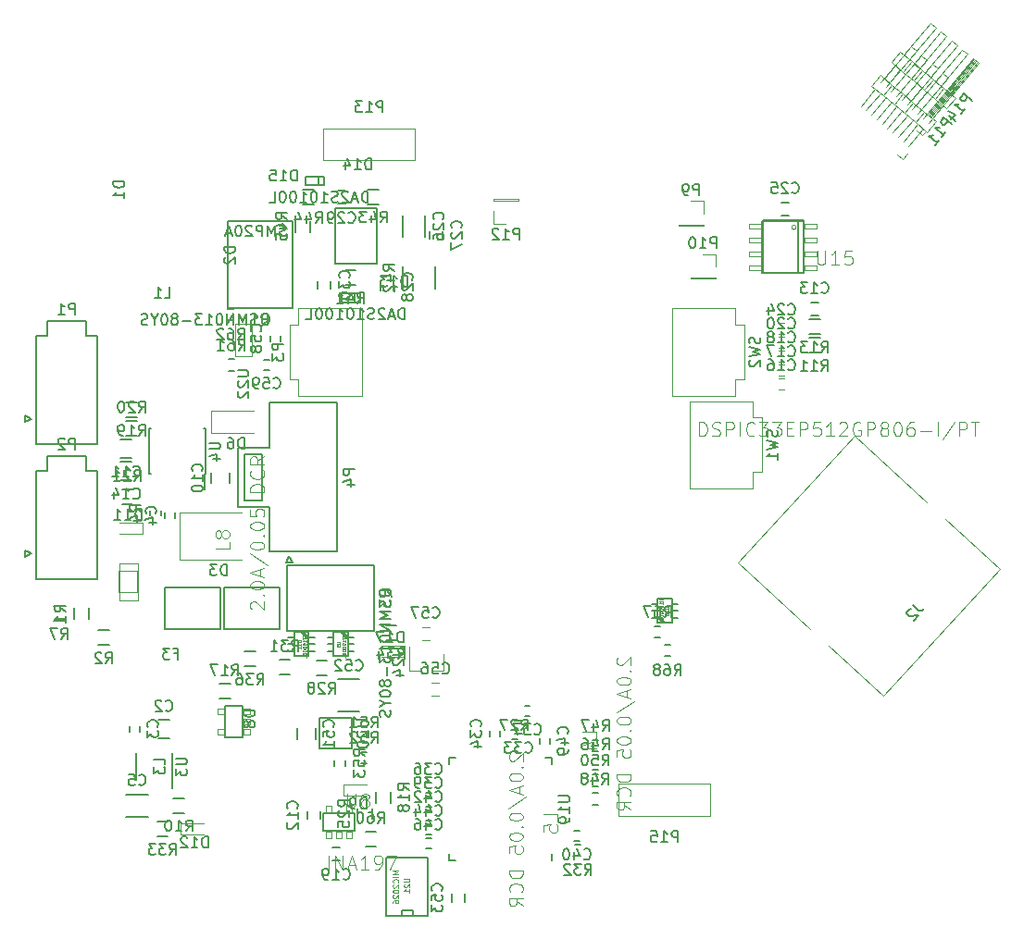
<source format=gbr>
G04 #@! TF.FileFunction,Legend,Bot*
%FSLAX46Y46*%
G04 Gerber Fmt 4.6, Leading zero omitted, Abs format (unit mm)*
G04 Created by KiCad (PCBNEW 4.0.5) date 02/24/17 11:29:51*
%MOMM*%
%LPD*%
G01*
G04 APERTURE LIST*
%ADD10C,0.100000*%
%ADD11C,0.150000*%
%ADD12C,0.127000*%
%ADD13C,0.120000*%
%ADD14C,0.066040*%
%ADD15C,0.152400*%
%ADD16C,0.203200*%
%ADD17C,0.063500*%
%ADD18C,0.088900*%
%ADD19C,0.070000*%
%ADD20C,0.060960*%
G04 APERTURE END LIST*
D10*
D11*
X129600000Y-83000000D02*
X129600000Y-82000000D01*
X128250000Y-82000000D02*
X128250000Y-83000000D01*
X107340400Y-102460400D02*
X104540400Y-102460400D01*
X104540400Y-102460400D02*
X104540400Y-92560400D01*
X104540400Y-92560400D02*
X105540400Y-92560400D01*
X105540400Y-92560400D02*
X105540400Y-91160400D01*
X105540400Y-91160400D02*
X107340400Y-91160400D01*
X107340400Y-102460400D02*
X110140400Y-102460400D01*
X110140400Y-102460400D02*
X110140400Y-92560400D01*
X110140400Y-92560400D02*
X109140400Y-92560400D01*
X109140400Y-92560400D02*
X109140400Y-91160400D01*
X109140400Y-91160400D02*
X107340400Y-91160400D01*
X104140400Y-100110400D02*
X103540400Y-99810400D01*
X103540400Y-99810400D02*
X103540400Y-100410400D01*
X103540400Y-100410400D02*
X104140400Y-100110400D01*
D10*
X157800000Y-136473600D02*
X166200000Y-136473600D01*
X166200000Y-136473600D02*
X166200000Y-133533600D01*
X166200000Y-133533600D02*
X157800000Y-133533600D01*
X157800000Y-133533600D02*
X157800000Y-136473600D01*
D11*
X151700000Y-131150000D02*
X151125000Y-131150000D01*
X142300000Y-140550000D02*
X142875000Y-140550000D01*
X142300000Y-131150000D02*
X142875000Y-131150000D01*
X151700000Y-140550000D02*
X151700000Y-139975000D01*
X142300000Y-140550000D02*
X142300000Y-139975000D01*
X142300000Y-131150000D02*
X142300000Y-131725000D01*
X151700000Y-131150000D02*
X151700000Y-131725000D01*
X154325000Y-140125000D02*
X153825000Y-140125000D01*
X153825000Y-139075000D02*
X154325000Y-139075000D01*
X148275000Y-128950000D02*
X148975000Y-128950000D01*
X148975000Y-127750000D02*
X148275000Y-127750000D01*
X148050000Y-129450000D02*
X148550000Y-129450000D01*
X148550000Y-130500000D02*
X148050000Y-130500000D01*
X155425000Y-132675000D02*
X155925000Y-132675000D01*
X155925000Y-133725000D02*
X155425000Y-133725000D01*
X155450000Y-129500000D02*
X155950000Y-129500000D01*
X155950000Y-130550000D02*
X155450000Y-130550000D01*
X155400000Y-134375000D02*
X155900000Y-134375000D01*
X155900000Y-135425000D02*
X155400000Y-135425000D01*
X155450000Y-131200000D02*
X155950000Y-131200000D01*
X155950000Y-132250000D02*
X155450000Y-132250000D01*
D12*
X136672000Y-145617000D02*
X136545000Y-145617000D01*
X136545000Y-145617000D02*
X136545000Y-140283000D01*
X140355000Y-140283000D02*
X140355000Y-145617000D01*
X140355000Y-145617000D02*
X136672000Y-145617000D01*
X138958000Y-145617000D02*
X138958000Y-145109000D01*
X138958000Y-145109000D02*
X137942000Y-145109000D01*
X137942000Y-145109000D02*
X137942000Y-145617000D01*
X140355000Y-140283000D02*
X136545000Y-140283000D01*
D11*
X130350000Y-78750000D02*
X130350000Y-77950000D01*
X129150000Y-77950000D02*
X129150000Y-78750000D01*
X129150000Y-78750000D02*
X130850000Y-78750000D01*
X130850000Y-78750000D02*
X130850000Y-77950000D01*
X130850000Y-77950000D02*
X129150000Y-77950000D01*
D12*
X135730000Y-85940000D02*
X135730000Y-80860000D01*
X135730000Y-80860000D02*
X131920000Y-80860000D01*
X131920000Y-80860000D02*
X131920000Y-85940000D01*
X135730000Y-85940000D02*
X131920000Y-85940000D01*
D11*
X131150000Y-122225000D02*
X130150000Y-122225000D01*
X130150000Y-123575000D02*
X131150000Y-123575000D01*
X135475000Y-119500000D02*
X135475000Y-113500000D01*
X135475000Y-113500000D02*
X127475000Y-113500000D01*
X127475000Y-113500000D02*
X127475000Y-119500000D01*
X127475000Y-119500000D02*
X135475000Y-119500000D01*
D10*
X164275000Y-106500000D02*
X170075000Y-106500000D01*
X170075000Y-106500000D02*
X170075000Y-105000000D01*
X170075000Y-105000000D02*
X170900000Y-105000000D01*
X170900000Y-105000000D02*
X170900000Y-100000000D01*
X170900000Y-100000000D02*
X170075000Y-100000000D01*
X170075000Y-100000000D02*
X170075000Y-98500000D01*
X170075000Y-98500000D02*
X164275000Y-98500000D01*
X164275000Y-98500000D02*
X164275000Y-106500000D01*
D11*
X112768000Y-134484000D02*
X114768000Y-134484000D01*
X114768000Y-136534000D02*
X112768000Y-136534000D01*
X114013000Y-128232000D02*
X114013000Y-128732000D01*
X113063000Y-128732000D02*
X113063000Y-128232000D01*
X113651000Y-133171500D02*
X113651000Y-130721500D01*
X116951000Y-133896500D02*
X116951000Y-130721500D01*
X118102000Y-134834000D02*
X117102000Y-134834000D01*
X117102000Y-136184000D02*
X118102000Y-136184000D01*
X113276000Y-105757000D02*
X112276000Y-105757000D01*
X112276000Y-104057000D02*
X113276000Y-104057000D01*
X132015000Y-105457000D02*
X132015000Y-112277000D01*
X132015000Y-112277000D02*
X125835000Y-112277000D01*
X125835000Y-112277000D02*
X125835000Y-108157000D01*
X125835000Y-108157000D02*
X122975000Y-108157000D01*
X122975000Y-108157000D02*
X122975000Y-105457000D01*
X132015000Y-105457000D02*
X132015000Y-98637000D01*
X132015000Y-98637000D02*
X125835000Y-98637000D01*
X125835000Y-98637000D02*
X125835000Y-102757000D01*
X125835000Y-102757000D02*
X122975000Y-102757000D01*
X122975000Y-102757000D02*
X122975000Y-105457000D01*
X125235000Y-107557000D02*
X123575000Y-107557000D01*
X123575000Y-107557000D02*
X123575000Y-103357000D01*
X123575000Y-103357000D02*
X125235000Y-103357000D01*
X125235000Y-103357000D02*
X125235000Y-107557000D01*
X127675000Y-112677000D02*
X127375000Y-113277000D01*
X127375000Y-113277000D02*
X127975000Y-113277000D01*
X127975000Y-113277000D02*
X127675000Y-112677000D01*
D13*
X117624000Y-113037000D02*
X117624000Y-108737000D01*
X117624000Y-108737000D02*
X123324000Y-108737000D01*
X117624000Y-113037000D02*
X123324000Y-113037000D01*
D11*
X129321000Y-136048000D02*
X129321000Y-136748000D01*
X130521000Y-136748000D02*
X130521000Y-136048000D01*
X131615000Y-140554000D02*
X132315000Y-140554000D01*
X132315000Y-139354000D02*
X131615000Y-139354000D01*
X173362800Y-80324400D02*
X172662800Y-80324400D01*
X172662800Y-81524400D02*
X173362800Y-81524400D01*
X140100000Y-81500000D02*
X140100000Y-83500000D01*
X138050000Y-83500000D02*
X138050000Y-81500000D01*
X141725000Y-83650000D02*
X141725000Y-82950000D01*
X140525000Y-82950000D02*
X140525000Y-83650000D01*
X137225000Y-88400000D02*
X137225000Y-87700000D01*
X136025000Y-87700000D02*
X136025000Y-88400000D01*
X132100000Y-80450000D02*
X132800000Y-80450000D01*
X132800000Y-79250000D02*
X132100000Y-79250000D01*
X131475000Y-88200000D02*
X131475000Y-87500000D01*
X130275000Y-87500000D02*
X130275000Y-88200000D01*
D13*
X120559000Y-101387000D02*
X120559000Y-99387000D01*
X120559000Y-99387000D02*
X124459000Y-99387000D01*
X120559000Y-101387000D02*
X124459000Y-101387000D01*
X132685000Y-134612000D02*
X132685000Y-133612000D01*
X132685000Y-133612000D02*
X134785000Y-133612000D01*
X132685000Y-134612000D02*
X134785000Y-134612000D01*
X114249000Y-109662000D02*
X114249000Y-110662000D01*
X114249000Y-110662000D02*
X112149000Y-110662000D01*
X114249000Y-109662000D02*
X112149000Y-109662000D01*
X117737000Y-138168000D02*
X117737000Y-137168000D01*
X117737000Y-137168000D02*
X119837000Y-137168000D01*
X117737000Y-138168000D02*
X119837000Y-138168000D01*
D11*
X133675000Y-89450000D02*
X133675000Y-88650000D01*
X132475000Y-88650000D02*
X132475000Y-89450000D01*
X132475000Y-89450000D02*
X134175000Y-89450000D01*
X134175000Y-89450000D02*
X134175000Y-88650000D01*
X134175000Y-88650000D02*
X132475000Y-88650000D01*
D14*
X112123700Y-116708960D02*
X112123700Y-115972360D01*
X112123700Y-115972360D02*
X113876300Y-115972360D01*
X113876300Y-116708960D02*
X113876300Y-115972360D01*
X112123700Y-116708960D02*
X113876300Y-116708960D01*
X112123700Y-114067360D02*
X112123700Y-113330760D01*
X112123700Y-113330760D02*
X113876300Y-113330760D01*
X113876300Y-114067360D02*
X113876300Y-113330760D01*
X112123700Y-114067360D02*
X113876300Y-114067360D01*
D15*
X112187200Y-114067360D02*
X112187200Y-115985060D01*
X113812800Y-114067360D02*
X113812800Y-115985060D01*
D14*
X133405880Y-138531600D02*
X132905500Y-138531600D01*
X132905500Y-138531600D02*
X132905500Y-137881360D01*
X133405880Y-137881360D02*
X132905500Y-137881360D01*
X133405880Y-138531600D02*
X133405880Y-137881360D01*
X132455920Y-138531600D02*
X131958080Y-138531600D01*
X131958080Y-138531600D02*
X131958080Y-137881360D01*
X132455920Y-137881360D02*
X131958080Y-137881360D01*
X132455920Y-138531600D02*
X132455920Y-137881360D01*
X131508500Y-138531600D02*
X131008120Y-138531600D01*
X131008120Y-138531600D02*
X131008120Y-137881360D01*
X131508500Y-137881360D02*
X131008120Y-137881360D01*
X131508500Y-138531600D02*
X131508500Y-137881360D01*
X131508500Y-136184640D02*
X131008120Y-136184640D01*
X131008120Y-136184640D02*
X131008120Y-135534400D01*
X131508500Y-135534400D02*
X131008120Y-135534400D01*
X131508500Y-136184640D02*
X131508500Y-135534400D01*
X133405880Y-136184640D02*
X132905500Y-136184640D01*
X132905500Y-136184640D02*
X132905500Y-135534400D01*
X133405880Y-135534400D02*
X132905500Y-135534400D01*
X133405880Y-136184640D02*
X133405880Y-135534400D01*
D15*
X130787140Y-136225280D02*
X130787140Y-137840720D01*
X130787140Y-137840720D02*
X133626860Y-137840720D01*
X133626860Y-137840720D02*
X133626860Y-136225280D01*
X133626860Y-136225280D02*
X130787140Y-136225280D01*
X132727700Y-136225280D02*
X131686300Y-136225280D01*
X132633720Y-137840720D02*
X132727700Y-137840720D01*
X131686300Y-137840720D02*
X131780280Y-137840720D01*
X133532880Y-137840720D02*
X133626860Y-137840720D01*
X130787140Y-137840720D02*
X130881120Y-137840720D01*
X130881120Y-136225280D02*
X130787140Y-136225280D01*
X133626860Y-136225280D02*
X133532880Y-136225280D01*
D11*
X122025000Y-90025000D02*
X128025000Y-90025000D01*
X128025000Y-90025000D02*
X128025000Y-82025000D01*
X128025000Y-82025000D02*
X122025000Y-82025000D01*
X122025000Y-82025000D02*
X122025000Y-90025000D01*
X109350000Y-118450000D02*
X109350000Y-117450000D01*
X108000000Y-117450000D02*
X108000000Y-118450000D01*
X111200000Y-119450000D02*
X110200000Y-119450000D01*
X110200000Y-120800000D02*
X111200000Y-120800000D01*
X114949000Y-108987000D02*
X114949000Y-108487000D01*
X115999000Y-108487000D02*
X115999000Y-108987000D01*
X107150000Y-117275000D02*
X106150000Y-117275000D01*
X106150000Y-118625000D02*
X107150000Y-118625000D01*
X121300000Y-125725000D02*
X122300000Y-125725000D01*
X122300000Y-124375000D02*
X121300000Y-124375000D01*
X135596000Y-134259000D02*
X135596000Y-135259000D01*
X136946000Y-135259000D02*
X136946000Y-134259000D01*
X112374000Y-107912000D02*
X113374000Y-107912000D01*
X113374000Y-106562000D02*
X112374000Y-106562000D01*
X135295000Y-136759000D02*
X135295000Y-135759000D01*
X133945000Y-135759000D02*
X133945000Y-136759000D01*
X126766000Y-123484000D02*
X127766000Y-123484000D01*
X127766000Y-122134000D02*
X126766000Y-122134000D01*
X116590000Y-136993000D02*
X115590000Y-136993000D01*
X115590000Y-138343000D02*
X116590000Y-138343000D01*
X137500000Y-119050000D02*
X136500000Y-119050000D01*
X136500000Y-120400000D02*
X137500000Y-120400000D01*
X124600000Y-121425000D02*
X123600000Y-121425000D01*
X123600000Y-122775000D02*
X124600000Y-122775000D01*
X133775000Y-86525000D02*
X132775000Y-86525000D01*
X132775000Y-87875000D02*
X133775000Y-87875000D01*
X135875000Y-79125000D02*
X134875000Y-79125000D01*
X134875000Y-80475000D02*
X135875000Y-80475000D01*
X129950000Y-79175000D02*
X128950000Y-79175000D01*
X128950000Y-80525000D02*
X129950000Y-80525000D01*
X119999000Y-105162000D02*
X119949000Y-105162000D01*
X119999000Y-101012000D02*
X119854000Y-101012000D01*
X114849000Y-101012000D02*
X114994000Y-101012000D01*
X114849000Y-105162000D02*
X114994000Y-105162000D01*
X119999000Y-105162000D02*
X119999000Y-101012000D01*
X114849000Y-105162000D02*
X114849000Y-101012000D01*
X119949000Y-105162000D02*
X119949000Y-106562000D01*
D12*
X133048460Y-120305260D02*
X132388060Y-119644860D01*
X133048460Y-120152860D02*
X132553160Y-119644860D01*
X131753060Y-121397460D02*
X131194260Y-121397460D01*
X131753060Y-120102060D02*
X131194260Y-120102060D01*
X133048460Y-120749760D02*
X133607260Y-120749760D01*
X133048460Y-121397460D02*
X133607260Y-121397460D01*
X133048460Y-120102060D02*
X133607260Y-120102060D01*
X131753060Y-120749760D02*
X131194260Y-120749760D01*
X131753060Y-119644860D02*
X131753060Y-121854660D01*
X131753060Y-121854660D02*
X133048460Y-121854660D01*
X133048460Y-121854660D02*
X133048460Y-119644860D01*
X133048460Y-119644860D02*
X131753060Y-119644860D01*
D14*
X124123600Y-126626120D02*
X124123600Y-127126500D01*
X124123600Y-127126500D02*
X123473360Y-127126500D01*
X123473360Y-126626120D02*
X123473360Y-127126500D01*
X124123600Y-126626120D02*
X123473360Y-126626120D01*
X124123600Y-127576080D02*
X124123600Y-128073920D01*
X124123600Y-128073920D02*
X123473360Y-128073920D01*
X123473360Y-127576080D02*
X123473360Y-128073920D01*
X124123600Y-127576080D02*
X123473360Y-127576080D01*
X124123600Y-128523500D02*
X124123600Y-129023880D01*
X124123600Y-129023880D02*
X123473360Y-129023880D01*
X123473360Y-128523500D02*
X123473360Y-129023880D01*
X124123600Y-128523500D02*
X123473360Y-128523500D01*
X121776640Y-128523500D02*
X121776640Y-129023880D01*
X121776640Y-129023880D02*
X121126400Y-129023880D01*
X121126400Y-128523500D02*
X121126400Y-129023880D01*
X121776640Y-128523500D02*
X121126400Y-128523500D01*
X121776640Y-126626120D02*
X121776640Y-127126500D01*
X121776640Y-127126500D02*
X121126400Y-127126500D01*
X121126400Y-126626120D02*
X121126400Y-127126500D01*
X121776640Y-126626120D02*
X121126400Y-126626120D01*
D15*
X121817280Y-129244860D02*
X123432720Y-129244860D01*
X123432720Y-129244860D02*
X123432720Y-126405140D01*
X123432720Y-126405140D02*
X121817280Y-126405140D01*
X121817280Y-126405140D02*
X121817280Y-129244860D01*
X121817280Y-127304300D02*
X121817280Y-128345700D01*
X123432720Y-127398280D02*
X123432720Y-127304300D01*
X123432720Y-128345700D02*
X123432720Y-128251720D01*
X123432720Y-126499120D02*
X123432720Y-126405140D01*
X123432720Y-129244860D02*
X123432720Y-129150880D01*
X121817280Y-129150880D02*
X121817280Y-129244860D01*
X121817280Y-126405140D02*
X121817280Y-126499120D01*
D12*
X121379000Y-115524000D02*
X116299000Y-115524000D01*
X116299000Y-115524000D02*
X116299000Y-119334000D01*
X116299000Y-119334000D02*
X121379000Y-119334000D01*
X121379000Y-115524000D02*
X121379000Y-119334000D01*
X129448460Y-120305260D02*
X128788060Y-119644860D01*
X129448460Y-120152860D02*
X128953160Y-119644860D01*
X128153060Y-121397460D02*
X127594260Y-121397460D01*
X128153060Y-120102060D02*
X127594260Y-120102060D01*
X129448460Y-120749760D02*
X130007260Y-120749760D01*
X129448460Y-121397460D02*
X130007260Y-121397460D01*
X129448460Y-120102060D02*
X130007260Y-120102060D01*
X128153060Y-120749760D02*
X127594260Y-120749760D01*
X128153060Y-119644860D02*
X128153060Y-121854660D01*
X128153060Y-121854660D02*
X129448460Y-121854660D01*
X129448460Y-121854660D02*
X129448460Y-119644860D01*
X129448460Y-119644860D02*
X128153060Y-119644860D01*
X126840000Y-115524000D02*
X121760000Y-115524000D01*
X121760000Y-115524000D02*
X121760000Y-119334000D01*
X121760000Y-119334000D02*
X126840000Y-119334000D01*
X126840000Y-115524000D02*
X126840000Y-119334000D01*
D14*
X175928020Y-82255360D02*
X175928020Y-82745580D01*
X175928020Y-82745580D02*
X174828200Y-82745580D01*
X174828200Y-82255360D02*
X174828200Y-82745580D01*
X175928020Y-82255360D02*
X174828200Y-82255360D01*
X175928020Y-83525360D02*
X175928020Y-84015580D01*
X175928020Y-84015580D02*
X174828200Y-84015580D01*
X174828200Y-83525360D02*
X174828200Y-84015580D01*
X175928020Y-83525360D02*
X174828200Y-83525360D01*
X175928020Y-84792820D02*
X175928020Y-85283040D01*
X175928020Y-85283040D02*
X174828200Y-85283040D01*
X174828200Y-84792820D02*
X174828200Y-85283040D01*
X175928020Y-84792820D02*
X174828200Y-84792820D01*
X175928020Y-86062820D02*
X175928020Y-86553040D01*
X175928020Y-86553040D02*
X174828200Y-86553040D01*
X174828200Y-86062820D02*
X174828200Y-86553040D01*
X175928020Y-86062820D02*
X174828200Y-86062820D01*
X170830240Y-86062820D02*
X170830240Y-86553040D01*
X170830240Y-86553040D02*
X169730420Y-86553040D01*
X169730420Y-86062820D02*
X169730420Y-86553040D01*
X170830240Y-86062820D02*
X169730420Y-86062820D01*
X170830240Y-84792820D02*
X170830240Y-85283040D01*
X170830240Y-85283040D02*
X169730420Y-85283040D01*
X169730420Y-84792820D02*
X169730420Y-85283040D01*
X170830240Y-84792820D02*
X169730420Y-84792820D01*
X170830240Y-83525360D02*
X170830240Y-84015580D01*
X170830240Y-84015580D02*
X169730420Y-84015580D01*
X169730420Y-83525360D02*
X169730420Y-84015580D01*
X170830240Y-83525360D02*
X169730420Y-83525360D01*
X170830240Y-82255360D02*
X170830240Y-82745580D01*
X170830240Y-82745580D02*
X169730420Y-82745580D01*
X169730420Y-82255360D02*
X169730420Y-82745580D01*
X170830240Y-82255360D02*
X169730420Y-82255360D01*
D16*
X170929300Y-86801960D02*
X174228760Y-86801960D01*
X174228760Y-86801960D02*
X174729140Y-86801960D01*
X174729140Y-86801960D02*
X174729140Y-82006440D01*
X174729140Y-82006440D02*
X174228760Y-82006440D01*
X174228760Y-82006440D02*
X170929300Y-82006440D01*
X170929300Y-82006440D02*
X170929300Y-86801960D01*
X174228760Y-86801960D02*
X174228760Y-82006440D01*
D12*
X171030900Y-81904840D02*
X171030900Y-86801960D01*
X171030900Y-86801960D02*
X174729140Y-86801960D01*
X174729140Y-86801960D02*
X174729140Y-81904840D01*
X174729140Y-81904840D02*
X171030900Y-81904840D01*
D17*
X174025006Y-82605880D02*
G75*
G03X174025006Y-82605880I-197566J0D01*
G01*
D11*
X115721000Y-127674000D02*
X116721000Y-127674000D01*
X116721000Y-129374000D02*
X115721000Y-129374000D01*
X116299000Y-109187000D02*
X116299000Y-108687000D01*
X117249000Y-108687000D02*
X117249000Y-109187000D01*
X120562000Y-106021000D02*
X120562000Y-105021000D01*
X122262000Y-105021000D02*
X122262000Y-106021000D01*
X113276000Y-103720000D02*
X112276000Y-103720000D01*
X112276000Y-102020000D02*
X113276000Y-102020000D01*
X113784000Y-98639000D02*
X112784000Y-98639000D01*
X112784000Y-99989000D02*
X113784000Y-99989000D01*
X112784000Y-101640000D02*
X113784000Y-101640000D01*
X113784000Y-100290000D02*
X112784000Y-100290000D01*
X176070448Y-89476400D02*
X175370448Y-89476400D01*
X175370448Y-90676400D02*
X176070448Y-90676400D01*
X176220448Y-92703400D02*
X175220448Y-92703400D01*
X175220448Y-94053400D02*
X176220448Y-94053400D01*
X176220448Y-91027000D02*
X175220448Y-91027000D01*
X175220448Y-92377000D02*
X176220448Y-92377000D01*
X130075000Y-128450000D02*
X130075000Y-129450000D01*
X128375000Y-129450000D02*
X128375000Y-128450000D01*
X132120000Y-123950000D02*
X134120000Y-123950000D01*
X134120000Y-126900000D02*
X132120000Y-126900000D01*
X142525000Y-143600000D02*
X142525000Y-144300000D01*
X143725000Y-144300000D02*
X143725000Y-143600000D01*
X134290000Y-129193000D02*
X134790000Y-129193000D01*
X134790000Y-130243000D02*
X134290000Y-130243000D01*
X134279000Y-130590000D02*
X134779000Y-130590000D01*
X134779000Y-131640000D02*
X134279000Y-131640000D01*
X132850000Y-131375000D02*
X132850000Y-131875000D01*
X131800000Y-131875000D02*
X131800000Y-131375000D01*
D13*
X141400000Y-124300000D02*
X140700000Y-124300000D01*
X140700000Y-125500000D02*
X141400000Y-125500000D01*
X140500000Y-119175000D02*
X139800000Y-119175000D01*
X139800000Y-120375000D02*
X140500000Y-120375000D01*
X138200000Y-120875000D02*
X138200000Y-121875000D01*
X138200000Y-121875000D02*
X136100000Y-121875000D01*
X138200000Y-120875000D02*
X136100000Y-120875000D01*
D11*
X161124200Y-119105930D02*
X161624200Y-119105930D01*
X161624200Y-120155930D02*
X161124200Y-120155930D01*
X162524200Y-121855930D02*
X162024200Y-121855930D01*
X162024200Y-120805930D02*
X162524200Y-120805930D01*
D13*
X141780000Y-123135000D02*
X140850000Y-123135000D01*
X138620000Y-123135000D02*
X139550000Y-123135000D01*
X138620000Y-123135000D02*
X138620000Y-120975000D01*
X141780000Y-123135000D02*
X141780000Y-121675000D01*
D12*
X161368740Y-118148100D02*
X162029140Y-118808500D01*
X161368740Y-118300500D02*
X161864040Y-118808500D01*
X162664140Y-117055900D02*
X163222940Y-117055900D01*
X162664140Y-118351300D02*
X163222940Y-118351300D01*
X161368740Y-117703600D02*
X160809940Y-117703600D01*
X161368740Y-117055900D02*
X160809940Y-117055900D01*
X161368740Y-118351300D02*
X160809940Y-118351300D01*
X162664140Y-117703600D02*
X163222940Y-117703600D01*
X162664140Y-118808500D02*
X162664140Y-116598700D01*
X162664140Y-116598700D02*
X161368740Y-116598700D01*
X161368740Y-116598700D02*
X161368740Y-118808500D01*
X161368740Y-118808500D02*
X162664140Y-118808500D01*
D10*
X134325000Y-90000000D02*
X128525000Y-90000000D01*
X128525000Y-90000000D02*
X128525000Y-91500000D01*
X128525000Y-91500000D02*
X127700000Y-91500000D01*
X127700000Y-91500000D02*
X127700000Y-96500000D01*
X127700000Y-96500000D02*
X128525000Y-96500000D01*
X128525000Y-96500000D02*
X128525000Y-98000000D01*
X128525000Y-98000000D02*
X134325000Y-98000000D01*
X134325000Y-98000000D02*
X134325000Y-90000000D01*
D11*
X134640000Y-139232000D02*
X135640000Y-139232000D01*
X135640000Y-137882000D02*
X134640000Y-137882000D01*
X125925000Y-93000000D02*
X125925000Y-92500000D01*
X126875000Y-92500000D02*
X126875000Y-93000000D01*
X125850000Y-95675000D02*
X125350000Y-95675000D01*
X125350000Y-94725000D02*
X125850000Y-94725000D01*
X122150000Y-94675000D02*
X122650000Y-94675000D01*
X122650000Y-95725000D02*
X122150000Y-95725000D01*
X122600000Y-91125000D02*
X122100000Y-91125000D01*
X122100000Y-90075000D02*
X122600000Y-90075000D01*
D10*
X162675000Y-98000000D02*
X168475000Y-98000000D01*
X168475000Y-98000000D02*
X168475000Y-96500000D01*
X168475000Y-96500000D02*
X169300000Y-96500000D01*
X169300000Y-96500000D02*
X169300000Y-91500000D01*
X169300000Y-91500000D02*
X168475000Y-91500000D01*
X168475000Y-91500000D02*
X168475000Y-90000000D01*
X168475000Y-90000000D02*
X162675000Y-90000000D01*
X162675000Y-90000000D02*
X162675000Y-98000000D01*
X124250000Y-91400000D02*
X122750000Y-91400000D01*
X124250000Y-94400000D02*
X124250000Y-91400000D01*
X122750000Y-94400000D02*
X124250000Y-94400000D01*
X122750000Y-91400000D02*
X122750000Y-94400000D01*
D11*
X141000000Y-88200000D02*
X141000000Y-86200000D01*
X138050000Y-86200000D02*
X138050000Y-88200000D01*
D13*
X185992811Y-73860566D02*
X184928009Y-72967091D01*
X184928009Y-72967091D02*
X185725066Y-72017196D01*
X185725066Y-72017196D02*
X186789868Y-72910671D01*
X186789868Y-72910671D02*
X185992811Y-73860566D01*
X186456639Y-72631058D02*
X185966370Y-72219674D01*
X185966370Y-72219674D02*
X188415391Y-69301045D01*
X188415391Y-69301045D02*
X188905659Y-69712429D01*
X188905659Y-69712429D02*
X186456639Y-72631058D01*
X184329012Y-75166665D02*
X185659582Y-73580953D01*
X183838743Y-74755281D02*
X185169313Y-73169569D01*
X186364713Y-72553924D02*
X188813734Y-69635295D01*
X186272788Y-72476789D02*
X188721809Y-69558160D01*
X186180863Y-72399655D02*
X188629883Y-69481026D01*
X186088937Y-72322520D02*
X188537958Y-69403891D01*
X185997012Y-72245386D02*
X188446033Y-69326756D01*
X184928009Y-72967091D02*
X183955133Y-72150751D01*
X183955133Y-72150751D02*
X184752190Y-71200856D01*
X184752190Y-71200856D02*
X185725066Y-72017196D01*
X185725066Y-72017196D02*
X184928009Y-72967091D01*
X185483762Y-71814718D02*
X184993494Y-71403334D01*
X184993494Y-71403334D02*
X187442514Y-68484705D01*
X187442514Y-68484705D02*
X187932783Y-68896089D01*
X187932783Y-68896089D02*
X185483762Y-71814718D01*
X183356135Y-74350325D02*
X184686705Y-72764613D01*
X182865867Y-73938941D02*
X184196437Y-72353229D01*
X183955133Y-72150751D02*
X182982257Y-71334411D01*
X182982257Y-71334411D02*
X183779313Y-70384516D01*
X183779313Y-70384516D02*
X184752190Y-71200856D01*
X184752190Y-71200856D02*
X183955133Y-72150751D01*
X184510886Y-70998378D02*
X184020617Y-70586994D01*
X184020617Y-70586994D02*
X186469638Y-67668364D01*
X186469638Y-67668364D02*
X186959906Y-68079749D01*
X186959906Y-68079749D02*
X184510886Y-70998378D01*
X182383259Y-73533985D02*
X183713829Y-71948273D01*
X181892990Y-73122601D02*
X183223561Y-71536889D01*
X182982257Y-71334411D02*
X182009380Y-70518071D01*
X182009380Y-70518071D02*
X182806437Y-69568175D01*
X182806437Y-69568175D02*
X183779313Y-70384516D01*
X183779313Y-70384516D02*
X182982257Y-71334411D01*
X183538009Y-70182038D02*
X183047741Y-69770654D01*
X183047741Y-69770654D02*
X185496762Y-66852024D01*
X185496762Y-66852024D02*
X185987030Y-67263408D01*
X185987030Y-67263408D02*
X183538009Y-70182038D01*
X181410382Y-72717645D02*
X182740953Y-71131933D01*
X180920114Y-72306261D02*
X182250684Y-70720549D01*
X182009380Y-70518071D02*
X180944578Y-69624596D01*
X180944578Y-69624596D02*
X181741635Y-68674701D01*
X181741635Y-68674701D02*
X182806437Y-69568175D01*
X182806437Y-69568175D02*
X182009380Y-70518071D01*
X182565133Y-69365697D02*
X182074864Y-68954313D01*
X182074864Y-68954313D02*
X184523885Y-66035684D01*
X184523885Y-66035684D02*
X185014154Y-66447068D01*
X185014154Y-66447068D02*
X182565133Y-69365697D01*
X180437506Y-71901304D02*
X181768076Y-70315592D01*
X179947237Y-71489920D02*
X181277808Y-69904208D01*
X183277179Y-75922359D02*
X183763617Y-76330529D01*
X183763617Y-76330529D02*
X184171787Y-75844091D01*
X187783342Y-71706185D02*
X186718540Y-70812710D01*
X186718540Y-70812710D02*
X187515597Y-69862815D01*
X187515597Y-69862815D02*
X188580399Y-70756290D01*
X188580399Y-70756290D02*
X187783342Y-71706185D01*
X188247170Y-70476677D02*
X187756901Y-70065293D01*
X187756901Y-70065293D02*
X190205922Y-67146664D01*
X190205922Y-67146664D02*
X190696190Y-67558048D01*
X190696190Y-67558048D02*
X188247170Y-70476677D01*
X186119543Y-73012284D02*
X187450113Y-71426572D01*
X185629274Y-72600900D02*
X186959844Y-71015188D01*
X188155244Y-70399543D02*
X190604265Y-67480914D01*
X188063319Y-70322408D02*
X190512340Y-67403779D01*
X187971394Y-70245274D02*
X190420414Y-67326645D01*
X187879468Y-70168139D02*
X190328489Y-67249510D01*
X187787543Y-70091005D02*
X190236564Y-67172375D01*
X186718540Y-70812710D02*
X185745664Y-69996370D01*
X185745664Y-69996370D02*
X186542721Y-69046475D01*
X186542721Y-69046475D02*
X187515597Y-69862815D01*
X187515597Y-69862815D02*
X186718540Y-70812710D01*
X187274293Y-69660337D02*
X186784025Y-69248953D01*
X186784025Y-69248953D02*
X189233045Y-66330324D01*
X189233045Y-66330324D02*
X189723314Y-66741708D01*
X189723314Y-66741708D02*
X187274293Y-69660337D01*
X185146666Y-72195944D02*
X186477236Y-70610232D01*
X184656398Y-71784560D02*
X185986968Y-70198848D01*
X185745664Y-69996370D02*
X184772788Y-69180030D01*
X184772788Y-69180030D02*
X185569844Y-68230135D01*
X185569844Y-68230135D02*
X186542721Y-69046475D01*
X186542721Y-69046475D02*
X185745664Y-69996370D01*
X186301417Y-68843997D02*
X185811148Y-68432613D01*
X185811148Y-68432613D02*
X188260169Y-65513983D01*
X188260169Y-65513983D02*
X188750437Y-65925368D01*
X188750437Y-65925368D02*
X186301417Y-68843997D01*
X184173790Y-71379604D02*
X185504360Y-69793892D01*
X183683521Y-70968220D02*
X185014092Y-69382508D01*
X184772788Y-69180030D02*
X183799911Y-68363690D01*
X183799911Y-68363690D02*
X184596968Y-67413794D01*
X184596968Y-67413794D02*
X185569844Y-68230135D01*
X185569844Y-68230135D02*
X184772788Y-69180030D01*
X185328540Y-68027657D02*
X184838272Y-67616273D01*
X184838272Y-67616273D02*
X187287293Y-64697643D01*
X187287293Y-64697643D02*
X187777561Y-65109027D01*
X187777561Y-65109027D02*
X185328540Y-68027657D01*
X183200913Y-70563264D02*
X184531484Y-68977552D01*
X182710645Y-70151880D02*
X184041215Y-68566168D01*
X183799911Y-68363690D02*
X182735109Y-67470215D01*
X182735109Y-67470215D02*
X183532166Y-66520320D01*
X183532166Y-66520320D02*
X184596968Y-67413794D01*
X184596968Y-67413794D02*
X183799911Y-68363690D01*
X184355664Y-67211316D02*
X183865395Y-66799932D01*
X183865395Y-66799932D02*
X186314416Y-63881303D01*
X186314416Y-63881303D02*
X186804685Y-64292687D01*
X186804685Y-64292687D02*
X184355664Y-67211316D01*
X182228037Y-69746923D02*
X183558607Y-68161211D01*
X181737768Y-69335539D02*
X183068339Y-67749827D01*
X185067710Y-73767978D02*
X185554148Y-74176148D01*
X185554148Y-74176148D02*
X185962318Y-73689710D01*
X172428000Y-91371400D02*
X172928000Y-91371400D01*
X172928000Y-92321400D02*
X172428000Y-92321400D01*
X172428000Y-96451400D02*
X172928000Y-96451400D01*
X172928000Y-97401400D02*
X172428000Y-97401400D01*
X172428000Y-95181400D02*
X172928000Y-95181400D01*
X172928000Y-96131400D02*
X172428000Y-96131400D01*
X172428000Y-93911400D02*
X172928000Y-93911400D01*
X172928000Y-94861400D02*
X172428000Y-94861400D01*
X172428000Y-92641400D02*
X172928000Y-92641400D01*
X172928000Y-93591400D02*
X172428000Y-93591400D01*
D11*
X107340400Y-114804800D02*
X104540400Y-114804800D01*
X104540400Y-114804800D02*
X104540400Y-104904800D01*
X104540400Y-104904800D02*
X105540400Y-104904800D01*
X105540400Y-104904800D02*
X105540400Y-103504800D01*
X105540400Y-103504800D02*
X107340400Y-103504800D01*
X107340400Y-114804800D02*
X110140400Y-114804800D01*
X110140400Y-114804800D02*
X110140400Y-104904800D01*
X110140400Y-104904800D02*
X109140400Y-104904800D01*
X109140400Y-104904800D02*
X109140400Y-103504800D01*
X109140400Y-103504800D02*
X107340400Y-103504800D01*
X104140400Y-112454800D02*
X103540400Y-112154800D01*
X103540400Y-112154800D02*
X103540400Y-112754800D01*
X103540400Y-112754800D02*
X104140400Y-112454800D01*
D10*
X139202200Y-73533600D02*
X130802200Y-73533600D01*
X130802200Y-73533600D02*
X130802200Y-76473600D01*
X130802200Y-76473600D02*
X139202200Y-76473600D01*
X139202200Y-76473600D02*
X139202200Y-73533600D01*
D11*
X146025000Y-129175000D02*
X146025000Y-128675000D01*
X146975000Y-128675000D02*
X146975000Y-129175000D01*
X140150000Y-133400000D02*
X140650000Y-133400000D01*
X140650000Y-134350000D02*
X140150000Y-134350000D01*
X149700000Y-127350000D02*
X149200000Y-127350000D01*
X149200000Y-126400000D02*
X149700000Y-126400000D01*
X140150000Y-134675000D02*
X140650000Y-134675000D01*
X140650000Y-135625000D02*
X140150000Y-135625000D01*
X154225000Y-138775000D02*
X153725000Y-138775000D01*
X153725000Y-137825000D02*
X154225000Y-137825000D01*
X140150000Y-135950000D02*
X140650000Y-135950000D01*
X140650000Y-136900000D02*
X140150000Y-136900000D01*
X140150000Y-137225000D02*
X140650000Y-137225000D01*
X140650000Y-138175000D02*
X140150000Y-138175000D01*
X140150000Y-138500000D02*
X140650000Y-138500000D01*
X140650000Y-139450000D02*
X140150000Y-139450000D01*
X151525000Y-129325000D02*
X151525000Y-129825000D01*
X150575000Y-129825000D02*
X150575000Y-129325000D01*
D13*
X192632978Y-113826349D02*
X181992432Y-125438467D01*
X168699322Y-113257575D02*
X175327445Y-119331131D01*
X168699322Y-113257575D02*
X179339868Y-101645457D01*
X179339868Y-101645457D02*
X185975364Y-107725769D01*
X177052674Y-120912013D02*
X181992432Y-125438467D01*
X187685847Y-109293139D02*
X192632978Y-113826349D01*
X165545000Y-82325000D02*
X165545000Y-82445000D01*
X165545000Y-82445000D02*
X163305000Y-82445000D01*
X163305000Y-82445000D02*
X163305000Y-82325000D01*
X163305000Y-82325000D02*
X165545000Y-82325000D01*
X165545000Y-81325000D02*
X165545000Y-80205000D01*
X165545000Y-80205000D02*
X164425000Y-80205000D01*
X166645000Y-87175000D02*
X166645000Y-87295000D01*
X166645000Y-87295000D02*
X164405000Y-87295000D01*
X164405000Y-87295000D02*
X164405000Y-87175000D01*
X164405000Y-87175000D02*
X166645000Y-87175000D01*
X166645000Y-86175000D02*
X166645000Y-85055000D01*
X166645000Y-85055000D02*
X165525000Y-85055000D01*
X146380000Y-80125000D02*
X146380000Y-80005000D01*
X146380000Y-80005000D02*
X148620000Y-80005000D01*
X148620000Y-80005000D02*
X148620000Y-80125000D01*
X148620000Y-80125000D02*
X146380000Y-80125000D01*
X146380000Y-81125000D02*
X146380000Y-82245000D01*
X146380000Y-82245000D02*
X147500000Y-82245000D01*
D11*
X130405000Y-127524244D02*
X133405000Y-127524244D01*
X133405000Y-127524244D02*
X133405000Y-130324244D01*
X133405000Y-130324244D02*
X130405000Y-130324244D01*
X130405000Y-130324244D02*
X130405000Y-127524244D01*
X127477381Y-81857143D02*
X127001190Y-81523809D01*
X127477381Y-81285714D02*
X126477381Y-81285714D01*
X126477381Y-81666667D01*
X126525000Y-81761905D01*
X126572619Y-81809524D01*
X126667857Y-81857143D01*
X126810714Y-81857143D01*
X126905952Y-81809524D01*
X126953571Y-81761905D01*
X127001190Y-81666667D01*
X127001190Y-81285714D01*
X126810714Y-82714286D02*
X127477381Y-82714286D01*
X126429762Y-82476190D02*
X127144048Y-82238095D01*
X127144048Y-82857143D01*
X126477381Y-83714286D02*
X126477381Y-83238095D01*
X126953571Y-83190476D01*
X126905952Y-83238095D01*
X126858333Y-83333333D01*
X126858333Y-83571429D01*
X126905952Y-83666667D01*
X126953571Y-83714286D01*
X127048810Y-83761905D01*
X127286905Y-83761905D01*
X127382143Y-83714286D01*
X127429762Y-83666667D01*
X127477381Y-83571429D01*
X127477381Y-83333333D01*
X127429762Y-83238095D01*
X127382143Y-83190476D01*
X108078495Y-90562781D02*
X108078495Y-89562781D01*
X107697542Y-89562781D01*
X107602304Y-89610400D01*
X107554685Y-89658019D01*
X107507066Y-89753257D01*
X107507066Y-89896114D01*
X107554685Y-89991352D01*
X107602304Y-90038971D01*
X107697542Y-90086590D01*
X108078495Y-90086590D01*
X106554685Y-90562781D02*
X107126114Y-90562781D01*
X106840400Y-90562781D02*
X106840400Y-89562781D01*
X106935638Y-89705638D01*
X107030876Y-89800876D01*
X107126114Y-89848495D01*
D18*
X175976159Y-84732344D02*
X175976159Y-85760439D01*
X176036635Y-85881391D01*
X176097111Y-85941868D01*
X176218064Y-86002344D01*
X176459968Y-86002344D01*
X176580921Y-85941868D01*
X176641397Y-85881391D01*
X176701873Y-85760439D01*
X176701873Y-84732344D01*
X177971873Y-86002344D02*
X177246159Y-86002344D01*
X177609016Y-86002344D02*
X177609016Y-84732344D01*
X177488064Y-84913772D01*
X177367111Y-85034725D01*
X177246159Y-85095201D01*
X179120921Y-84732344D02*
X178516159Y-84732344D01*
X178455683Y-85337106D01*
X178516159Y-85276630D01*
X178637111Y-85216153D01*
X178939492Y-85216153D01*
X179060445Y-85276630D01*
X179120921Y-85337106D01*
X179181397Y-85458058D01*
X179181397Y-85760439D01*
X179120921Y-85881391D01*
X179060445Y-85941868D01*
X178939492Y-86002344D01*
X178637111Y-86002344D01*
X178516159Y-85941868D01*
X178455683Y-85881391D01*
X165166039Y-101694464D02*
X165166039Y-100424464D01*
X165468420Y-100424464D01*
X165649848Y-100484940D01*
X165770801Y-100605892D01*
X165831277Y-100726845D01*
X165891753Y-100968750D01*
X165891753Y-101150178D01*
X165831277Y-101392083D01*
X165770801Y-101513035D01*
X165649848Y-101633988D01*
X165468420Y-101694464D01*
X165166039Y-101694464D01*
X166375563Y-101633988D02*
X166556991Y-101694464D01*
X166859372Y-101694464D01*
X166980325Y-101633988D01*
X167040801Y-101573511D01*
X167101277Y-101452559D01*
X167101277Y-101331607D01*
X167040801Y-101210654D01*
X166980325Y-101150178D01*
X166859372Y-101089702D01*
X166617468Y-101029226D01*
X166496515Y-100968750D01*
X166436039Y-100908273D01*
X166375563Y-100787321D01*
X166375563Y-100666369D01*
X166436039Y-100545416D01*
X166496515Y-100484940D01*
X166617468Y-100424464D01*
X166919848Y-100424464D01*
X167101277Y-100484940D01*
X167645563Y-101694464D02*
X167645563Y-100424464D01*
X168129372Y-100424464D01*
X168250325Y-100484940D01*
X168310801Y-100545416D01*
X168371277Y-100666369D01*
X168371277Y-100847797D01*
X168310801Y-100968750D01*
X168250325Y-101029226D01*
X168129372Y-101089702D01*
X167645563Y-101089702D01*
X168915563Y-101694464D02*
X168915563Y-100424464D01*
X170246039Y-101573511D02*
X170185563Y-101633988D01*
X170004134Y-101694464D01*
X169883182Y-101694464D01*
X169701754Y-101633988D01*
X169580801Y-101513035D01*
X169520325Y-101392083D01*
X169459849Y-101150178D01*
X169459849Y-100968750D01*
X169520325Y-100726845D01*
X169580801Y-100605892D01*
X169701754Y-100484940D01*
X169883182Y-100424464D01*
X170004134Y-100424464D01*
X170185563Y-100484940D01*
X170246039Y-100545416D01*
X170669373Y-100424464D02*
X171455563Y-100424464D01*
X171032230Y-100908273D01*
X171213658Y-100908273D01*
X171334611Y-100968750D01*
X171395087Y-101029226D01*
X171455563Y-101150178D01*
X171455563Y-101452559D01*
X171395087Y-101573511D01*
X171334611Y-101633988D01*
X171213658Y-101694464D01*
X170850801Y-101694464D01*
X170729849Y-101633988D01*
X170669373Y-101573511D01*
X171878897Y-100424464D02*
X172665087Y-100424464D01*
X172241754Y-100908273D01*
X172423182Y-100908273D01*
X172544135Y-100968750D01*
X172604611Y-101029226D01*
X172665087Y-101150178D01*
X172665087Y-101452559D01*
X172604611Y-101573511D01*
X172544135Y-101633988D01*
X172423182Y-101694464D01*
X172060325Y-101694464D01*
X171939373Y-101633988D01*
X171878897Y-101573511D01*
X173209373Y-101029226D02*
X173632706Y-101029226D01*
X173814135Y-101694464D02*
X173209373Y-101694464D01*
X173209373Y-100424464D01*
X173814135Y-100424464D01*
X174358421Y-101694464D02*
X174358421Y-100424464D01*
X174842230Y-100424464D01*
X174963183Y-100484940D01*
X175023659Y-100545416D01*
X175084135Y-100666369D01*
X175084135Y-100847797D01*
X175023659Y-100968750D01*
X174963183Y-101029226D01*
X174842230Y-101089702D01*
X174358421Y-101089702D01*
X176233183Y-100424464D02*
X175628421Y-100424464D01*
X175567945Y-101029226D01*
X175628421Y-100968750D01*
X175749373Y-100908273D01*
X176051754Y-100908273D01*
X176172707Y-100968750D01*
X176233183Y-101029226D01*
X176293659Y-101150178D01*
X176293659Y-101452559D01*
X176233183Y-101573511D01*
X176172707Y-101633988D01*
X176051754Y-101694464D01*
X175749373Y-101694464D01*
X175628421Y-101633988D01*
X175567945Y-101573511D01*
X177503183Y-101694464D02*
X176777469Y-101694464D01*
X177140326Y-101694464D02*
X177140326Y-100424464D01*
X177019374Y-100605892D01*
X176898421Y-100726845D01*
X176777469Y-100787321D01*
X177986993Y-100545416D02*
X178047469Y-100484940D01*
X178168421Y-100424464D01*
X178470802Y-100424464D01*
X178591755Y-100484940D01*
X178652231Y-100545416D01*
X178712707Y-100666369D01*
X178712707Y-100787321D01*
X178652231Y-100968750D01*
X177926517Y-101694464D01*
X178712707Y-101694464D01*
X179922231Y-100484940D02*
X179801279Y-100424464D01*
X179619850Y-100424464D01*
X179438422Y-100484940D01*
X179317469Y-100605892D01*
X179256993Y-100726845D01*
X179196517Y-100968750D01*
X179196517Y-101150178D01*
X179256993Y-101392083D01*
X179317469Y-101513035D01*
X179438422Y-101633988D01*
X179619850Y-101694464D01*
X179740802Y-101694464D01*
X179922231Y-101633988D01*
X179982707Y-101573511D01*
X179982707Y-101150178D01*
X179740802Y-101150178D01*
X180526993Y-101694464D02*
X180526993Y-100424464D01*
X181010802Y-100424464D01*
X181131755Y-100484940D01*
X181192231Y-100545416D01*
X181252707Y-100666369D01*
X181252707Y-100847797D01*
X181192231Y-100968750D01*
X181131755Y-101029226D01*
X181010802Y-101089702D01*
X180526993Y-101089702D01*
X181978422Y-100968750D02*
X181857469Y-100908273D01*
X181796993Y-100847797D01*
X181736517Y-100726845D01*
X181736517Y-100666369D01*
X181796993Y-100545416D01*
X181857469Y-100484940D01*
X181978422Y-100424464D01*
X182220326Y-100424464D01*
X182341279Y-100484940D01*
X182401755Y-100545416D01*
X182462231Y-100666369D01*
X182462231Y-100726845D01*
X182401755Y-100847797D01*
X182341279Y-100908273D01*
X182220326Y-100968750D01*
X181978422Y-100968750D01*
X181857469Y-101029226D01*
X181796993Y-101089702D01*
X181736517Y-101210654D01*
X181736517Y-101452559D01*
X181796993Y-101573511D01*
X181857469Y-101633988D01*
X181978422Y-101694464D01*
X182220326Y-101694464D01*
X182341279Y-101633988D01*
X182401755Y-101573511D01*
X182462231Y-101452559D01*
X182462231Y-101210654D01*
X182401755Y-101089702D01*
X182341279Y-101029226D01*
X182220326Y-100968750D01*
X183248422Y-100424464D02*
X183369374Y-100424464D01*
X183490326Y-100484940D01*
X183550803Y-100545416D01*
X183611279Y-100666369D01*
X183671755Y-100908273D01*
X183671755Y-101210654D01*
X183611279Y-101452559D01*
X183550803Y-101573511D01*
X183490326Y-101633988D01*
X183369374Y-101694464D01*
X183248422Y-101694464D01*
X183127469Y-101633988D01*
X183066993Y-101573511D01*
X183006517Y-101452559D01*
X182946041Y-101210654D01*
X182946041Y-100908273D01*
X183006517Y-100666369D01*
X183066993Y-100545416D01*
X183127469Y-100484940D01*
X183248422Y-100424464D01*
X184760327Y-100424464D02*
X184518422Y-100424464D01*
X184397470Y-100484940D01*
X184336993Y-100545416D01*
X184216041Y-100726845D01*
X184155565Y-100968750D01*
X184155565Y-101452559D01*
X184216041Y-101573511D01*
X184276517Y-101633988D01*
X184397470Y-101694464D01*
X184639374Y-101694464D01*
X184760327Y-101633988D01*
X184820803Y-101573511D01*
X184881279Y-101452559D01*
X184881279Y-101150178D01*
X184820803Y-101029226D01*
X184760327Y-100968750D01*
X184639374Y-100908273D01*
X184397470Y-100908273D01*
X184276517Y-100968750D01*
X184216041Y-101029226D01*
X184155565Y-101150178D01*
X185425565Y-101210654D02*
X186393184Y-101210654D01*
X186997946Y-101694464D02*
X186997946Y-100424464D01*
X188509851Y-100363988D02*
X187421279Y-101996845D01*
X188933184Y-101694464D02*
X188933184Y-100424464D01*
X189416993Y-100424464D01*
X189537946Y-100484940D01*
X189598422Y-100545416D01*
X189658898Y-100666369D01*
X189658898Y-100847797D01*
X189598422Y-100968750D01*
X189537946Y-101029226D01*
X189416993Y-101089702D01*
X188933184Y-101089702D01*
X190021755Y-100424464D02*
X190747470Y-100424464D01*
X190384613Y-101694464D02*
X190384613Y-100424464D01*
D11*
X163214286Y-138855981D02*
X163214286Y-137855981D01*
X162833333Y-137855981D01*
X162738095Y-137903600D01*
X162690476Y-137951219D01*
X162642857Y-138046457D01*
X162642857Y-138189314D01*
X162690476Y-138284552D01*
X162738095Y-138332171D01*
X162833333Y-138379790D01*
X163214286Y-138379790D01*
X161690476Y-138855981D02*
X162261905Y-138855981D01*
X161976191Y-138855981D02*
X161976191Y-137855981D01*
X162071429Y-137998838D01*
X162166667Y-138094076D01*
X162261905Y-138141695D01*
X160785714Y-137855981D02*
X161261905Y-137855981D01*
X161309524Y-138332171D01*
X161261905Y-138284552D01*
X161166667Y-138236933D01*
X160928571Y-138236933D01*
X160833333Y-138284552D01*
X160785714Y-138332171D01*
X160738095Y-138427410D01*
X160738095Y-138665505D01*
X160785714Y-138760743D01*
X160833333Y-138808362D01*
X160928571Y-138855981D01*
X161166667Y-138855981D01*
X161261905Y-138808362D01*
X161309524Y-138760743D01*
X152327381Y-134611905D02*
X153136905Y-134611905D01*
X153232143Y-134659524D01*
X153279762Y-134707143D01*
X153327381Y-134802381D01*
X153327381Y-134992858D01*
X153279762Y-135088096D01*
X153232143Y-135135715D01*
X153136905Y-135183334D01*
X152327381Y-135183334D01*
X153327381Y-136183334D02*
X153327381Y-135611905D01*
X153327381Y-135897619D02*
X152327381Y-135897619D01*
X152470238Y-135802381D01*
X152565476Y-135707143D01*
X152613095Y-135611905D01*
X153327381Y-136659524D02*
X153327381Y-136850000D01*
X153279762Y-136945239D01*
X153232143Y-136992858D01*
X153089286Y-137088096D01*
X152898810Y-137135715D01*
X152517857Y-137135715D01*
X152422619Y-137088096D01*
X152375000Y-137040477D01*
X152327381Y-136945239D01*
X152327381Y-136754762D01*
X152375000Y-136659524D01*
X152422619Y-136611905D01*
X152517857Y-136564286D01*
X152755952Y-136564286D01*
X152851190Y-136611905D01*
X152898810Y-136659524D01*
X152946429Y-136754762D01*
X152946429Y-136945239D01*
X152898810Y-137040477D01*
X152851190Y-137088096D01*
X152755952Y-137135715D01*
X154717857Y-141852381D02*
X155051191Y-141376190D01*
X155289286Y-141852381D02*
X155289286Y-140852381D01*
X154908333Y-140852381D01*
X154813095Y-140900000D01*
X154765476Y-140947619D01*
X154717857Y-141042857D01*
X154717857Y-141185714D01*
X154765476Y-141280952D01*
X154813095Y-141328571D01*
X154908333Y-141376190D01*
X155289286Y-141376190D01*
X154384524Y-140852381D02*
X153765476Y-140852381D01*
X154098810Y-141233333D01*
X153955952Y-141233333D01*
X153860714Y-141280952D01*
X153813095Y-141328571D01*
X153765476Y-141423810D01*
X153765476Y-141661905D01*
X153813095Y-141757143D01*
X153860714Y-141804762D01*
X153955952Y-141852381D01*
X154241667Y-141852381D01*
X154336905Y-141804762D01*
X154384524Y-141757143D01*
X153384524Y-140947619D02*
X153336905Y-140900000D01*
X153241667Y-140852381D01*
X153003571Y-140852381D01*
X152908333Y-140900000D01*
X152860714Y-140947619D01*
X152813095Y-141042857D01*
X152813095Y-141138095D01*
X152860714Y-141280952D01*
X153432143Y-141852381D01*
X152813095Y-141852381D01*
X149267857Y-130607143D02*
X149315476Y-130654762D01*
X149458333Y-130702381D01*
X149553571Y-130702381D01*
X149696429Y-130654762D01*
X149791667Y-130559524D01*
X149839286Y-130464286D01*
X149886905Y-130273810D01*
X149886905Y-130130952D01*
X149839286Y-129940476D01*
X149791667Y-129845238D01*
X149696429Y-129750000D01*
X149553571Y-129702381D01*
X149458333Y-129702381D01*
X149315476Y-129750000D01*
X149267857Y-129797619D01*
X148934524Y-129702381D02*
X148315476Y-129702381D01*
X148648810Y-130083333D01*
X148505952Y-130083333D01*
X148410714Y-130130952D01*
X148363095Y-130178571D01*
X148315476Y-130273810D01*
X148315476Y-130511905D01*
X148363095Y-130607143D01*
X148410714Y-130654762D01*
X148505952Y-130702381D01*
X148791667Y-130702381D01*
X148886905Y-130654762D01*
X148934524Y-130607143D01*
X147982143Y-129702381D02*
X147363095Y-129702381D01*
X147696429Y-130083333D01*
X147553571Y-130083333D01*
X147458333Y-130130952D01*
X147410714Y-130178571D01*
X147363095Y-130273810D01*
X147363095Y-130511905D01*
X147410714Y-130607143D01*
X147458333Y-130654762D01*
X147553571Y-130702381D01*
X147839286Y-130702381D01*
X147934524Y-130654762D01*
X147982143Y-130607143D01*
X148942857Y-128627381D02*
X149276191Y-128151190D01*
X149514286Y-128627381D02*
X149514286Y-127627381D01*
X149133333Y-127627381D01*
X149038095Y-127675000D01*
X148990476Y-127722619D01*
X148942857Y-127817857D01*
X148942857Y-127960714D01*
X148990476Y-128055952D01*
X149038095Y-128103571D01*
X149133333Y-128151190D01*
X149514286Y-128151190D01*
X148561905Y-127722619D02*
X148514286Y-127675000D01*
X148419048Y-127627381D01*
X148180952Y-127627381D01*
X148085714Y-127675000D01*
X148038095Y-127722619D01*
X147990476Y-127817857D01*
X147990476Y-127913095D01*
X148038095Y-128055952D01*
X148609524Y-128627381D01*
X147990476Y-128627381D01*
X147657143Y-127627381D02*
X146990476Y-127627381D01*
X147419048Y-128627381D01*
X156317857Y-131852381D02*
X156651191Y-131376190D01*
X156889286Y-131852381D02*
X156889286Y-130852381D01*
X156508333Y-130852381D01*
X156413095Y-130900000D01*
X156365476Y-130947619D01*
X156317857Y-131042857D01*
X156317857Y-131185714D01*
X156365476Y-131280952D01*
X156413095Y-131328571D01*
X156508333Y-131376190D01*
X156889286Y-131376190D01*
X155413095Y-130852381D02*
X155889286Y-130852381D01*
X155936905Y-131328571D01*
X155889286Y-131280952D01*
X155794048Y-131233333D01*
X155555952Y-131233333D01*
X155460714Y-131280952D01*
X155413095Y-131328571D01*
X155365476Y-131423810D01*
X155365476Y-131661905D01*
X155413095Y-131757143D01*
X155460714Y-131804762D01*
X155555952Y-131852381D01*
X155794048Y-131852381D01*
X155889286Y-131804762D01*
X155936905Y-131757143D01*
X154746429Y-130852381D02*
X154651190Y-130852381D01*
X154555952Y-130900000D01*
X154508333Y-130947619D01*
X154460714Y-131042857D01*
X154413095Y-131233333D01*
X154413095Y-131471429D01*
X154460714Y-131661905D01*
X154508333Y-131757143D01*
X154555952Y-131804762D01*
X154651190Y-131852381D01*
X154746429Y-131852381D01*
X154841667Y-131804762D01*
X154889286Y-131757143D01*
X154936905Y-131661905D01*
X154984524Y-131471429D01*
X154984524Y-131233333D01*
X154936905Y-131042857D01*
X154889286Y-130947619D01*
X154841667Y-130900000D01*
X154746429Y-130852381D01*
X156342857Y-128677381D02*
X156676191Y-128201190D01*
X156914286Y-128677381D02*
X156914286Y-127677381D01*
X156533333Y-127677381D01*
X156438095Y-127725000D01*
X156390476Y-127772619D01*
X156342857Y-127867857D01*
X156342857Y-128010714D01*
X156390476Y-128105952D01*
X156438095Y-128153571D01*
X156533333Y-128201190D01*
X156914286Y-128201190D01*
X155485714Y-128010714D02*
X155485714Y-128677381D01*
X155723810Y-127629762D02*
X155961905Y-128344048D01*
X155342857Y-128344048D01*
X155057143Y-127677381D02*
X154390476Y-127677381D01*
X154819048Y-128677381D01*
X156292857Y-133552381D02*
X156626191Y-133076190D01*
X156864286Y-133552381D02*
X156864286Y-132552381D01*
X156483333Y-132552381D01*
X156388095Y-132600000D01*
X156340476Y-132647619D01*
X156292857Y-132742857D01*
X156292857Y-132885714D01*
X156340476Y-132980952D01*
X156388095Y-133028571D01*
X156483333Y-133076190D01*
X156864286Y-133076190D01*
X155435714Y-132885714D02*
X155435714Y-133552381D01*
X155673810Y-132504762D02*
X155911905Y-133219048D01*
X155292857Y-133219048D01*
X154769048Y-132980952D02*
X154864286Y-132933333D01*
X154911905Y-132885714D01*
X154959524Y-132790476D01*
X154959524Y-132742857D01*
X154911905Y-132647619D01*
X154864286Y-132600000D01*
X154769048Y-132552381D01*
X154578571Y-132552381D01*
X154483333Y-132600000D01*
X154435714Y-132647619D01*
X154388095Y-132742857D01*
X154388095Y-132790476D01*
X154435714Y-132885714D01*
X154483333Y-132933333D01*
X154578571Y-132980952D01*
X154769048Y-132980952D01*
X154864286Y-133028571D01*
X154911905Y-133076190D01*
X154959524Y-133171429D01*
X154959524Y-133361905D01*
X154911905Y-133457143D01*
X154864286Y-133504762D01*
X154769048Y-133552381D01*
X154578571Y-133552381D01*
X154483333Y-133504762D01*
X154435714Y-133457143D01*
X154388095Y-133361905D01*
X154388095Y-133171429D01*
X154435714Y-133076190D01*
X154483333Y-133028571D01*
X154578571Y-132980952D01*
X156342857Y-130377381D02*
X156676191Y-129901190D01*
X156914286Y-130377381D02*
X156914286Y-129377381D01*
X156533333Y-129377381D01*
X156438095Y-129425000D01*
X156390476Y-129472619D01*
X156342857Y-129567857D01*
X156342857Y-129710714D01*
X156390476Y-129805952D01*
X156438095Y-129853571D01*
X156533333Y-129901190D01*
X156914286Y-129901190D01*
X155485714Y-129710714D02*
X155485714Y-130377381D01*
X155723810Y-129329762D02*
X155961905Y-130044048D01*
X155342857Y-130044048D01*
X154533333Y-129377381D02*
X154723810Y-129377381D01*
X154819048Y-129425000D01*
X154866667Y-129472619D01*
X154961905Y-129615476D01*
X155009524Y-129805952D01*
X155009524Y-130186905D01*
X154961905Y-130282143D01*
X154914286Y-130329762D01*
X154819048Y-130377381D01*
X154628571Y-130377381D01*
X154533333Y-130329762D01*
X154485714Y-130282143D01*
X154438095Y-130186905D01*
X154438095Y-129948810D01*
X154485714Y-129853571D01*
X154533333Y-129805952D01*
X154628571Y-129758333D01*
X154819048Y-129758333D01*
X154914286Y-129805952D01*
X154961905Y-129853571D01*
X155009524Y-129948810D01*
X122752381Y-84386905D02*
X121752381Y-84386905D01*
X121752381Y-84625000D01*
X121800000Y-84767858D01*
X121895238Y-84863096D01*
X121990476Y-84910715D01*
X122180952Y-84958334D01*
X122323810Y-84958334D01*
X122514286Y-84910715D01*
X122609524Y-84863096D01*
X122704762Y-84767858D01*
X122752381Y-84625000D01*
X122752381Y-84386905D01*
X121847619Y-85339286D02*
X121800000Y-85386905D01*
X121752381Y-85482143D01*
X121752381Y-85720239D01*
X121800000Y-85815477D01*
X121847619Y-85863096D01*
X121942857Y-85910715D01*
X122038095Y-85910715D01*
X122180952Y-85863096D01*
X122752381Y-85291667D01*
X122752381Y-85910715D01*
D19*
X138176190Y-142203953D02*
X138580952Y-142203953D01*
X138628571Y-142227762D01*
X138652381Y-142251572D01*
X138676190Y-142299191D01*
X138676190Y-142394429D01*
X138652381Y-142442048D01*
X138628571Y-142465857D01*
X138580952Y-142489667D01*
X138176190Y-142489667D01*
X138223810Y-142703953D02*
X138200000Y-142727763D01*
X138176190Y-142775382D01*
X138176190Y-142894429D01*
X138200000Y-142942048D01*
X138223810Y-142965858D01*
X138271429Y-142989667D01*
X138319048Y-142989667D01*
X138390476Y-142965858D01*
X138676190Y-142680144D01*
X138676190Y-142989667D01*
X138676190Y-143465857D02*
X138676190Y-143180143D01*
X138676190Y-143323000D02*
X138176190Y-143323000D01*
X138247619Y-143275381D01*
X138295238Y-143227762D01*
X138319048Y-143180143D01*
X137660190Y-141461906D02*
X137160190Y-141461906D01*
X137517333Y-141628572D01*
X137160190Y-141795239D01*
X137660190Y-141795239D01*
X137660190Y-142033335D02*
X137160190Y-142033335D01*
X137612571Y-142557144D02*
X137636381Y-142533334D01*
X137660190Y-142461906D01*
X137660190Y-142414287D01*
X137636381Y-142342858D01*
X137588762Y-142295239D01*
X137541143Y-142271430D01*
X137445905Y-142247620D01*
X137374476Y-142247620D01*
X137279238Y-142271430D01*
X137231619Y-142295239D01*
X137184000Y-142342858D01*
X137160190Y-142414287D01*
X137160190Y-142461906D01*
X137184000Y-142533334D01*
X137207810Y-142557144D01*
X137207810Y-142747620D02*
X137184000Y-142771430D01*
X137160190Y-142819049D01*
X137160190Y-142938096D01*
X137184000Y-142985715D01*
X137207810Y-143009525D01*
X137255429Y-143033334D01*
X137303048Y-143033334D01*
X137374476Y-143009525D01*
X137660190Y-142723811D01*
X137660190Y-143033334D01*
X137160190Y-143342858D02*
X137160190Y-143390477D01*
X137184000Y-143438096D01*
X137207810Y-143461905D01*
X137255429Y-143485715D01*
X137350667Y-143509524D01*
X137469714Y-143509524D01*
X137564952Y-143485715D01*
X137612571Y-143461905D01*
X137636381Y-143438096D01*
X137660190Y-143390477D01*
X137660190Y-143342858D01*
X137636381Y-143295239D01*
X137612571Y-143271429D01*
X137564952Y-143247620D01*
X137469714Y-143223810D01*
X137350667Y-143223810D01*
X137255429Y-143247620D01*
X137207810Y-143271429D01*
X137184000Y-143295239D01*
X137160190Y-143342858D01*
X137207810Y-143700000D02*
X137184000Y-143723810D01*
X137160190Y-143771429D01*
X137160190Y-143890476D01*
X137184000Y-143938095D01*
X137207810Y-143961905D01*
X137255429Y-143985714D01*
X137303048Y-143985714D01*
X137374476Y-143961905D01*
X137660190Y-143676191D01*
X137660190Y-143985714D01*
X137160190Y-144414285D02*
X137160190Y-144319047D01*
X137184000Y-144271428D01*
X137207810Y-144247619D01*
X137279238Y-144200000D01*
X137374476Y-144176190D01*
X137564952Y-144176190D01*
X137612571Y-144200000D01*
X137636381Y-144223809D01*
X137660190Y-144271428D01*
X137660190Y-144366666D01*
X137636381Y-144414285D01*
X137612571Y-144438095D01*
X137564952Y-144461904D01*
X137445905Y-144461904D01*
X137398286Y-144438095D01*
X137374476Y-144414285D01*
X137350667Y-144366666D01*
X137350667Y-144271428D01*
X137374476Y-144223809D01*
X137398286Y-144200000D01*
X137445905Y-144176190D01*
D11*
X135164286Y-77302381D02*
X135164286Y-76302381D01*
X134926191Y-76302381D01*
X134783333Y-76350000D01*
X134688095Y-76445238D01*
X134640476Y-76540476D01*
X134592857Y-76730952D01*
X134592857Y-76873810D01*
X134640476Y-77064286D01*
X134688095Y-77159524D01*
X134783333Y-77254762D01*
X134926191Y-77302381D01*
X135164286Y-77302381D01*
X133640476Y-77302381D02*
X134211905Y-77302381D01*
X133926191Y-77302381D02*
X133926191Y-76302381D01*
X134021429Y-76445238D01*
X134116667Y-76540476D01*
X134211905Y-76588095D01*
X132783333Y-76635714D02*
X132783333Y-77302381D01*
X133021429Y-76254762D02*
X133259524Y-76969048D01*
X132640476Y-76969048D01*
X134878572Y-80302381D02*
X134878572Y-79302381D01*
X134640477Y-79302381D01*
X134497619Y-79350000D01*
X134402381Y-79445238D01*
X134354762Y-79540476D01*
X134307143Y-79730952D01*
X134307143Y-79873810D01*
X134354762Y-80064286D01*
X134402381Y-80159524D01*
X134497619Y-80254762D01*
X134640477Y-80302381D01*
X134878572Y-80302381D01*
X133926191Y-80016667D02*
X133450000Y-80016667D01*
X134021429Y-80302381D02*
X133688096Y-79302381D01*
X133354762Y-80302381D01*
X133069048Y-79397619D02*
X133021429Y-79350000D01*
X132926191Y-79302381D01*
X132688095Y-79302381D01*
X132592857Y-79350000D01*
X132545238Y-79397619D01*
X132497619Y-79492857D01*
X132497619Y-79588095D01*
X132545238Y-79730952D01*
X133116667Y-80302381D01*
X132497619Y-80302381D01*
X132116667Y-80254762D02*
X131973810Y-80302381D01*
X131735714Y-80302381D01*
X131640476Y-80254762D01*
X131592857Y-80207143D01*
X131545238Y-80111905D01*
X131545238Y-80016667D01*
X131592857Y-79921429D01*
X131640476Y-79873810D01*
X131735714Y-79826190D01*
X131926191Y-79778571D01*
X132021429Y-79730952D01*
X132069048Y-79683333D01*
X132116667Y-79588095D01*
X132116667Y-79492857D01*
X132069048Y-79397619D01*
X132021429Y-79350000D01*
X131926191Y-79302381D01*
X131688095Y-79302381D01*
X131545238Y-79350000D01*
X130592857Y-80302381D02*
X131164286Y-80302381D01*
X130878572Y-80302381D02*
X130878572Y-79302381D01*
X130973810Y-79445238D01*
X131069048Y-79540476D01*
X131164286Y-79588095D01*
X129973810Y-79302381D02*
X129878571Y-79302381D01*
X129783333Y-79350000D01*
X129735714Y-79397619D01*
X129688095Y-79492857D01*
X129640476Y-79683333D01*
X129640476Y-79921429D01*
X129688095Y-80111905D01*
X129735714Y-80207143D01*
X129783333Y-80254762D01*
X129878571Y-80302381D01*
X129973810Y-80302381D01*
X130069048Y-80254762D01*
X130116667Y-80207143D01*
X130164286Y-80111905D01*
X130211905Y-79921429D01*
X130211905Y-79683333D01*
X130164286Y-79492857D01*
X130116667Y-79397619D01*
X130069048Y-79350000D01*
X129973810Y-79302381D01*
X128688095Y-80302381D02*
X129259524Y-80302381D01*
X128973810Y-80302381D02*
X128973810Y-79302381D01*
X129069048Y-79445238D01*
X129164286Y-79540476D01*
X129259524Y-79588095D01*
X128069048Y-79302381D02*
X127973809Y-79302381D01*
X127878571Y-79350000D01*
X127830952Y-79397619D01*
X127783333Y-79492857D01*
X127735714Y-79683333D01*
X127735714Y-79921429D01*
X127783333Y-80111905D01*
X127830952Y-80207143D01*
X127878571Y-80254762D01*
X127973809Y-80302381D01*
X128069048Y-80302381D01*
X128164286Y-80254762D01*
X128211905Y-80207143D01*
X128259524Y-80111905D01*
X128307143Y-79921429D01*
X128307143Y-79683333D01*
X128259524Y-79492857D01*
X128211905Y-79397619D01*
X128164286Y-79350000D01*
X128069048Y-79302381D01*
X127116667Y-79302381D02*
X127021428Y-79302381D01*
X126926190Y-79350000D01*
X126878571Y-79397619D01*
X126830952Y-79492857D01*
X126783333Y-79683333D01*
X126783333Y-79921429D01*
X126830952Y-80111905D01*
X126878571Y-80207143D01*
X126926190Y-80254762D01*
X127021428Y-80302381D01*
X127116667Y-80302381D01*
X127211905Y-80254762D01*
X127259524Y-80207143D01*
X127307143Y-80111905D01*
X127354762Y-79921429D01*
X127354762Y-79683333D01*
X127307143Y-79492857D01*
X127259524Y-79397619D01*
X127211905Y-79350000D01*
X127116667Y-79302381D01*
X125878571Y-80302381D02*
X126354762Y-80302381D01*
X126354762Y-79302381D01*
X131292857Y-125252381D02*
X131626191Y-124776190D01*
X131864286Y-125252381D02*
X131864286Y-124252381D01*
X131483333Y-124252381D01*
X131388095Y-124300000D01*
X131340476Y-124347619D01*
X131292857Y-124442857D01*
X131292857Y-124585714D01*
X131340476Y-124680952D01*
X131388095Y-124728571D01*
X131483333Y-124776190D01*
X131864286Y-124776190D01*
X130911905Y-124347619D02*
X130864286Y-124300000D01*
X130769048Y-124252381D01*
X130530952Y-124252381D01*
X130435714Y-124300000D01*
X130388095Y-124347619D01*
X130340476Y-124442857D01*
X130340476Y-124538095D01*
X130388095Y-124680952D01*
X130959524Y-125252381D01*
X130340476Y-125252381D01*
X129769048Y-124680952D02*
X129864286Y-124633333D01*
X129911905Y-124585714D01*
X129959524Y-124490476D01*
X129959524Y-124442857D01*
X129911905Y-124347619D01*
X129864286Y-124300000D01*
X129769048Y-124252381D01*
X129578571Y-124252381D01*
X129483333Y-124300000D01*
X129435714Y-124347619D01*
X129388095Y-124442857D01*
X129388095Y-124490476D01*
X129435714Y-124585714D01*
X129483333Y-124633333D01*
X129578571Y-124680952D01*
X129769048Y-124680952D01*
X129864286Y-124728571D01*
X129911905Y-124776190D01*
X129959524Y-124871429D01*
X129959524Y-125061905D01*
X129911905Y-125157143D01*
X129864286Y-125204762D01*
X129769048Y-125252381D01*
X129578571Y-125252381D01*
X129483333Y-125204762D01*
X129435714Y-125157143D01*
X129388095Y-125061905D01*
X129388095Y-124871429D01*
X129435714Y-124776190D01*
X129483333Y-124728571D01*
X129578571Y-124680952D01*
X137062619Y-116404762D02*
X137015000Y-116309524D01*
X136919762Y-116214286D01*
X136776905Y-116071429D01*
X136729286Y-115976190D01*
X136729286Y-115880952D01*
X136967381Y-115928571D02*
X136919762Y-115833333D01*
X136824524Y-115738095D01*
X136634048Y-115690476D01*
X136300714Y-115690476D01*
X136110238Y-115738095D01*
X136015000Y-115833333D01*
X135967381Y-115928571D01*
X135967381Y-116119048D01*
X136015000Y-116214286D01*
X136110238Y-116309524D01*
X136300714Y-116357143D01*
X136634048Y-116357143D01*
X136824524Y-116309524D01*
X136919762Y-116214286D01*
X136967381Y-116119048D01*
X136967381Y-115928571D01*
X135967381Y-116690476D02*
X135967381Y-117309524D01*
X136348333Y-116976190D01*
X136348333Y-117119048D01*
X136395952Y-117214286D01*
X136443571Y-117261905D01*
X136538810Y-117309524D01*
X136776905Y-117309524D01*
X136872143Y-117261905D01*
X136919762Y-117214286D01*
X136967381Y-117119048D01*
X136967381Y-116833333D01*
X136919762Y-116738095D01*
X136872143Y-116690476D01*
X136967381Y-115841905D02*
X135967381Y-115841905D01*
X135967381Y-116222858D01*
X136015000Y-116318096D01*
X136062619Y-116365715D01*
X136157857Y-116413334D01*
X136300714Y-116413334D01*
X136395952Y-116365715D01*
X136443571Y-116318096D01*
X136491190Y-116222858D01*
X136491190Y-115841905D01*
X136919762Y-116794286D02*
X136967381Y-116937143D01*
X136967381Y-117175239D01*
X136919762Y-117270477D01*
X136872143Y-117318096D01*
X136776905Y-117365715D01*
X136681667Y-117365715D01*
X136586429Y-117318096D01*
X136538810Y-117270477D01*
X136491190Y-117175239D01*
X136443571Y-116984762D01*
X136395952Y-116889524D01*
X136348333Y-116841905D01*
X136253095Y-116794286D01*
X136157857Y-116794286D01*
X136062619Y-116841905D01*
X136015000Y-116889524D01*
X135967381Y-116984762D01*
X135967381Y-117222858D01*
X136015000Y-117365715D01*
X136967381Y-117794286D02*
X135967381Y-117794286D01*
X136681667Y-118127620D01*
X135967381Y-118460953D01*
X136967381Y-118460953D01*
X136967381Y-118937143D02*
X135967381Y-118937143D01*
X136967381Y-119508572D01*
X135967381Y-119508572D01*
X135967381Y-120175238D02*
X135967381Y-120270477D01*
X136015000Y-120365715D01*
X136062619Y-120413334D01*
X136157857Y-120460953D01*
X136348333Y-120508572D01*
X136586429Y-120508572D01*
X136776905Y-120460953D01*
X136872143Y-120413334D01*
X136919762Y-120365715D01*
X136967381Y-120270477D01*
X136967381Y-120175238D01*
X136919762Y-120080000D01*
X136872143Y-120032381D01*
X136776905Y-119984762D01*
X136586429Y-119937143D01*
X136348333Y-119937143D01*
X136157857Y-119984762D01*
X136062619Y-120032381D01*
X136015000Y-120080000D01*
X135967381Y-120175238D01*
X136967381Y-121460953D02*
X136967381Y-120889524D01*
X136967381Y-121175238D02*
X135967381Y-121175238D01*
X136110238Y-121080000D01*
X136205476Y-120984762D01*
X136253095Y-120889524D01*
X135967381Y-121794286D02*
X135967381Y-122413334D01*
X136348333Y-122080000D01*
X136348333Y-122222858D01*
X136395952Y-122318096D01*
X136443571Y-122365715D01*
X136538810Y-122413334D01*
X136776905Y-122413334D01*
X136872143Y-122365715D01*
X136919762Y-122318096D01*
X136967381Y-122222858D01*
X136967381Y-121937143D01*
X136919762Y-121841905D01*
X136872143Y-121794286D01*
X136586429Y-122841905D02*
X136586429Y-123603810D01*
X136395952Y-124222857D02*
X136348333Y-124127619D01*
X136300714Y-124080000D01*
X136205476Y-124032381D01*
X136157857Y-124032381D01*
X136062619Y-124080000D01*
X136015000Y-124127619D01*
X135967381Y-124222857D01*
X135967381Y-124413334D01*
X136015000Y-124508572D01*
X136062619Y-124556191D01*
X136157857Y-124603810D01*
X136205476Y-124603810D01*
X136300714Y-124556191D01*
X136348333Y-124508572D01*
X136395952Y-124413334D01*
X136395952Y-124222857D01*
X136443571Y-124127619D01*
X136491190Y-124080000D01*
X136586429Y-124032381D01*
X136776905Y-124032381D01*
X136872143Y-124080000D01*
X136919762Y-124127619D01*
X136967381Y-124222857D01*
X136967381Y-124413334D01*
X136919762Y-124508572D01*
X136872143Y-124556191D01*
X136776905Y-124603810D01*
X136586429Y-124603810D01*
X136491190Y-124556191D01*
X136443571Y-124508572D01*
X136395952Y-124413334D01*
X135967381Y-125222857D02*
X135967381Y-125318096D01*
X136015000Y-125413334D01*
X136062619Y-125460953D01*
X136157857Y-125508572D01*
X136348333Y-125556191D01*
X136586429Y-125556191D01*
X136776905Y-125508572D01*
X136872143Y-125460953D01*
X136919762Y-125413334D01*
X136967381Y-125318096D01*
X136967381Y-125222857D01*
X136919762Y-125127619D01*
X136872143Y-125080000D01*
X136776905Y-125032381D01*
X136586429Y-124984762D01*
X136348333Y-124984762D01*
X136157857Y-125032381D01*
X136062619Y-125080000D01*
X136015000Y-125127619D01*
X135967381Y-125222857D01*
X136491190Y-126175238D02*
X136967381Y-126175238D01*
X135967381Y-125841905D02*
X136491190Y-126175238D01*
X135967381Y-126508572D01*
X136919762Y-126794286D02*
X136967381Y-126937143D01*
X136967381Y-127175239D01*
X136919762Y-127270477D01*
X136872143Y-127318096D01*
X136776905Y-127365715D01*
X136681667Y-127365715D01*
X136586429Y-127318096D01*
X136538810Y-127270477D01*
X136491190Y-127175239D01*
X136443571Y-126984762D01*
X136395952Y-126889524D01*
X136348333Y-126841905D01*
X136253095Y-126794286D01*
X136157857Y-126794286D01*
X136062619Y-126841905D01*
X136015000Y-126889524D01*
X135967381Y-126984762D01*
X135967381Y-127222858D01*
X136015000Y-127365715D01*
X172304762Y-101166667D02*
X172352381Y-101309524D01*
X172352381Y-101547620D01*
X172304762Y-101642858D01*
X172257143Y-101690477D01*
X172161905Y-101738096D01*
X172066667Y-101738096D01*
X171971429Y-101690477D01*
X171923810Y-101642858D01*
X171876190Y-101547620D01*
X171828571Y-101357143D01*
X171780952Y-101261905D01*
X171733333Y-101214286D01*
X171638095Y-101166667D01*
X171542857Y-101166667D01*
X171447619Y-101214286D01*
X171400000Y-101261905D01*
X171352381Y-101357143D01*
X171352381Y-101595239D01*
X171400000Y-101738096D01*
X171352381Y-102071429D02*
X172352381Y-102309524D01*
X171638095Y-102500001D01*
X172352381Y-102690477D01*
X171352381Y-102928572D01*
X172352381Y-103833334D02*
X172352381Y-103261905D01*
X172352381Y-103547619D02*
X171352381Y-103547619D01*
X171495238Y-103452381D01*
X171590476Y-103357143D01*
X171638095Y-103261905D01*
X116324381Y-131755334D02*
X116324381Y-131279143D01*
X115324381Y-131279143D01*
X115324381Y-131993429D02*
X115324381Y-132612477D01*
X115705333Y-132279143D01*
X115705333Y-132422001D01*
X115752952Y-132517239D01*
X115800571Y-132564858D01*
X115895810Y-132612477D01*
X116133905Y-132612477D01*
X116229143Y-132564858D01*
X116276762Y-132517239D01*
X116324381Y-132422001D01*
X116324381Y-132136286D01*
X116276762Y-132041048D01*
X116229143Y-131993429D01*
X113934666Y-133566143D02*
X113982285Y-133613762D01*
X114125142Y-133661381D01*
X114220380Y-133661381D01*
X114363238Y-133613762D01*
X114458476Y-133518524D01*
X114506095Y-133423286D01*
X114553714Y-133232810D01*
X114553714Y-133089952D01*
X114506095Y-132899476D01*
X114458476Y-132804238D01*
X114363238Y-132709000D01*
X114220380Y-132661381D01*
X114125142Y-132661381D01*
X113982285Y-132709000D01*
X113934666Y-132756619D01*
X113029904Y-132661381D02*
X113506095Y-132661381D01*
X113553714Y-133137571D01*
X113506095Y-133089952D01*
X113410857Y-133042333D01*
X113172761Y-133042333D01*
X113077523Y-133089952D01*
X113029904Y-133137571D01*
X112982285Y-133232810D01*
X112982285Y-133470905D01*
X113029904Y-133566143D01*
X113077523Y-133613762D01*
X113172761Y-133661381D01*
X113410857Y-133661381D01*
X113506095Y-133613762D01*
X113553714Y-133566143D01*
X115595143Y-128315334D02*
X115642762Y-128267715D01*
X115690381Y-128124858D01*
X115690381Y-128029620D01*
X115642762Y-127886762D01*
X115547524Y-127791524D01*
X115452286Y-127743905D01*
X115261810Y-127696286D01*
X115118952Y-127696286D01*
X114928476Y-127743905D01*
X114833238Y-127791524D01*
X114738000Y-127886762D01*
X114690381Y-128029620D01*
X114690381Y-128124858D01*
X114738000Y-128267715D01*
X114785619Y-128315334D01*
X114690381Y-128648667D02*
X114690381Y-129267715D01*
X115071333Y-128934381D01*
X115071333Y-129077239D01*
X115118952Y-129172477D01*
X115166571Y-129220096D01*
X115261810Y-129267715D01*
X115499905Y-129267715D01*
X115595143Y-129220096D01*
X115642762Y-129172477D01*
X115690381Y-129077239D01*
X115690381Y-128791524D01*
X115642762Y-128696286D01*
X115595143Y-128648667D01*
X117328381Y-131184595D02*
X118137905Y-131184595D01*
X118233143Y-131232214D01*
X118280762Y-131279833D01*
X118328381Y-131375071D01*
X118328381Y-131565548D01*
X118280762Y-131660786D01*
X118233143Y-131708405D01*
X118137905Y-131756024D01*
X117328381Y-131756024D01*
X117328381Y-132136976D02*
X117328381Y-132756024D01*
X117709333Y-132422690D01*
X117709333Y-132565548D01*
X117756952Y-132660786D01*
X117804571Y-132708405D01*
X117899810Y-132756024D01*
X118137905Y-132756024D01*
X118233143Y-132708405D01*
X118280762Y-132660786D01*
X118328381Y-132565548D01*
X118328381Y-132279833D01*
X118280762Y-132184595D01*
X118233143Y-132136976D01*
X118244857Y-137861381D02*
X118578191Y-137385190D01*
X118816286Y-137861381D02*
X118816286Y-136861381D01*
X118435333Y-136861381D01*
X118340095Y-136909000D01*
X118292476Y-136956619D01*
X118244857Y-137051857D01*
X118244857Y-137194714D01*
X118292476Y-137289952D01*
X118340095Y-137337571D01*
X118435333Y-137385190D01*
X118816286Y-137385190D01*
X117292476Y-137861381D02*
X117863905Y-137861381D01*
X117578191Y-137861381D02*
X117578191Y-136861381D01*
X117673429Y-137004238D01*
X117768667Y-137099476D01*
X117863905Y-137147095D01*
X116673429Y-136861381D02*
X116578190Y-136861381D01*
X116482952Y-136909000D01*
X116435333Y-136956619D01*
X116387714Y-137051857D01*
X116340095Y-137242333D01*
X116340095Y-137480429D01*
X116387714Y-137670905D01*
X116435333Y-137766143D01*
X116482952Y-137813762D01*
X116578190Y-137861381D01*
X116673429Y-137861381D01*
X116768667Y-137813762D01*
X116816286Y-137766143D01*
X116863905Y-137670905D01*
X116911524Y-137480429D01*
X116911524Y-137242333D01*
X116863905Y-137051857D01*
X116816286Y-136956619D01*
X116768667Y-136909000D01*
X116673429Y-136861381D01*
X113418857Y-107364143D02*
X113466476Y-107411762D01*
X113609333Y-107459381D01*
X113704571Y-107459381D01*
X113847429Y-107411762D01*
X113942667Y-107316524D01*
X113990286Y-107221286D01*
X114037905Y-107030810D01*
X114037905Y-106887952D01*
X113990286Y-106697476D01*
X113942667Y-106602238D01*
X113847429Y-106507000D01*
X113704571Y-106459381D01*
X113609333Y-106459381D01*
X113466476Y-106507000D01*
X113418857Y-106554619D01*
X112466476Y-107459381D02*
X113037905Y-107459381D01*
X112752191Y-107459381D02*
X112752191Y-106459381D01*
X112847429Y-106602238D01*
X112942667Y-106697476D01*
X113037905Y-106745095D01*
X111609333Y-106792714D02*
X111609333Y-107459381D01*
X111847429Y-106411762D02*
X112085524Y-107126048D01*
X111466476Y-107126048D01*
X133627381Y-104718905D02*
X132627381Y-104718905D01*
X132627381Y-105099858D01*
X132675000Y-105195096D01*
X132722619Y-105242715D01*
X132817857Y-105290334D01*
X132960714Y-105290334D01*
X133055952Y-105242715D01*
X133103571Y-105195096D01*
X133151190Y-105099858D01*
X133151190Y-104718905D01*
X132960714Y-106147477D02*
X133627381Y-106147477D01*
X132579762Y-105909381D02*
X133294048Y-105671286D01*
X133294048Y-106290334D01*
X121962095Y-114439381D02*
X121962095Y-113439381D01*
X121724000Y-113439381D01*
X121581142Y-113487000D01*
X121485904Y-113582238D01*
X121438285Y-113677476D01*
X121390666Y-113867952D01*
X121390666Y-114010810D01*
X121438285Y-114201286D01*
X121485904Y-114296524D01*
X121581142Y-114391762D01*
X121724000Y-114439381D01*
X121962095Y-114439381D01*
X121057333Y-113439381D02*
X120438285Y-113439381D01*
X120771619Y-113820333D01*
X120628761Y-113820333D01*
X120533523Y-113867952D01*
X120485904Y-113915571D01*
X120438285Y-114010810D01*
X120438285Y-114248905D01*
X120485904Y-114344143D01*
X120533523Y-114391762D01*
X120628761Y-114439381D01*
X120914476Y-114439381D01*
X121009714Y-114391762D01*
X121057333Y-114344143D01*
X128378143Y-135755143D02*
X128425762Y-135707524D01*
X128473381Y-135564667D01*
X128473381Y-135469429D01*
X128425762Y-135326571D01*
X128330524Y-135231333D01*
X128235286Y-135183714D01*
X128044810Y-135136095D01*
X127901952Y-135136095D01*
X127711476Y-135183714D01*
X127616238Y-135231333D01*
X127521000Y-135326571D01*
X127473381Y-135469429D01*
X127473381Y-135564667D01*
X127521000Y-135707524D01*
X127568619Y-135755143D01*
X128473381Y-136707524D02*
X128473381Y-136136095D01*
X128473381Y-136421809D02*
X127473381Y-136421809D01*
X127616238Y-136326571D01*
X127711476Y-136231333D01*
X127759095Y-136136095D01*
X127568619Y-137088476D02*
X127521000Y-137136095D01*
X127473381Y-137231333D01*
X127473381Y-137469429D01*
X127521000Y-137564667D01*
X127568619Y-137612286D01*
X127663857Y-137659905D01*
X127759095Y-137659905D01*
X127901952Y-137612286D01*
X128473381Y-137040857D01*
X128473381Y-137659905D01*
X132607857Y-142211143D02*
X132655476Y-142258762D01*
X132798333Y-142306381D01*
X132893571Y-142306381D01*
X133036429Y-142258762D01*
X133131667Y-142163524D01*
X133179286Y-142068286D01*
X133226905Y-141877810D01*
X133226905Y-141734952D01*
X133179286Y-141544476D01*
X133131667Y-141449238D01*
X133036429Y-141354000D01*
X132893571Y-141306381D01*
X132798333Y-141306381D01*
X132655476Y-141354000D01*
X132607857Y-141401619D01*
X131655476Y-142306381D02*
X132226905Y-142306381D01*
X131941191Y-142306381D02*
X131941191Y-141306381D01*
X132036429Y-141449238D01*
X132131667Y-141544476D01*
X132226905Y-141592095D01*
X131179286Y-142306381D02*
X130988810Y-142306381D01*
X130893571Y-142258762D01*
X130845952Y-142211143D01*
X130750714Y-142068286D01*
X130703095Y-141877810D01*
X130703095Y-141496857D01*
X130750714Y-141401619D01*
X130798333Y-141354000D01*
X130893571Y-141306381D01*
X131084048Y-141306381D01*
X131179286Y-141354000D01*
X131226905Y-141401619D01*
X131274524Y-141496857D01*
X131274524Y-141734952D01*
X131226905Y-141830190D01*
X131179286Y-141877810D01*
X131084048Y-141925429D01*
X130893571Y-141925429D01*
X130798333Y-141877810D01*
X130750714Y-141830190D01*
X130703095Y-141734952D01*
X173655657Y-79381543D02*
X173703276Y-79429162D01*
X173846133Y-79476781D01*
X173941371Y-79476781D01*
X174084229Y-79429162D01*
X174179467Y-79333924D01*
X174227086Y-79238686D01*
X174274705Y-79048210D01*
X174274705Y-78905352D01*
X174227086Y-78714876D01*
X174179467Y-78619638D01*
X174084229Y-78524400D01*
X173941371Y-78476781D01*
X173846133Y-78476781D01*
X173703276Y-78524400D01*
X173655657Y-78572019D01*
X173274705Y-78572019D02*
X173227086Y-78524400D01*
X173131848Y-78476781D01*
X172893752Y-78476781D01*
X172798514Y-78524400D01*
X172750895Y-78572019D01*
X172703276Y-78667257D01*
X172703276Y-78762495D01*
X172750895Y-78905352D01*
X173322324Y-79476781D01*
X172703276Y-79476781D01*
X171798514Y-78476781D02*
X172274705Y-78476781D01*
X172322324Y-78952971D01*
X172274705Y-78905352D01*
X172179467Y-78857733D01*
X171941371Y-78857733D01*
X171846133Y-78905352D01*
X171798514Y-78952971D01*
X171750895Y-79048210D01*
X171750895Y-79286305D01*
X171798514Y-79381543D01*
X171846133Y-79429162D01*
X171941371Y-79476781D01*
X172179467Y-79476781D01*
X172274705Y-79429162D01*
X172322324Y-79381543D01*
X141732143Y-81857143D02*
X141779762Y-81809524D01*
X141827381Y-81666667D01*
X141827381Y-81571429D01*
X141779762Y-81428571D01*
X141684524Y-81333333D01*
X141589286Y-81285714D01*
X141398810Y-81238095D01*
X141255952Y-81238095D01*
X141065476Y-81285714D01*
X140970238Y-81333333D01*
X140875000Y-81428571D01*
X140827381Y-81571429D01*
X140827381Y-81666667D01*
X140875000Y-81809524D01*
X140922619Y-81857143D01*
X140922619Y-82238095D02*
X140875000Y-82285714D01*
X140827381Y-82380952D01*
X140827381Y-82619048D01*
X140875000Y-82714286D01*
X140922619Y-82761905D01*
X141017857Y-82809524D01*
X141113095Y-82809524D01*
X141255952Y-82761905D01*
X141827381Y-82190476D01*
X141827381Y-82809524D01*
X140827381Y-83666667D02*
X140827381Y-83476190D01*
X140875000Y-83380952D01*
X140922619Y-83333333D01*
X141065476Y-83238095D01*
X141255952Y-83190476D01*
X141636905Y-83190476D01*
X141732143Y-83238095D01*
X141779762Y-83285714D01*
X141827381Y-83380952D01*
X141827381Y-83571429D01*
X141779762Y-83666667D01*
X141732143Y-83714286D01*
X141636905Y-83761905D01*
X141398810Y-83761905D01*
X141303571Y-83714286D01*
X141255952Y-83666667D01*
X141208333Y-83571429D01*
X141208333Y-83380952D01*
X141255952Y-83285714D01*
X141303571Y-83238095D01*
X141398810Y-83190476D01*
X143382143Y-82657143D02*
X143429762Y-82609524D01*
X143477381Y-82466667D01*
X143477381Y-82371429D01*
X143429762Y-82228571D01*
X143334524Y-82133333D01*
X143239286Y-82085714D01*
X143048810Y-82038095D01*
X142905952Y-82038095D01*
X142715476Y-82085714D01*
X142620238Y-82133333D01*
X142525000Y-82228571D01*
X142477381Y-82371429D01*
X142477381Y-82466667D01*
X142525000Y-82609524D01*
X142572619Y-82657143D01*
X142572619Y-83038095D02*
X142525000Y-83085714D01*
X142477381Y-83180952D01*
X142477381Y-83419048D01*
X142525000Y-83514286D01*
X142572619Y-83561905D01*
X142667857Y-83609524D01*
X142763095Y-83609524D01*
X142905952Y-83561905D01*
X143477381Y-82990476D01*
X143477381Y-83609524D01*
X142477381Y-83942857D02*
X142477381Y-84609524D01*
X143477381Y-84180952D01*
X138882143Y-87407143D02*
X138929762Y-87359524D01*
X138977381Y-87216667D01*
X138977381Y-87121429D01*
X138929762Y-86978571D01*
X138834524Y-86883333D01*
X138739286Y-86835714D01*
X138548810Y-86788095D01*
X138405952Y-86788095D01*
X138215476Y-86835714D01*
X138120238Y-86883333D01*
X138025000Y-86978571D01*
X137977381Y-87121429D01*
X137977381Y-87216667D01*
X138025000Y-87359524D01*
X138072619Y-87407143D01*
X138072619Y-87788095D02*
X138025000Y-87835714D01*
X137977381Y-87930952D01*
X137977381Y-88169048D01*
X138025000Y-88264286D01*
X138072619Y-88311905D01*
X138167857Y-88359524D01*
X138263095Y-88359524D01*
X138405952Y-88311905D01*
X138977381Y-87740476D01*
X138977381Y-88359524D01*
X138405952Y-88930952D02*
X138358333Y-88835714D01*
X138310714Y-88788095D01*
X138215476Y-88740476D01*
X138167857Y-88740476D01*
X138072619Y-88788095D01*
X138025000Y-88835714D01*
X137977381Y-88930952D01*
X137977381Y-89121429D01*
X138025000Y-89216667D01*
X138072619Y-89264286D01*
X138167857Y-89311905D01*
X138215476Y-89311905D01*
X138310714Y-89264286D01*
X138358333Y-89216667D01*
X138405952Y-89121429D01*
X138405952Y-88930952D01*
X138453571Y-88835714D01*
X138501190Y-88788095D01*
X138596429Y-88740476D01*
X138786905Y-88740476D01*
X138882143Y-88788095D01*
X138929762Y-88835714D01*
X138977381Y-88930952D01*
X138977381Y-89121429D01*
X138929762Y-89216667D01*
X138882143Y-89264286D01*
X138786905Y-89311905D01*
X138596429Y-89311905D01*
X138501190Y-89264286D01*
X138453571Y-89216667D01*
X138405952Y-89121429D01*
X133092857Y-82107143D02*
X133140476Y-82154762D01*
X133283333Y-82202381D01*
X133378571Y-82202381D01*
X133521429Y-82154762D01*
X133616667Y-82059524D01*
X133664286Y-81964286D01*
X133711905Y-81773810D01*
X133711905Y-81630952D01*
X133664286Y-81440476D01*
X133616667Y-81345238D01*
X133521429Y-81250000D01*
X133378571Y-81202381D01*
X133283333Y-81202381D01*
X133140476Y-81250000D01*
X133092857Y-81297619D01*
X132711905Y-81297619D02*
X132664286Y-81250000D01*
X132569048Y-81202381D01*
X132330952Y-81202381D01*
X132235714Y-81250000D01*
X132188095Y-81297619D01*
X132140476Y-81392857D01*
X132140476Y-81488095D01*
X132188095Y-81630952D01*
X132759524Y-82202381D01*
X132140476Y-82202381D01*
X131664286Y-82202381D02*
X131473810Y-82202381D01*
X131378571Y-82154762D01*
X131330952Y-82107143D01*
X131235714Y-81964286D01*
X131188095Y-81773810D01*
X131188095Y-81392857D01*
X131235714Y-81297619D01*
X131283333Y-81250000D01*
X131378571Y-81202381D01*
X131569048Y-81202381D01*
X131664286Y-81250000D01*
X131711905Y-81297619D01*
X131759524Y-81392857D01*
X131759524Y-81630952D01*
X131711905Y-81726190D01*
X131664286Y-81773810D01*
X131569048Y-81821429D01*
X131378571Y-81821429D01*
X131283333Y-81773810D01*
X131235714Y-81726190D01*
X131188095Y-81630952D01*
X133132143Y-87207143D02*
X133179762Y-87159524D01*
X133227381Y-87016667D01*
X133227381Y-86921429D01*
X133179762Y-86778571D01*
X133084524Y-86683333D01*
X132989286Y-86635714D01*
X132798810Y-86588095D01*
X132655952Y-86588095D01*
X132465476Y-86635714D01*
X132370238Y-86683333D01*
X132275000Y-86778571D01*
X132227381Y-86921429D01*
X132227381Y-87016667D01*
X132275000Y-87159524D01*
X132322619Y-87207143D01*
X132227381Y-87540476D02*
X132227381Y-88159524D01*
X132608333Y-87826190D01*
X132608333Y-87969048D01*
X132655952Y-88064286D01*
X132703571Y-88111905D01*
X132798810Y-88159524D01*
X133036905Y-88159524D01*
X133132143Y-88111905D01*
X133179762Y-88064286D01*
X133227381Y-87969048D01*
X133227381Y-87683333D01*
X133179762Y-87588095D01*
X133132143Y-87540476D01*
X132227381Y-88778571D02*
X132227381Y-88873810D01*
X132275000Y-88969048D01*
X132322619Y-89016667D01*
X132417857Y-89064286D01*
X132608333Y-89111905D01*
X132846429Y-89111905D01*
X133036905Y-89064286D01*
X133132143Y-89016667D01*
X133179762Y-88969048D01*
X133227381Y-88873810D01*
X133227381Y-88778571D01*
X133179762Y-88683333D01*
X133132143Y-88635714D01*
X133036905Y-88588095D01*
X132846429Y-88540476D01*
X132608333Y-88540476D01*
X132417857Y-88588095D01*
X132322619Y-88635714D01*
X132275000Y-88683333D01*
X132227381Y-88778571D01*
X123547095Y-102839381D02*
X123547095Y-101839381D01*
X123309000Y-101839381D01*
X123166142Y-101887000D01*
X123070904Y-101982238D01*
X123023285Y-102077476D01*
X122975666Y-102267952D01*
X122975666Y-102410810D01*
X123023285Y-102601286D01*
X123070904Y-102696524D01*
X123166142Y-102791762D01*
X123309000Y-102839381D01*
X123547095Y-102839381D01*
X122118523Y-101839381D02*
X122309000Y-101839381D01*
X122404238Y-101887000D01*
X122451857Y-101934619D01*
X122547095Y-102077476D01*
X122594714Y-102267952D01*
X122594714Y-102648905D01*
X122547095Y-102744143D01*
X122499476Y-102791762D01*
X122404238Y-102839381D01*
X122213761Y-102839381D01*
X122118523Y-102791762D01*
X122070904Y-102744143D01*
X122023285Y-102648905D01*
X122023285Y-102410810D01*
X122070904Y-102315571D01*
X122118523Y-102267952D01*
X122213761Y-102220333D01*
X122404238Y-102220333D01*
X122499476Y-102267952D01*
X122547095Y-102315571D01*
X122594714Y-102410810D01*
X124531381Y-126831905D02*
X123531381Y-126831905D01*
X123531381Y-127070000D01*
X123579000Y-127212858D01*
X123674238Y-127308096D01*
X123769476Y-127355715D01*
X123959952Y-127403334D01*
X124102810Y-127403334D01*
X124293286Y-127355715D01*
X124388524Y-127308096D01*
X124483762Y-127212858D01*
X124531381Y-127070000D01*
X124531381Y-126831905D01*
X123959952Y-127974762D02*
X123912333Y-127879524D01*
X123864714Y-127831905D01*
X123769476Y-127784286D01*
X123721857Y-127784286D01*
X123626619Y-127831905D01*
X123579000Y-127879524D01*
X123531381Y-127974762D01*
X123531381Y-128165239D01*
X123579000Y-128260477D01*
X123626619Y-128308096D01*
X123721857Y-128355715D01*
X123769476Y-128355715D01*
X123864714Y-128308096D01*
X123912333Y-128260477D01*
X123959952Y-128165239D01*
X123959952Y-127974762D01*
X124007571Y-127879524D01*
X124055190Y-127831905D01*
X124150429Y-127784286D01*
X124340905Y-127784286D01*
X124436143Y-127831905D01*
X124483762Y-127879524D01*
X124531381Y-127974762D01*
X124531381Y-128165239D01*
X124483762Y-128260477D01*
X124436143Y-128308096D01*
X124340905Y-128355715D01*
X124150429Y-128355715D01*
X124055190Y-128308096D01*
X124007571Y-128260477D01*
X123959952Y-128165239D01*
X134723095Y-135814381D02*
X134723095Y-134814381D01*
X134485000Y-134814381D01*
X134342142Y-134862000D01*
X134246904Y-134957238D01*
X134199285Y-135052476D01*
X134151666Y-135242952D01*
X134151666Y-135385810D01*
X134199285Y-135576286D01*
X134246904Y-135671524D01*
X134342142Y-135766762D01*
X134485000Y-135814381D01*
X134723095Y-135814381D01*
X133675476Y-135814381D02*
X133485000Y-135814381D01*
X133389761Y-135766762D01*
X133342142Y-135719143D01*
X133246904Y-135576286D01*
X133199285Y-135385810D01*
X133199285Y-135004857D01*
X133246904Y-134909619D01*
X133294523Y-134862000D01*
X133389761Y-134814381D01*
X133580238Y-134814381D01*
X133675476Y-134862000D01*
X133723095Y-134909619D01*
X133770714Y-135004857D01*
X133770714Y-135242952D01*
X133723095Y-135338190D01*
X133675476Y-135385810D01*
X133580238Y-135433429D01*
X133389761Y-135433429D01*
X133294523Y-135385810D01*
X133246904Y-135338190D01*
X133199285Y-135242952D01*
X114163286Y-109364381D02*
X114163286Y-108364381D01*
X113925191Y-108364381D01*
X113782333Y-108412000D01*
X113687095Y-108507238D01*
X113639476Y-108602476D01*
X113591857Y-108792952D01*
X113591857Y-108935810D01*
X113639476Y-109126286D01*
X113687095Y-109221524D01*
X113782333Y-109316762D01*
X113925191Y-109364381D01*
X114163286Y-109364381D01*
X112639476Y-109364381D02*
X113210905Y-109364381D01*
X112925191Y-109364381D02*
X112925191Y-108364381D01*
X113020429Y-108507238D01*
X113115667Y-108602476D01*
X113210905Y-108650095D01*
X111687095Y-109364381D02*
X112258524Y-109364381D01*
X111972810Y-109364381D02*
X111972810Y-108364381D01*
X112068048Y-108507238D01*
X112163286Y-108602476D01*
X112258524Y-108650095D01*
X120251286Y-139370381D02*
X120251286Y-138370381D01*
X120013191Y-138370381D01*
X119870333Y-138418000D01*
X119775095Y-138513238D01*
X119727476Y-138608476D01*
X119679857Y-138798952D01*
X119679857Y-138941810D01*
X119727476Y-139132286D01*
X119775095Y-139227524D01*
X119870333Y-139322762D01*
X120013191Y-139370381D01*
X120251286Y-139370381D01*
X118727476Y-139370381D02*
X119298905Y-139370381D01*
X119013191Y-139370381D02*
X119013191Y-138370381D01*
X119108429Y-138513238D01*
X119203667Y-138608476D01*
X119298905Y-138656095D01*
X118346524Y-138465619D02*
X118298905Y-138418000D01*
X118203667Y-138370381D01*
X117965571Y-138370381D01*
X117870333Y-138418000D01*
X117822714Y-138465619D01*
X117775095Y-138560857D01*
X117775095Y-138656095D01*
X117822714Y-138798952D01*
X118394143Y-139370381D01*
X117775095Y-139370381D01*
X138489286Y-88002381D02*
X138489286Y-87002381D01*
X138251191Y-87002381D01*
X138108333Y-87050000D01*
X138013095Y-87145238D01*
X137965476Y-87240476D01*
X137917857Y-87430952D01*
X137917857Y-87573810D01*
X137965476Y-87764286D01*
X138013095Y-87859524D01*
X138108333Y-87954762D01*
X138251191Y-88002381D01*
X138489286Y-88002381D01*
X136965476Y-88002381D02*
X137536905Y-88002381D01*
X137251191Y-88002381D02*
X137251191Y-87002381D01*
X137346429Y-87145238D01*
X137441667Y-87240476D01*
X137536905Y-87288095D01*
X136632143Y-87002381D02*
X136013095Y-87002381D01*
X136346429Y-87383333D01*
X136203571Y-87383333D01*
X136108333Y-87430952D01*
X136060714Y-87478571D01*
X136013095Y-87573810D01*
X136013095Y-87811905D01*
X136060714Y-87907143D01*
X136108333Y-87954762D01*
X136203571Y-88002381D01*
X136489286Y-88002381D01*
X136584524Y-87954762D01*
X136632143Y-87907143D01*
X138203572Y-91002381D02*
X138203572Y-90002381D01*
X137965477Y-90002381D01*
X137822619Y-90050000D01*
X137727381Y-90145238D01*
X137679762Y-90240476D01*
X137632143Y-90430952D01*
X137632143Y-90573810D01*
X137679762Y-90764286D01*
X137727381Y-90859524D01*
X137822619Y-90954762D01*
X137965477Y-91002381D01*
X138203572Y-91002381D01*
X137251191Y-90716667D02*
X136775000Y-90716667D01*
X137346429Y-91002381D02*
X137013096Y-90002381D01*
X136679762Y-91002381D01*
X136394048Y-90097619D02*
X136346429Y-90050000D01*
X136251191Y-90002381D01*
X136013095Y-90002381D01*
X135917857Y-90050000D01*
X135870238Y-90097619D01*
X135822619Y-90192857D01*
X135822619Y-90288095D01*
X135870238Y-90430952D01*
X136441667Y-91002381D01*
X135822619Y-91002381D01*
X135441667Y-90954762D02*
X135298810Y-91002381D01*
X135060714Y-91002381D01*
X134965476Y-90954762D01*
X134917857Y-90907143D01*
X134870238Y-90811905D01*
X134870238Y-90716667D01*
X134917857Y-90621429D01*
X134965476Y-90573810D01*
X135060714Y-90526190D01*
X135251191Y-90478571D01*
X135346429Y-90430952D01*
X135394048Y-90383333D01*
X135441667Y-90288095D01*
X135441667Y-90192857D01*
X135394048Y-90097619D01*
X135346429Y-90050000D01*
X135251191Y-90002381D01*
X135013095Y-90002381D01*
X134870238Y-90050000D01*
X133917857Y-91002381D02*
X134489286Y-91002381D01*
X134203572Y-91002381D02*
X134203572Y-90002381D01*
X134298810Y-90145238D01*
X134394048Y-90240476D01*
X134489286Y-90288095D01*
X133298810Y-90002381D02*
X133203571Y-90002381D01*
X133108333Y-90050000D01*
X133060714Y-90097619D01*
X133013095Y-90192857D01*
X132965476Y-90383333D01*
X132965476Y-90621429D01*
X133013095Y-90811905D01*
X133060714Y-90907143D01*
X133108333Y-90954762D01*
X133203571Y-91002381D01*
X133298810Y-91002381D01*
X133394048Y-90954762D01*
X133441667Y-90907143D01*
X133489286Y-90811905D01*
X133536905Y-90621429D01*
X133536905Y-90383333D01*
X133489286Y-90192857D01*
X133441667Y-90097619D01*
X133394048Y-90050000D01*
X133298810Y-90002381D01*
X132013095Y-91002381D02*
X132584524Y-91002381D01*
X132298810Y-91002381D02*
X132298810Y-90002381D01*
X132394048Y-90145238D01*
X132489286Y-90240476D01*
X132584524Y-90288095D01*
X131394048Y-90002381D02*
X131298809Y-90002381D01*
X131203571Y-90050000D01*
X131155952Y-90097619D01*
X131108333Y-90192857D01*
X131060714Y-90383333D01*
X131060714Y-90621429D01*
X131108333Y-90811905D01*
X131155952Y-90907143D01*
X131203571Y-90954762D01*
X131298809Y-91002381D01*
X131394048Y-91002381D01*
X131489286Y-90954762D01*
X131536905Y-90907143D01*
X131584524Y-90811905D01*
X131632143Y-90621429D01*
X131632143Y-90383333D01*
X131584524Y-90192857D01*
X131536905Y-90097619D01*
X131489286Y-90050000D01*
X131394048Y-90002381D01*
X130441667Y-90002381D02*
X130346428Y-90002381D01*
X130251190Y-90050000D01*
X130203571Y-90097619D01*
X130155952Y-90192857D01*
X130108333Y-90383333D01*
X130108333Y-90621429D01*
X130155952Y-90811905D01*
X130203571Y-90907143D01*
X130251190Y-90954762D01*
X130346428Y-91002381D01*
X130441667Y-91002381D01*
X130536905Y-90954762D01*
X130584524Y-90907143D01*
X130632143Y-90811905D01*
X130679762Y-90621429D01*
X130679762Y-90383333D01*
X130632143Y-90192857D01*
X130584524Y-90097619D01*
X130536905Y-90050000D01*
X130441667Y-90002381D01*
X129203571Y-91002381D02*
X129679762Y-91002381D01*
X129679762Y-90002381D01*
X128379286Y-78337381D02*
X128379286Y-77337381D01*
X128141191Y-77337381D01*
X127998333Y-77385000D01*
X127903095Y-77480238D01*
X127855476Y-77575476D01*
X127807857Y-77765952D01*
X127807857Y-77908810D01*
X127855476Y-78099286D01*
X127903095Y-78194524D01*
X127998333Y-78289762D01*
X128141191Y-78337381D01*
X128379286Y-78337381D01*
X126855476Y-78337381D02*
X127426905Y-78337381D01*
X127141191Y-78337381D02*
X127141191Y-77337381D01*
X127236429Y-77480238D01*
X127331667Y-77575476D01*
X127426905Y-77623095D01*
X125950714Y-77337381D02*
X126426905Y-77337381D01*
X126474524Y-77813571D01*
X126426905Y-77765952D01*
X126331667Y-77718333D01*
X126093571Y-77718333D01*
X125998333Y-77765952D01*
X125950714Y-77813571D01*
X125903095Y-77908810D01*
X125903095Y-78146905D01*
X125950714Y-78242143D01*
X125998333Y-78289762D01*
X126093571Y-78337381D01*
X126331667Y-78337381D01*
X126426905Y-78289762D01*
X126474524Y-78242143D01*
X127363095Y-83369762D02*
X127220238Y-83417381D01*
X126982142Y-83417381D01*
X126886904Y-83369762D01*
X126839285Y-83322143D01*
X126791666Y-83226905D01*
X126791666Y-83131667D01*
X126839285Y-83036429D01*
X126886904Y-82988810D01*
X126982142Y-82941190D01*
X127172619Y-82893571D01*
X127267857Y-82845952D01*
X127315476Y-82798333D01*
X127363095Y-82703095D01*
X127363095Y-82607857D01*
X127315476Y-82512619D01*
X127267857Y-82465000D01*
X127172619Y-82417381D01*
X126934523Y-82417381D01*
X126791666Y-82465000D01*
X126363095Y-83417381D02*
X126363095Y-82417381D01*
X126029761Y-83131667D01*
X125696428Y-82417381D01*
X125696428Y-83417381D01*
X125220238Y-83417381D02*
X125220238Y-82417381D01*
X124839285Y-82417381D01*
X124744047Y-82465000D01*
X124696428Y-82512619D01*
X124648809Y-82607857D01*
X124648809Y-82750714D01*
X124696428Y-82845952D01*
X124744047Y-82893571D01*
X124839285Y-82941190D01*
X125220238Y-82941190D01*
X124267857Y-82512619D02*
X124220238Y-82465000D01*
X124125000Y-82417381D01*
X123886904Y-82417381D01*
X123791666Y-82465000D01*
X123744047Y-82512619D01*
X123696428Y-82607857D01*
X123696428Y-82703095D01*
X123744047Y-82845952D01*
X124315476Y-83417381D01*
X123696428Y-83417381D01*
X123077381Y-82417381D02*
X122982142Y-82417381D01*
X122886904Y-82465000D01*
X122839285Y-82512619D01*
X122791666Y-82607857D01*
X122744047Y-82798333D01*
X122744047Y-83036429D01*
X122791666Y-83226905D01*
X122839285Y-83322143D01*
X122886904Y-83369762D01*
X122982142Y-83417381D01*
X123077381Y-83417381D01*
X123172619Y-83369762D01*
X123220238Y-83322143D01*
X123267857Y-83226905D01*
X123315476Y-83036429D01*
X123315476Y-82798333D01*
X123267857Y-82607857D01*
X123220238Y-82512619D01*
X123172619Y-82465000D01*
X123077381Y-82417381D01*
X122363095Y-83131667D02*
X121886904Y-83131667D01*
X122458333Y-83417381D02*
X122125000Y-82417381D01*
X121791666Y-83417381D01*
X117183333Y-121605571D02*
X117516667Y-121605571D01*
X117516667Y-122129381D02*
X117516667Y-121129381D01*
X117040476Y-121129381D01*
X116754762Y-121129381D02*
X116135714Y-121129381D01*
X116469048Y-121510333D01*
X116326190Y-121510333D01*
X116230952Y-121557952D01*
X116183333Y-121605571D01*
X116135714Y-121700810D01*
X116135714Y-121938905D01*
X116183333Y-122034143D01*
X116230952Y-122081762D01*
X116326190Y-122129381D01*
X116611905Y-122129381D01*
X116707143Y-122081762D01*
X116754762Y-122034143D01*
X125120238Y-91612619D02*
X125215476Y-91565000D01*
X125310714Y-91469762D01*
X125453571Y-91326905D01*
X125548810Y-91279286D01*
X125644048Y-91279286D01*
X125596429Y-91517381D02*
X125691667Y-91469762D01*
X125786905Y-91374524D01*
X125834524Y-91184048D01*
X125834524Y-90850714D01*
X125786905Y-90660238D01*
X125691667Y-90565000D01*
X125596429Y-90517381D01*
X125405952Y-90517381D01*
X125310714Y-90565000D01*
X125215476Y-90660238D01*
X125167857Y-90850714D01*
X125167857Y-91184048D01*
X125215476Y-91374524D01*
X125310714Y-91469762D01*
X125405952Y-91517381D01*
X125596429Y-91517381D01*
X124215476Y-91517381D02*
X124786905Y-91517381D01*
X124501191Y-91517381D02*
X124501191Y-90517381D01*
X124596429Y-90660238D01*
X124691667Y-90755476D01*
X124786905Y-90803095D01*
X125683095Y-91517381D02*
X125683095Y-90517381D01*
X125302142Y-90517381D01*
X125206904Y-90565000D01*
X125159285Y-90612619D01*
X125111666Y-90707857D01*
X125111666Y-90850714D01*
X125159285Y-90945952D01*
X125206904Y-90993571D01*
X125302142Y-91041190D01*
X125683095Y-91041190D01*
X124730714Y-91469762D02*
X124587857Y-91517381D01*
X124349761Y-91517381D01*
X124254523Y-91469762D01*
X124206904Y-91422143D01*
X124159285Y-91326905D01*
X124159285Y-91231667D01*
X124206904Y-91136429D01*
X124254523Y-91088810D01*
X124349761Y-91041190D01*
X124540238Y-90993571D01*
X124635476Y-90945952D01*
X124683095Y-90898333D01*
X124730714Y-90803095D01*
X124730714Y-90707857D01*
X124683095Y-90612619D01*
X124635476Y-90565000D01*
X124540238Y-90517381D01*
X124302142Y-90517381D01*
X124159285Y-90565000D01*
X123730714Y-91517381D02*
X123730714Y-90517381D01*
X123397380Y-91231667D01*
X123064047Y-90517381D01*
X123064047Y-91517381D01*
X122587857Y-91517381D02*
X122587857Y-90517381D01*
X122016428Y-91517381D01*
X122016428Y-90517381D01*
X121349762Y-90517381D02*
X121254523Y-90517381D01*
X121159285Y-90565000D01*
X121111666Y-90612619D01*
X121064047Y-90707857D01*
X121016428Y-90898333D01*
X121016428Y-91136429D01*
X121064047Y-91326905D01*
X121111666Y-91422143D01*
X121159285Y-91469762D01*
X121254523Y-91517381D01*
X121349762Y-91517381D01*
X121445000Y-91469762D01*
X121492619Y-91422143D01*
X121540238Y-91326905D01*
X121587857Y-91136429D01*
X121587857Y-90898333D01*
X121540238Y-90707857D01*
X121492619Y-90612619D01*
X121445000Y-90565000D01*
X121349762Y-90517381D01*
X120064047Y-91517381D02*
X120635476Y-91517381D01*
X120349762Y-91517381D02*
X120349762Y-90517381D01*
X120445000Y-90660238D01*
X120540238Y-90755476D01*
X120635476Y-90803095D01*
X119730714Y-90517381D02*
X119111666Y-90517381D01*
X119445000Y-90898333D01*
X119302142Y-90898333D01*
X119206904Y-90945952D01*
X119159285Y-90993571D01*
X119111666Y-91088810D01*
X119111666Y-91326905D01*
X119159285Y-91422143D01*
X119206904Y-91469762D01*
X119302142Y-91517381D01*
X119587857Y-91517381D01*
X119683095Y-91469762D01*
X119730714Y-91422143D01*
X118683095Y-91136429D02*
X117921190Y-91136429D01*
X117302143Y-90945952D02*
X117397381Y-90898333D01*
X117445000Y-90850714D01*
X117492619Y-90755476D01*
X117492619Y-90707857D01*
X117445000Y-90612619D01*
X117397381Y-90565000D01*
X117302143Y-90517381D01*
X117111666Y-90517381D01*
X117016428Y-90565000D01*
X116968809Y-90612619D01*
X116921190Y-90707857D01*
X116921190Y-90755476D01*
X116968809Y-90850714D01*
X117016428Y-90898333D01*
X117111666Y-90945952D01*
X117302143Y-90945952D01*
X117397381Y-90993571D01*
X117445000Y-91041190D01*
X117492619Y-91136429D01*
X117492619Y-91326905D01*
X117445000Y-91422143D01*
X117397381Y-91469762D01*
X117302143Y-91517381D01*
X117111666Y-91517381D01*
X117016428Y-91469762D01*
X116968809Y-91422143D01*
X116921190Y-91326905D01*
X116921190Y-91136429D01*
X116968809Y-91041190D01*
X117016428Y-90993571D01*
X117111666Y-90945952D01*
X116302143Y-90517381D02*
X116206904Y-90517381D01*
X116111666Y-90565000D01*
X116064047Y-90612619D01*
X116016428Y-90707857D01*
X115968809Y-90898333D01*
X115968809Y-91136429D01*
X116016428Y-91326905D01*
X116064047Y-91422143D01*
X116111666Y-91469762D01*
X116206904Y-91517381D01*
X116302143Y-91517381D01*
X116397381Y-91469762D01*
X116445000Y-91422143D01*
X116492619Y-91326905D01*
X116540238Y-91136429D01*
X116540238Y-90898333D01*
X116492619Y-90707857D01*
X116445000Y-90612619D01*
X116397381Y-90565000D01*
X116302143Y-90517381D01*
X115349762Y-91041190D02*
X115349762Y-91517381D01*
X115683095Y-90517381D02*
X115349762Y-91041190D01*
X115016428Y-90517381D01*
X114730714Y-91469762D02*
X114587857Y-91517381D01*
X114349761Y-91517381D01*
X114254523Y-91469762D01*
X114206904Y-91422143D01*
X114159285Y-91326905D01*
X114159285Y-91231667D01*
X114206904Y-91136429D01*
X114254523Y-91088810D01*
X114349761Y-91041190D01*
X114540238Y-90993571D01*
X114635476Y-90945952D01*
X114683095Y-90898333D01*
X114730714Y-90803095D01*
X114730714Y-90707857D01*
X114683095Y-90612619D01*
X114635476Y-90565000D01*
X114540238Y-90517381D01*
X114302142Y-90517381D01*
X114159285Y-90565000D01*
X107227381Y-117783334D02*
X106751190Y-117450000D01*
X107227381Y-117211905D02*
X106227381Y-117211905D01*
X106227381Y-117592858D01*
X106275000Y-117688096D01*
X106322619Y-117735715D01*
X106417857Y-117783334D01*
X106560714Y-117783334D01*
X106655952Y-117735715D01*
X106703571Y-117688096D01*
X106751190Y-117592858D01*
X106751190Y-117211905D01*
X107227381Y-118735715D02*
X107227381Y-118164286D01*
X107227381Y-118450000D02*
X106227381Y-118450000D01*
X106370238Y-118354762D01*
X106465476Y-118259524D01*
X106513095Y-118164286D01*
X110866666Y-122477381D02*
X111200000Y-122001190D01*
X111438095Y-122477381D02*
X111438095Y-121477381D01*
X111057142Y-121477381D01*
X110961904Y-121525000D01*
X110914285Y-121572619D01*
X110866666Y-121667857D01*
X110866666Y-121810714D01*
X110914285Y-121905952D01*
X110961904Y-121953571D01*
X111057142Y-122001190D01*
X111438095Y-122001190D01*
X110485714Y-121572619D02*
X110438095Y-121525000D01*
X110342857Y-121477381D01*
X110104761Y-121477381D01*
X110009523Y-121525000D01*
X109961904Y-121572619D01*
X109914285Y-121667857D01*
X109914285Y-121763095D01*
X109961904Y-121905952D01*
X110533333Y-122477381D01*
X109914285Y-122477381D01*
X114126381Y-108570334D02*
X113650190Y-108237000D01*
X114126381Y-107998905D02*
X113126381Y-107998905D01*
X113126381Y-108379858D01*
X113174000Y-108475096D01*
X113221619Y-108522715D01*
X113316857Y-108570334D01*
X113459714Y-108570334D01*
X113554952Y-108522715D01*
X113602571Y-108475096D01*
X113650190Y-108379858D01*
X113650190Y-107998905D01*
X113459714Y-109427477D02*
X114126381Y-109427477D01*
X113078762Y-109189381D02*
X113793048Y-108951286D01*
X113793048Y-109570334D01*
X106816666Y-120302381D02*
X107150000Y-119826190D01*
X107388095Y-120302381D02*
X107388095Y-119302381D01*
X107007142Y-119302381D01*
X106911904Y-119350000D01*
X106864285Y-119397619D01*
X106816666Y-119492857D01*
X106816666Y-119635714D01*
X106864285Y-119730952D01*
X106911904Y-119778571D01*
X107007142Y-119826190D01*
X107388095Y-119826190D01*
X106483333Y-119302381D02*
X105816666Y-119302381D01*
X106245238Y-120302381D01*
X122442857Y-123602381D02*
X122776191Y-123126190D01*
X123014286Y-123602381D02*
X123014286Y-122602381D01*
X122633333Y-122602381D01*
X122538095Y-122650000D01*
X122490476Y-122697619D01*
X122442857Y-122792857D01*
X122442857Y-122935714D01*
X122490476Y-123030952D01*
X122538095Y-123078571D01*
X122633333Y-123126190D01*
X123014286Y-123126190D01*
X121490476Y-123602381D02*
X122061905Y-123602381D01*
X121776191Y-123602381D02*
X121776191Y-122602381D01*
X121871429Y-122745238D01*
X121966667Y-122840476D01*
X122061905Y-122888095D01*
X121157143Y-122602381D02*
X120490476Y-122602381D01*
X120919048Y-123602381D01*
X138623381Y-134116143D02*
X138147190Y-133782809D01*
X138623381Y-133544714D02*
X137623381Y-133544714D01*
X137623381Y-133925667D01*
X137671000Y-134020905D01*
X137718619Y-134068524D01*
X137813857Y-134116143D01*
X137956714Y-134116143D01*
X138051952Y-134068524D01*
X138099571Y-134020905D01*
X138147190Y-133925667D01*
X138147190Y-133544714D01*
X138623381Y-135068524D02*
X138623381Y-134497095D01*
X138623381Y-134782809D02*
X137623381Y-134782809D01*
X137766238Y-134687571D01*
X137861476Y-134592333D01*
X137909095Y-134497095D01*
X138051952Y-135639952D02*
X138004333Y-135544714D01*
X137956714Y-135497095D01*
X137861476Y-135449476D01*
X137813857Y-135449476D01*
X137718619Y-135497095D01*
X137671000Y-135544714D01*
X137623381Y-135639952D01*
X137623381Y-135830429D01*
X137671000Y-135925667D01*
X137718619Y-135973286D01*
X137813857Y-136020905D01*
X137861476Y-136020905D01*
X137956714Y-135973286D01*
X138004333Y-135925667D01*
X138051952Y-135830429D01*
X138051952Y-135639952D01*
X138099571Y-135544714D01*
X138147190Y-135497095D01*
X138242429Y-135449476D01*
X138432905Y-135449476D01*
X138528143Y-135497095D01*
X138575762Y-135544714D01*
X138623381Y-135639952D01*
X138623381Y-135830429D01*
X138575762Y-135925667D01*
X138528143Y-135973286D01*
X138432905Y-136020905D01*
X138242429Y-136020905D01*
X138147190Y-135973286D01*
X138099571Y-135925667D01*
X138051952Y-135830429D01*
X113516857Y-105789381D02*
X113850191Y-105313190D01*
X114088286Y-105789381D02*
X114088286Y-104789381D01*
X113707333Y-104789381D01*
X113612095Y-104837000D01*
X113564476Y-104884619D01*
X113516857Y-104979857D01*
X113516857Y-105122714D01*
X113564476Y-105217952D01*
X113612095Y-105265571D01*
X113707333Y-105313190D01*
X114088286Y-105313190D01*
X113135905Y-104884619D02*
X113088286Y-104837000D01*
X112993048Y-104789381D01*
X112754952Y-104789381D01*
X112659714Y-104837000D01*
X112612095Y-104884619D01*
X112564476Y-104979857D01*
X112564476Y-105075095D01*
X112612095Y-105217952D01*
X113183524Y-105789381D01*
X112564476Y-105789381D01*
X111612095Y-105789381D02*
X112183524Y-105789381D01*
X111897810Y-105789381D02*
X111897810Y-104789381D01*
X111993048Y-104932238D01*
X112088286Y-105027476D01*
X112183524Y-105075095D01*
X133172381Y-135616143D02*
X132696190Y-135282809D01*
X133172381Y-135044714D02*
X132172381Y-135044714D01*
X132172381Y-135425667D01*
X132220000Y-135520905D01*
X132267619Y-135568524D01*
X132362857Y-135616143D01*
X132505714Y-135616143D01*
X132600952Y-135568524D01*
X132648571Y-135520905D01*
X132696190Y-135425667D01*
X132696190Y-135044714D01*
X132267619Y-135997095D02*
X132220000Y-136044714D01*
X132172381Y-136139952D01*
X132172381Y-136378048D01*
X132220000Y-136473286D01*
X132267619Y-136520905D01*
X132362857Y-136568524D01*
X132458095Y-136568524D01*
X132600952Y-136520905D01*
X133172381Y-135949476D01*
X133172381Y-136568524D01*
X132172381Y-137473286D02*
X132172381Y-136997095D01*
X132648571Y-136949476D01*
X132600952Y-136997095D01*
X132553333Y-137092333D01*
X132553333Y-137330429D01*
X132600952Y-137425667D01*
X132648571Y-137473286D01*
X132743810Y-137520905D01*
X132981905Y-137520905D01*
X133077143Y-137473286D01*
X133124762Y-137425667D01*
X133172381Y-137330429D01*
X133172381Y-137092333D01*
X133124762Y-136997095D01*
X133077143Y-136949476D01*
X127908857Y-121361381D02*
X128242191Y-120885190D01*
X128480286Y-121361381D02*
X128480286Y-120361381D01*
X128099333Y-120361381D01*
X128004095Y-120409000D01*
X127956476Y-120456619D01*
X127908857Y-120551857D01*
X127908857Y-120694714D01*
X127956476Y-120789952D01*
X128004095Y-120837571D01*
X128099333Y-120885190D01*
X128480286Y-120885190D01*
X127575524Y-120361381D02*
X126956476Y-120361381D01*
X127289810Y-120742333D01*
X127146952Y-120742333D01*
X127051714Y-120789952D01*
X127004095Y-120837571D01*
X126956476Y-120932810D01*
X126956476Y-121170905D01*
X127004095Y-121266143D01*
X127051714Y-121313762D01*
X127146952Y-121361381D01*
X127432667Y-121361381D01*
X127527905Y-121313762D01*
X127575524Y-121266143D01*
X126004095Y-121361381D02*
X126575524Y-121361381D01*
X126289810Y-121361381D02*
X126289810Y-120361381D01*
X126385048Y-120504238D01*
X126480286Y-120599476D01*
X126575524Y-120647095D01*
X116732857Y-140020381D02*
X117066191Y-139544190D01*
X117304286Y-140020381D02*
X117304286Y-139020381D01*
X116923333Y-139020381D01*
X116828095Y-139068000D01*
X116780476Y-139115619D01*
X116732857Y-139210857D01*
X116732857Y-139353714D01*
X116780476Y-139448952D01*
X116828095Y-139496571D01*
X116923333Y-139544190D01*
X117304286Y-139544190D01*
X116399524Y-139020381D02*
X115780476Y-139020381D01*
X116113810Y-139401333D01*
X115970952Y-139401333D01*
X115875714Y-139448952D01*
X115828095Y-139496571D01*
X115780476Y-139591810D01*
X115780476Y-139829905D01*
X115828095Y-139925143D01*
X115875714Y-139972762D01*
X115970952Y-140020381D01*
X116256667Y-140020381D01*
X116351905Y-139972762D01*
X116399524Y-139925143D01*
X115447143Y-139020381D02*
X114828095Y-139020381D01*
X115161429Y-139401333D01*
X115018571Y-139401333D01*
X114923333Y-139448952D01*
X114875714Y-139496571D01*
X114828095Y-139591810D01*
X114828095Y-139829905D01*
X114875714Y-139925143D01*
X114923333Y-139972762D01*
X115018571Y-140020381D01*
X115304286Y-140020381D01*
X115399524Y-139972762D01*
X115447143Y-139925143D01*
X137642857Y-122077381D02*
X137976191Y-121601190D01*
X138214286Y-122077381D02*
X138214286Y-121077381D01*
X137833333Y-121077381D01*
X137738095Y-121125000D01*
X137690476Y-121172619D01*
X137642857Y-121267857D01*
X137642857Y-121410714D01*
X137690476Y-121505952D01*
X137738095Y-121553571D01*
X137833333Y-121601190D01*
X138214286Y-121601190D01*
X137309524Y-121077381D02*
X136690476Y-121077381D01*
X137023810Y-121458333D01*
X136880952Y-121458333D01*
X136785714Y-121505952D01*
X136738095Y-121553571D01*
X136690476Y-121648810D01*
X136690476Y-121886905D01*
X136738095Y-121982143D01*
X136785714Y-122029762D01*
X136880952Y-122077381D01*
X137166667Y-122077381D01*
X137261905Y-122029762D01*
X137309524Y-121982143D01*
X135833333Y-121410714D02*
X135833333Y-122077381D01*
X136071429Y-121029762D02*
X136309524Y-121744048D01*
X135690476Y-121744048D01*
X124742857Y-124452381D02*
X125076191Y-123976190D01*
X125314286Y-124452381D02*
X125314286Y-123452381D01*
X124933333Y-123452381D01*
X124838095Y-123500000D01*
X124790476Y-123547619D01*
X124742857Y-123642857D01*
X124742857Y-123785714D01*
X124790476Y-123880952D01*
X124838095Y-123928571D01*
X124933333Y-123976190D01*
X125314286Y-123976190D01*
X124409524Y-123452381D02*
X123790476Y-123452381D01*
X124123810Y-123833333D01*
X123980952Y-123833333D01*
X123885714Y-123880952D01*
X123838095Y-123928571D01*
X123790476Y-124023810D01*
X123790476Y-124261905D01*
X123838095Y-124357143D01*
X123885714Y-124404762D01*
X123980952Y-124452381D01*
X124266667Y-124452381D01*
X124361905Y-124404762D01*
X124409524Y-124357143D01*
X122933333Y-123452381D02*
X123123810Y-123452381D01*
X123219048Y-123500000D01*
X123266667Y-123547619D01*
X123361905Y-123690476D01*
X123409524Y-123880952D01*
X123409524Y-124261905D01*
X123361905Y-124357143D01*
X123314286Y-124404762D01*
X123219048Y-124452381D01*
X123028571Y-124452381D01*
X122933333Y-124404762D01*
X122885714Y-124357143D01*
X122838095Y-124261905D01*
X122838095Y-124023810D01*
X122885714Y-123928571D01*
X122933333Y-123880952D01*
X123028571Y-123833333D01*
X123219048Y-123833333D01*
X123314286Y-123880952D01*
X123361905Y-123928571D01*
X123409524Y-124023810D01*
X133917857Y-89552381D02*
X134251191Y-89076190D01*
X134489286Y-89552381D02*
X134489286Y-88552381D01*
X134108333Y-88552381D01*
X134013095Y-88600000D01*
X133965476Y-88647619D01*
X133917857Y-88742857D01*
X133917857Y-88885714D01*
X133965476Y-88980952D01*
X134013095Y-89028571D01*
X134108333Y-89076190D01*
X134489286Y-89076190D01*
X133060714Y-88885714D02*
X133060714Y-89552381D01*
X133298810Y-88504762D02*
X133536905Y-89219048D01*
X132917857Y-89219048D01*
X132013095Y-89552381D02*
X132584524Y-89552381D01*
X132298810Y-89552381D02*
X132298810Y-88552381D01*
X132394048Y-88695238D01*
X132489286Y-88790476D01*
X132584524Y-88838095D01*
X136017857Y-82152381D02*
X136351191Y-81676190D01*
X136589286Y-82152381D02*
X136589286Y-81152381D01*
X136208333Y-81152381D01*
X136113095Y-81200000D01*
X136065476Y-81247619D01*
X136017857Y-81342857D01*
X136017857Y-81485714D01*
X136065476Y-81580952D01*
X136113095Y-81628571D01*
X136208333Y-81676190D01*
X136589286Y-81676190D01*
X135160714Y-81485714D02*
X135160714Y-82152381D01*
X135398810Y-81104762D02*
X135636905Y-81819048D01*
X135017857Y-81819048D01*
X134732143Y-81152381D02*
X134113095Y-81152381D01*
X134446429Y-81533333D01*
X134303571Y-81533333D01*
X134208333Y-81580952D01*
X134160714Y-81628571D01*
X134113095Y-81723810D01*
X134113095Y-81961905D01*
X134160714Y-82057143D01*
X134208333Y-82104762D01*
X134303571Y-82152381D01*
X134589286Y-82152381D01*
X134684524Y-82104762D01*
X134732143Y-82057143D01*
X130092857Y-82202381D02*
X130426191Y-81726190D01*
X130664286Y-82202381D02*
X130664286Y-81202381D01*
X130283333Y-81202381D01*
X130188095Y-81250000D01*
X130140476Y-81297619D01*
X130092857Y-81392857D01*
X130092857Y-81535714D01*
X130140476Y-81630952D01*
X130188095Y-81678571D01*
X130283333Y-81726190D01*
X130664286Y-81726190D01*
X129235714Y-81535714D02*
X129235714Y-82202381D01*
X129473810Y-81154762D02*
X129711905Y-81869048D01*
X129092857Y-81869048D01*
X128283333Y-81535714D02*
X128283333Y-82202381D01*
X128521429Y-81154762D02*
X128759524Y-81869048D01*
X128140476Y-81869048D01*
X120376381Y-102325095D02*
X121185905Y-102325095D01*
X121281143Y-102372714D01*
X121328762Y-102420333D01*
X121376381Y-102515571D01*
X121376381Y-102706048D01*
X121328762Y-102801286D01*
X121281143Y-102848905D01*
X121185905Y-102896524D01*
X120376381Y-102896524D01*
X120709714Y-103801286D02*
X121376381Y-103801286D01*
X120328762Y-103563190D02*
X121043048Y-103325095D01*
X121043048Y-103944143D01*
D20*
X132035968Y-120521402D02*
X132278598Y-120521402D01*
X132307143Y-120535674D01*
X132321415Y-120549947D01*
X132335688Y-120578491D01*
X132335688Y-120635581D01*
X132321415Y-120664126D01*
X132307143Y-120678398D01*
X132278598Y-120692670D01*
X132035968Y-120692670D01*
X132035968Y-120978118D02*
X132035968Y-120835394D01*
X132178691Y-120821122D01*
X132164419Y-120835394D01*
X132150147Y-120863939D01*
X132150147Y-120935301D01*
X132164419Y-120963845D01*
X132178691Y-120978118D01*
X132207236Y-120992390D01*
X132278598Y-120992390D01*
X132307143Y-120978118D01*
X132321415Y-120963845D01*
X132335688Y-120935301D01*
X132335688Y-120863939D01*
X132321415Y-120835394D01*
X132307143Y-120821122D01*
X132821795Y-119951353D02*
X132836068Y-119994170D01*
X132836068Y-120065532D01*
X132821795Y-120094076D01*
X132807523Y-120108349D01*
X132778978Y-120122621D01*
X132750433Y-120122621D01*
X132721889Y-120108349D01*
X132707616Y-120094076D01*
X132693344Y-120065532D01*
X132679071Y-120008442D01*
X132664799Y-119979897D01*
X132650527Y-119965625D01*
X132621982Y-119951353D01*
X132593437Y-119951353D01*
X132564892Y-119965625D01*
X132550620Y-119979897D01*
X132536348Y-120008442D01*
X132536348Y-120079804D01*
X132550620Y-120122621D01*
X132836068Y-120251073D02*
X132636254Y-120251073D01*
X132536348Y-120251073D02*
X132550620Y-120236801D01*
X132564892Y-120251073D01*
X132550620Y-120265345D01*
X132536348Y-120251073D01*
X132564892Y-120251073D01*
X132836068Y-120550793D02*
X132836068Y-120379525D01*
X132836068Y-120465159D02*
X132536348Y-120465159D01*
X132579165Y-120436614D01*
X132607710Y-120408069D01*
X132621982Y-120379525D01*
X132836068Y-120693517D02*
X132836068Y-120750607D01*
X132821795Y-120779152D01*
X132807523Y-120793424D01*
X132764706Y-120821969D01*
X132707616Y-120836241D01*
X132593437Y-120836241D01*
X132564892Y-120821969D01*
X132550620Y-120807696D01*
X132536348Y-120779152D01*
X132536348Y-120722062D01*
X132550620Y-120693517D01*
X132564892Y-120679245D01*
X132593437Y-120664973D01*
X132664799Y-120664973D01*
X132693344Y-120679245D01*
X132707616Y-120693517D01*
X132721889Y-120722062D01*
X132721889Y-120779152D01*
X132707616Y-120807696D01*
X132693344Y-120821969D01*
X132664799Y-120836241D01*
X132536348Y-121021782D02*
X132536348Y-121050327D01*
X132550620Y-121078872D01*
X132564892Y-121093144D01*
X132593437Y-121107417D01*
X132650527Y-121121689D01*
X132721889Y-121121689D01*
X132778978Y-121107417D01*
X132807523Y-121093144D01*
X132821795Y-121078872D01*
X132836068Y-121050327D01*
X132836068Y-121021782D01*
X132821795Y-120993238D01*
X132807523Y-120978965D01*
X132778978Y-120964693D01*
X132721889Y-120950421D01*
X132650527Y-120950421D01*
X132593437Y-120964693D01*
X132564892Y-120978965D01*
X132550620Y-120993238D01*
X132536348Y-121021782D01*
X132536348Y-121307230D02*
X132536348Y-121335775D01*
X132550620Y-121364320D01*
X132564892Y-121378592D01*
X132593437Y-121392865D01*
X132650527Y-121407137D01*
X132721889Y-121407137D01*
X132778978Y-121392865D01*
X132807523Y-121378592D01*
X132821795Y-121364320D01*
X132836068Y-121335775D01*
X132836068Y-121307230D01*
X132821795Y-121278686D01*
X132807523Y-121264413D01*
X132778978Y-121250141D01*
X132721889Y-121235869D01*
X132650527Y-121235869D01*
X132593437Y-121250141D01*
X132564892Y-121264413D01*
X132550620Y-121278686D01*
X132536348Y-121307230D01*
X132836068Y-121535589D02*
X132536348Y-121535589D01*
X132536348Y-121606951D01*
X132550620Y-121649768D01*
X132579165Y-121678313D01*
X132607710Y-121692585D01*
X132664799Y-121706857D01*
X132707616Y-121706857D01*
X132764706Y-121692585D01*
X132793250Y-121678313D01*
X132821795Y-121649768D01*
X132836068Y-121606951D01*
X132836068Y-121535589D01*
X132836068Y-121978033D02*
X132836068Y-121835309D01*
X132536348Y-121835309D01*
D18*
X132999601Y-134422364D02*
X132999601Y-135450459D01*
X133060077Y-135571411D01*
X133120553Y-135631888D01*
X133241506Y-135692364D01*
X133483410Y-135692364D01*
X133604363Y-135631888D01*
X133664839Y-135571411D01*
X133725315Y-135450459D01*
X133725315Y-134422364D01*
X134511506Y-134966650D02*
X134390553Y-134906173D01*
X134330077Y-134845697D01*
X134269601Y-134724745D01*
X134269601Y-134664269D01*
X134330077Y-134543316D01*
X134390553Y-134482840D01*
X134511506Y-134422364D01*
X134753410Y-134422364D01*
X134874363Y-134482840D01*
X134934839Y-134543316D01*
X134995315Y-134664269D01*
X134995315Y-134724745D01*
X134934839Y-134845697D01*
X134874363Y-134906173D01*
X134753410Y-134966650D01*
X134511506Y-134966650D01*
X134390553Y-135027126D01*
X134330077Y-135087602D01*
X134269601Y-135208554D01*
X134269601Y-135450459D01*
X134330077Y-135571411D01*
X134390553Y-135631888D01*
X134511506Y-135692364D01*
X134753410Y-135692364D01*
X134874363Y-135631888D01*
X134934839Y-135571411D01*
X134995315Y-135450459D01*
X134995315Y-135208554D01*
X134934839Y-135087602D01*
X134874363Y-135027126D01*
X134753410Y-134966650D01*
X131260911Y-141343864D02*
X131260911Y-140073864D01*
X131865673Y-141343864D02*
X131865673Y-140073864D01*
X132591387Y-141343864D01*
X132591387Y-140073864D01*
X133135673Y-140981007D02*
X133740435Y-140981007D01*
X133014720Y-141343864D02*
X133438054Y-140073864D01*
X133861387Y-141343864D01*
X134949958Y-141343864D02*
X134224244Y-141343864D01*
X134587101Y-141343864D02*
X134587101Y-140073864D01*
X134466149Y-140255292D01*
X134345196Y-140376245D01*
X134224244Y-140436721D01*
X135554720Y-141343864D02*
X135796625Y-141343864D01*
X135917577Y-141283388D01*
X135978053Y-141222911D01*
X136099006Y-141041483D01*
X136159482Y-140799578D01*
X136159482Y-140315769D01*
X136099006Y-140194816D01*
X136038530Y-140134340D01*
X135917577Y-140073864D01*
X135675673Y-140073864D01*
X135554720Y-140134340D01*
X135494244Y-140194816D01*
X135433768Y-140315769D01*
X135433768Y-140618150D01*
X135494244Y-140739102D01*
X135554720Y-140799578D01*
X135675673Y-140860054D01*
X135917577Y-140860054D01*
X136038530Y-140799578D01*
X136099006Y-140739102D01*
X136159482Y-140618150D01*
X136582816Y-140073864D02*
X137429482Y-140073864D01*
X136885197Y-141343864D01*
D20*
X128435968Y-120378678D02*
X128678598Y-120378678D01*
X128707143Y-120392950D01*
X128721415Y-120407223D01*
X128735688Y-120435767D01*
X128735688Y-120492857D01*
X128721415Y-120521402D01*
X128707143Y-120535674D01*
X128678598Y-120549946D01*
X128435968Y-120549946D01*
X128735688Y-120849666D02*
X128735688Y-120678398D01*
X128735688Y-120764032D02*
X128435968Y-120764032D01*
X128478785Y-120735487D01*
X128507330Y-120706942D01*
X128521602Y-120678398D01*
X128735688Y-121135114D02*
X128735688Y-120963846D01*
X128735688Y-121049480D02*
X128435968Y-121049480D01*
X128478785Y-121020935D01*
X128507330Y-120992390D01*
X128521602Y-120963846D01*
X129221795Y-119951353D02*
X129236068Y-119994170D01*
X129236068Y-120065532D01*
X129221795Y-120094076D01*
X129207523Y-120108349D01*
X129178978Y-120122621D01*
X129150433Y-120122621D01*
X129121889Y-120108349D01*
X129107616Y-120094076D01*
X129093344Y-120065532D01*
X129079071Y-120008442D01*
X129064799Y-119979897D01*
X129050527Y-119965625D01*
X129021982Y-119951353D01*
X128993437Y-119951353D01*
X128964892Y-119965625D01*
X128950620Y-119979897D01*
X128936348Y-120008442D01*
X128936348Y-120079804D01*
X128950620Y-120122621D01*
X129236068Y-120251073D02*
X129036254Y-120251073D01*
X128936348Y-120251073D02*
X128950620Y-120236801D01*
X128964892Y-120251073D01*
X128950620Y-120265345D01*
X128936348Y-120251073D01*
X128964892Y-120251073D01*
X129236068Y-120550793D02*
X129236068Y-120379525D01*
X129236068Y-120465159D02*
X128936348Y-120465159D01*
X128979165Y-120436614D01*
X129007710Y-120408069D01*
X129021982Y-120379525D01*
X129236068Y-120693517D02*
X129236068Y-120750607D01*
X129221795Y-120779152D01*
X129207523Y-120793424D01*
X129164706Y-120821969D01*
X129107616Y-120836241D01*
X128993437Y-120836241D01*
X128964892Y-120821969D01*
X128950620Y-120807696D01*
X128936348Y-120779152D01*
X128936348Y-120722062D01*
X128950620Y-120693517D01*
X128964892Y-120679245D01*
X128993437Y-120664973D01*
X129064799Y-120664973D01*
X129093344Y-120679245D01*
X129107616Y-120693517D01*
X129121889Y-120722062D01*
X129121889Y-120779152D01*
X129107616Y-120807696D01*
X129093344Y-120821969D01*
X129064799Y-120836241D01*
X128936348Y-121021782D02*
X128936348Y-121050327D01*
X128950620Y-121078872D01*
X128964892Y-121093144D01*
X128993437Y-121107417D01*
X129050527Y-121121689D01*
X129121889Y-121121689D01*
X129178978Y-121107417D01*
X129207523Y-121093144D01*
X129221795Y-121078872D01*
X129236068Y-121050327D01*
X129236068Y-121021782D01*
X129221795Y-120993238D01*
X129207523Y-120978965D01*
X129178978Y-120964693D01*
X129121889Y-120950421D01*
X129050527Y-120950421D01*
X128993437Y-120964693D01*
X128964892Y-120978965D01*
X128950620Y-120993238D01*
X128936348Y-121021782D01*
X128936348Y-121307230D02*
X128936348Y-121335775D01*
X128950620Y-121364320D01*
X128964892Y-121378592D01*
X128993437Y-121392865D01*
X129050527Y-121407137D01*
X129121889Y-121407137D01*
X129178978Y-121392865D01*
X129207523Y-121378592D01*
X129221795Y-121364320D01*
X129236068Y-121335775D01*
X129236068Y-121307230D01*
X129221795Y-121278686D01*
X129207523Y-121264413D01*
X129178978Y-121250141D01*
X129121889Y-121235869D01*
X129050527Y-121235869D01*
X128993437Y-121250141D01*
X128964892Y-121264413D01*
X128950620Y-121278686D01*
X128936348Y-121307230D01*
X129236068Y-121535589D02*
X128936348Y-121535589D01*
X128936348Y-121606951D01*
X128950620Y-121649768D01*
X128979165Y-121678313D01*
X129007710Y-121692585D01*
X129064799Y-121706857D01*
X129107616Y-121706857D01*
X129164706Y-121692585D01*
X129193250Y-121678313D01*
X129221795Y-121649768D01*
X129236068Y-121606951D01*
X129236068Y-121535589D01*
X129236068Y-121978033D02*
X129236068Y-121835309D01*
X128936348Y-121835309D01*
D11*
X116387666Y-126781143D02*
X116435285Y-126828762D01*
X116578142Y-126876381D01*
X116673380Y-126876381D01*
X116816238Y-126828762D01*
X116911476Y-126733524D01*
X116959095Y-126638286D01*
X117006714Y-126447810D01*
X117006714Y-126304952D01*
X116959095Y-126114476D01*
X116911476Y-126019238D01*
X116816238Y-125924000D01*
X116673380Y-125876381D01*
X116578142Y-125876381D01*
X116435285Y-125924000D01*
X116387666Y-125971619D01*
X116006714Y-125971619D02*
X115959095Y-125924000D01*
X115863857Y-125876381D01*
X115625761Y-125876381D01*
X115530523Y-125924000D01*
X115482904Y-125971619D01*
X115435285Y-126066857D01*
X115435285Y-126162095D01*
X115482904Y-126304952D01*
X116054333Y-126876381D01*
X115435285Y-126876381D01*
X115431143Y-108770334D02*
X115478762Y-108722715D01*
X115526381Y-108579858D01*
X115526381Y-108484620D01*
X115478762Y-108341762D01*
X115383524Y-108246524D01*
X115288286Y-108198905D01*
X115097810Y-108151286D01*
X114954952Y-108151286D01*
X114764476Y-108198905D01*
X114669238Y-108246524D01*
X114574000Y-108341762D01*
X114526381Y-108484620D01*
X114526381Y-108579858D01*
X114574000Y-108722715D01*
X114621619Y-108770334D01*
X114859714Y-109627477D02*
X115526381Y-109627477D01*
X114478762Y-109389381D02*
X115193048Y-109151286D01*
X115193048Y-109770334D01*
X119669143Y-104878143D02*
X119716762Y-104830524D01*
X119764381Y-104687667D01*
X119764381Y-104592429D01*
X119716762Y-104449571D01*
X119621524Y-104354333D01*
X119526286Y-104306714D01*
X119335810Y-104259095D01*
X119192952Y-104259095D01*
X119002476Y-104306714D01*
X118907238Y-104354333D01*
X118812000Y-104449571D01*
X118764381Y-104592429D01*
X118764381Y-104687667D01*
X118812000Y-104830524D01*
X118859619Y-104878143D01*
X119764381Y-105830524D02*
X119764381Y-105259095D01*
X119764381Y-105544809D02*
X118764381Y-105544809D01*
X118907238Y-105449571D01*
X119002476Y-105354333D01*
X119050095Y-105259095D01*
X118764381Y-106449571D02*
X118764381Y-106544810D01*
X118812000Y-106640048D01*
X118859619Y-106687667D01*
X118954857Y-106735286D01*
X119145333Y-106782905D01*
X119383429Y-106782905D01*
X119573905Y-106735286D01*
X119669143Y-106687667D01*
X119716762Y-106640048D01*
X119764381Y-106544810D01*
X119764381Y-106449571D01*
X119716762Y-106354333D01*
X119669143Y-106306714D01*
X119573905Y-106259095D01*
X119383429Y-106211476D01*
X119145333Y-106211476D01*
X118954857Y-106259095D01*
X118859619Y-106306714D01*
X118812000Y-106354333D01*
X118764381Y-106449571D01*
X113418857Y-105327143D02*
X113466476Y-105374762D01*
X113609333Y-105422381D01*
X113704571Y-105422381D01*
X113847429Y-105374762D01*
X113942667Y-105279524D01*
X113990286Y-105184286D01*
X114037905Y-104993810D01*
X114037905Y-104850952D01*
X113990286Y-104660476D01*
X113942667Y-104565238D01*
X113847429Y-104470000D01*
X113704571Y-104422381D01*
X113609333Y-104422381D01*
X113466476Y-104470000D01*
X113418857Y-104517619D01*
X112466476Y-105422381D02*
X113037905Y-105422381D01*
X112752191Y-105422381D02*
X112752191Y-104422381D01*
X112847429Y-104565238D01*
X112942667Y-104660476D01*
X113037905Y-104708095D01*
X111514095Y-105422381D02*
X112085524Y-105422381D01*
X111799810Y-105422381D02*
X111799810Y-104422381D01*
X111895048Y-104565238D01*
X111990286Y-104660476D01*
X112085524Y-104708095D01*
X116266666Y-89052381D02*
X116742857Y-89052381D01*
X116742857Y-88052381D01*
X115409523Y-89052381D02*
X115980952Y-89052381D01*
X115695238Y-89052381D02*
X115695238Y-88052381D01*
X115790476Y-88195238D01*
X115885714Y-88290476D01*
X115980952Y-88338095D01*
X113926857Y-101666381D02*
X114260191Y-101190190D01*
X114498286Y-101666381D02*
X114498286Y-100666381D01*
X114117333Y-100666381D01*
X114022095Y-100714000D01*
X113974476Y-100761619D01*
X113926857Y-100856857D01*
X113926857Y-100999714D01*
X113974476Y-101094952D01*
X114022095Y-101142571D01*
X114117333Y-101190190D01*
X114498286Y-101190190D01*
X112974476Y-101666381D02*
X113545905Y-101666381D01*
X113260191Y-101666381D02*
X113260191Y-100666381D01*
X113355429Y-100809238D01*
X113450667Y-100904476D01*
X113545905Y-100952095D01*
X112498286Y-101666381D02*
X112307810Y-101666381D01*
X112212571Y-101618762D01*
X112164952Y-101571143D01*
X112069714Y-101428286D01*
X112022095Y-101237810D01*
X112022095Y-100856857D01*
X112069714Y-100761619D01*
X112117333Y-100714000D01*
X112212571Y-100666381D01*
X112403048Y-100666381D01*
X112498286Y-100714000D01*
X112545905Y-100761619D01*
X112593524Y-100856857D01*
X112593524Y-101094952D01*
X112545905Y-101190190D01*
X112498286Y-101237810D01*
X112403048Y-101285429D01*
X112212571Y-101285429D01*
X112117333Y-101237810D01*
X112069714Y-101190190D01*
X112022095Y-101094952D01*
X113926857Y-99517381D02*
X114260191Y-99041190D01*
X114498286Y-99517381D02*
X114498286Y-98517381D01*
X114117333Y-98517381D01*
X114022095Y-98565000D01*
X113974476Y-98612619D01*
X113926857Y-98707857D01*
X113926857Y-98850714D01*
X113974476Y-98945952D01*
X114022095Y-98993571D01*
X114117333Y-99041190D01*
X114498286Y-99041190D01*
X113545905Y-98612619D02*
X113498286Y-98565000D01*
X113403048Y-98517381D01*
X113164952Y-98517381D01*
X113069714Y-98565000D01*
X113022095Y-98612619D01*
X112974476Y-98707857D01*
X112974476Y-98803095D01*
X113022095Y-98945952D01*
X113593524Y-99517381D01*
X112974476Y-99517381D01*
X112355429Y-98517381D02*
X112260190Y-98517381D01*
X112164952Y-98565000D01*
X112117333Y-98612619D01*
X112069714Y-98707857D01*
X112022095Y-98898333D01*
X112022095Y-99136429D01*
X112069714Y-99326905D01*
X112117333Y-99422143D01*
X112164952Y-99469762D01*
X112260190Y-99517381D01*
X112355429Y-99517381D01*
X112450667Y-99469762D01*
X112498286Y-99422143D01*
X112545905Y-99326905D01*
X112593524Y-99136429D01*
X112593524Y-98898333D01*
X112545905Y-98707857D01*
X112498286Y-98612619D01*
X112450667Y-98565000D01*
X112355429Y-98517381D01*
X176363305Y-88533543D02*
X176410924Y-88581162D01*
X176553781Y-88628781D01*
X176649019Y-88628781D01*
X176791877Y-88581162D01*
X176887115Y-88485924D01*
X176934734Y-88390686D01*
X176982353Y-88200210D01*
X176982353Y-88057352D01*
X176934734Y-87866876D01*
X176887115Y-87771638D01*
X176791877Y-87676400D01*
X176649019Y-87628781D01*
X176553781Y-87628781D01*
X176410924Y-87676400D01*
X176363305Y-87724019D01*
X175410924Y-88628781D02*
X175982353Y-88628781D01*
X175696639Y-88628781D02*
X175696639Y-87628781D01*
X175791877Y-87771638D01*
X175887115Y-87866876D01*
X175982353Y-87914495D01*
X175077591Y-87628781D02*
X174458543Y-87628781D01*
X174791877Y-88009733D01*
X174649019Y-88009733D01*
X174553781Y-88057352D01*
X174506162Y-88104971D01*
X174458543Y-88200210D01*
X174458543Y-88438305D01*
X174506162Y-88533543D01*
X174553781Y-88581162D01*
X174649019Y-88628781D01*
X174934734Y-88628781D01*
X175029972Y-88581162D01*
X175077591Y-88533543D01*
X176363305Y-95730781D02*
X176696639Y-95254590D01*
X176934734Y-95730781D02*
X176934734Y-94730781D01*
X176553781Y-94730781D01*
X176458543Y-94778400D01*
X176410924Y-94826019D01*
X176363305Y-94921257D01*
X176363305Y-95064114D01*
X176410924Y-95159352D01*
X176458543Y-95206971D01*
X176553781Y-95254590D01*
X176934734Y-95254590D01*
X175410924Y-95730781D02*
X175982353Y-95730781D01*
X175696639Y-95730781D02*
X175696639Y-94730781D01*
X175791877Y-94873638D01*
X175887115Y-94968876D01*
X175982353Y-95016495D01*
X174458543Y-95730781D02*
X175029972Y-95730781D01*
X174744258Y-95730781D02*
X174744258Y-94730781D01*
X174839496Y-94873638D01*
X174934734Y-94968876D01*
X175029972Y-95016495D01*
X176363305Y-94054381D02*
X176696639Y-93578190D01*
X176934734Y-94054381D02*
X176934734Y-93054381D01*
X176553781Y-93054381D01*
X176458543Y-93102000D01*
X176410924Y-93149619D01*
X176363305Y-93244857D01*
X176363305Y-93387714D01*
X176410924Y-93482952D01*
X176458543Y-93530571D01*
X176553781Y-93578190D01*
X176934734Y-93578190D01*
X175410924Y-94054381D02*
X175982353Y-94054381D01*
X175696639Y-94054381D02*
X175696639Y-93054381D01*
X175791877Y-93197238D01*
X175887115Y-93292476D01*
X175982353Y-93340095D01*
X175077591Y-93054381D02*
X174458543Y-93054381D01*
X174791877Y-93435333D01*
X174649019Y-93435333D01*
X174553781Y-93482952D01*
X174506162Y-93530571D01*
X174458543Y-93625810D01*
X174458543Y-93863905D01*
X174506162Y-93959143D01*
X174553781Y-94006762D01*
X174649019Y-94054381D01*
X174934734Y-94054381D01*
X175029972Y-94006762D01*
X175077591Y-93959143D01*
X131682143Y-128307143D02*
X131729762Y-128259524D01*
X131777381Y-128116667D01*
X131777381Y-128021429D01*
X131729762Y-127878571D01*
X131634524Y-127783333D01*
X131539286Y-127735714D01*
X131348810Y-127688095D01*
X131205952Y-127688095D01*
X131015476Y-127735714D01*
X130920238Y-127783333D01*
X130825000Y-127878571D01*
X130777381Y-128021429D01*
X130777381Y-128116667D01*
X130825000Y-128259524D01*
X130872619Y-128307143D01*
X130777381Y-129211905D02*
X130777381Y-128735714D01*
X131253571Y-128688095D01*
X131205952Y-128735714D01*
X131158333Y-128830952D01*
X131158333Y-129069048D01*
X131205952Y-129164286D01*
X131253571Y-129211905D01*
X131348810Y-129259524D01*
X131586905Y-129259524D01*
X131682143Y-129211905D01*
X131729762Y-129164286D01*
X131777381Y-129069048D01*
X131777381Y-128830952D01*
X131729762Y-128735714D01*
X131682143Y-128688095D01*
X131777381Y-130211905D02*
X131777381Y-129640476D01*
X131777381Y-129926190D02*
X130777381Y-129926190D01*
X130920238Y-129830952D01*
X131015476Y-129735714D01*
X131063095Y-129640476D01*
X133762857Y-123082143D02*
X133810476Y-123129762D01*
X133953333Y-123177381D01*
X134048571Y-123177381D01*
X134191429Y-123129762D01*
X134286667Y-123034524D01*
X134334286Y-122939286D01*
X134381905Y-122748810D01*
X134381905Y-122605952D01*
X134334286Y-122415476D01*
X134286667Y-122320238D01*
X134191429Y-122225000D01*
X134048571Y-122177381D01*
X133953333Y-122177381D01*
X133810476Y-122225000D01*
X133762857Y-122272619D01*
X132858095Y-122177381D02*
X133334286Y-122177381D01*
X133381905Y-122653571D01*
X133334286Y-122605952D01*
X133239048Y-122558333D01*
X133000952Y-122558333D01*
X132905714Y-122605952D01*
X132858095Y-122653571D01*
X132810476Y-122748810D01*
X132810476Y-122986905D01*
X132858095Y-123082143D01*
X132905714Y-123129762D01*
X133000952Y-123177381D01*
X133239048Y-123177381D01*
X133334286Y-123129762D01*
X133381905Y-123082143D01*
X132429524Y-122272619D02*
X132381905Y-122225000D01*
X132286667Y-122177381D01*
X132048571Y-122177381D01*
X131953333Y-122225000D01*
X131905714Y-122272619D01*
X131858095Y-122367857D01*
X131858095Y-122463095D01*
X131905714Y-122605952D01*
X132477143Y-123177381D01*
X131858095Y-123177381D01*
X141582143Y-143307143D02*
X141629762Y-143259524D01*
X141677381Y-143116667D01*
X141677381Y-143021429D01*
X141629762Y-142878571D01*
X141534524Y-142783333D01*
X141439286Y-142735714D01*
X141248810Y-142688095D01*
X141105952Y-142688095D01*
X140915476Y-142735714D01*
X140820238Y-142783333D01*
X140725000Y-142878571D01*
X140677381Y-143021429D01*
X140677381Y-143116667D01*
X140725000Y-143259524D01*
X140772619Y-143307143D01*
X140677381Y-144211905D02*
X140677381Y-143735714D01*
X141153571Y-143688095D01*
X141105952Y-143735714D01*
X141058333Y-143830952D01*
X141058333Y-144069048D01*
X141105952Y-144164286D01*
X141153571Y-144211905D01*
X141248810Y-144259524D01*
X141486905Y-144259524D01*
X141582143Y-144211905D01*
X141629762Y-144164286D01*
X141677381Y-144069048D01*
X141677381Y-143830952D01*
X141629762Y-143735714D01*
X141582143Y-143688095D01*
X140677381Y-144592857D02*
X140677381Y-145211905D01*
X141058333Y-144878571D01*
X141058333Y-145021429D01*
X141105952Y-145116667D01*
X141153571Y-145164286D01*
X141248810Y-145211905D01*
X141486905Y-145211905D01*
X141582143Y-145164286D01*
X141629762Y-145116667D01*
X141677381Y-145021429D01*
X141677381Y-144735714D01*
X141629762Y-144640476D01*
X141582143Y-144592857D01*
D18*
X155735424Y-129345334D02*
X155735424Y-128740572D01*
X154465424Y-128740572D01*
X154888757Y-130312953D02*
X155735424Y-130312953D01*
X154404948Y-130010572D02*
X155312090Y-129708191D01*
X155312090Y-130494381D01*
X157761376Y-121937000D02*
X157700900Y-121997476D01*
X157640424Y-122118428D01*
X157640424Y-122420809D01*
X157700900Y-122541762D01*
X157761376Y-122602238D01*
X157882329Y-122662714D01*
X158003281Y-122662714D01*
X158184710Y-122602238D01*
X158910424Y-121876524D01*
X158910424Y-122662714D01*
X158789471Y-123207000D02*
X158849948Y-123267476D01*
X158910424Y-123207000D01*
X158849948Y-123146524D01*
X158789471Y-123207000D01*
X158910424Y-123207000D01*
X157640424Y-124053667D02*
X157640424Y-124174619D01*
X157700900Y-124295571D01*
X157761376Y-124356048D01*
X157882329Y-124416524D01*
X158124233Y-124477000D01*
X158426614Y-124477000D01*
X158668519Y-124416524D01*
X158789471Y-124356048D01*
X158849948Y-124295571D01*
X158910424Y-124174619D01*
X158910424Y-124053667D01*
X158849948Y-123932714D01*
X158789471Y-123872238D01*
X158668519Y-123811762D01*
X158426614Y-123751286D01*
X158124233Y-123751286D01*
X157882329Y-123811762D01*
X157761376Y-123872238D01*
X157700900Y-123932714D01*
X157640424Y-124053667D01*
X158547567Y-124960810D02*
X158547567Y-125565572D01*
X158910424Y-124839857D02*
X157640424Y-125263191D01*
X158910424Y-125686524D01*
X157579948Y-127017000D02*
X159212805Y-125928428D01*
X157640424Y-127682238D02*
X157640424Y-127803190D01*
X157700900Y-127924142D01*
X157761376Y-127984619D01*
X157882329Y-128045095D01*
X158124233Y-128105571D01*
X158426614Y-128105571D01*
X158668519Y-128045095D01*
X158789471Y-127984619D01*
X158849948Y-127924142D01*
X158910424Y-127803190D01*
X158910424Y-127682238D01*
X158849948Y-127561285D01*
X158789471Y-127500809D01*
X158668519Y-127440333D01*
X158426614Y-127379857D01*
X158124233Y-127379857D01*
X157882329Y-127440333D01*
X157761376Y-127500809D01*
X157700900Y-127561285D01*
X157640424Y-127682238D01*
X158789471Y-128649857D02*
X158849948Y-128710333D01*
X158910424Y-128649857D01*
X158849948Y-128589381D01*
X158789471Y-128649857D01*
X158910424Y-128649857D01*
X157640424Y-129496524D02*
X157640424Y-129617476D01*
X157700900Y-129738428D01*
X157761376Y-129798905D01*
X157882329Y-129859381D01*
X158124233Y-129919857D01*
X158426614Y-129919857D01*
X158668519Y-129859381D01*
X158789471Y-129798905D01*
X158849948Y-129738428D01*
X158910424Y-129617476D01*
X158910424Y-129496524D01*
X158849948Y-129375571D01*
X158789471Y-129315095D01*
X158668519Y-129254619D01*
X158426614Y-129194143D01*
X158124233Y-129194143D01*
X157882329Y-129254619D01*
X157761376Y-129315095D01*
X157700900Y-129375571D01*
X157640424Y-129496524D01*
X157640424Y-131068905D02*
X157640424Y-130464143D01*
X158245186Y-130403667D01*
X158184710Y-130464143D01*
X158124233Y-130585095D01*
X158124233Y-130887476D01*
X158184710Y-131008429D01*
X158245186Y-131068905D01*
X158366138Y-131129381D01*
X158668519Y-131129381D01*
X158789471Y-131068905D01*
X158849948Y-131008429D01*
X158910424Y-130887476D01*
X158910424Y-130585095D01*
X158849948Y-130464143D01*
X158789471Y-130403667D01*
X158910424Y-132641286D02*
X157640424Y-132641286D01*
X157640424Y-132943667D01*
X157700900Y-133125095D01*
X157821852Y-133246048D01*
X157942805Y-133306524D01*
X158184710Y-133367000D01*
X158366138Y-133367000D01*
X158608043Y-133306524D01*
X158728995Y-133246048D01*
X158849948Y-133125095D01*
X158910424Y-132943667D01*
X158910424Y-132641286D01*
X158789471Y-134637000D02*
X158849948Y-134576524D01*
X158910424Y-134395095D01*
X158910424Y-134274143D01*
X158849948Y-134092715D01*
X158728995Y-133971762D01*
X158608043Y-133911286D01*
X158366138Y-133850810D01*
X158184710Y-133850810D01*
X157942805Y-133911286D01*
X157821852Y-133971762D01*
X157700900Y-134092715D01*
X157640424Y-134274143D01*
X157640424Y-134395095D01*
X157700900Y-134576524D01*
X157761376Y-134637000D01*
X158910424Y-135907000D02*
X158305662Y-135483667D01*
X158910424Y-135181286D02*
X157640424Y-135181286D01*
X157640424Y-135665095D01*
X157700900Y-135786048D01*
X157761376Y-135846524D01*
X157882329Y-135907000D01*
X158063757Y-135907000D01*
X158184710Y-135846524D01*
X158245186Y-135786048D01*
X158305662Y-135665095D01*
X158305662Y-135181286D01*
X152237024Y-136869974D02*
X152237024Y-136265212D01*
X150967024Y-136265212D01*
X150967024Y-137898069D02*
X150967024Y-137293307D01*
X151571786Y-137232831D01*
X151511310Y-137293307D01*
X151450833Y-137414259D01*
X151450833Y-137716640D01*
X151511310Y-137837593D01*
X151571786Y-137898069D01*
X151692738Y-137958545D01*
X151995119Y-137958545D01*
X152116071Y-137898069D01*
X152176548Y-137837593D01*
X152237024Y-137716640D01*
X152237024Y-137414259D01*
X152176548Y-137293307D01*
X152116071Y-137232831D01*
X147912976Y-130731640D02*
X147852500Y-130792116D01*
X147792024Y-130913068D01*
X147792024Y-131215449D01*
X147852500Y-131336402D01*
X147912976Y-131396878D01*
X148033929Y-131457354D01*
X148154881Y-131457354D01*
X148336310Y-131396878D01*
X149062024Y-130671164D01*
X149062024Y-131457354D01*
X148941071Y-132001640D02*
X149001548Y-132062116D01*
X149062024Y-132001640D01*
X149001548Y-131941164D01*
X148941071Y-132001640D01*
X149062024Y-132001640D01*
X147792024Y-132848307D02*
X147792024Y-132969259D01*
X147852500Y-133090211D01*
X147912976Y-133150688D01*
X148033929Y-133211164D01*
X148275833Y-133271640D01*
X148578214Y-133271640D01*
X148820119Y-133211164D01*
X148941071Y-133150688D01*
X149001548Y-133090211D01*
X149062024Y-132969259D01*
X149062024Y-132848307D01*
X149001548Y-132727354D01*
X148941071Y-132666878D01*
X148820119Y-132606402D01*
X148578214Y-132545926D01*
X148275833Y-132545926D01*
X148033929Y-132606402D01*
X147912976Y-132666878D01*
X147852500Y-132727354D01*
X147792024Y-132848307D01*
X148699167Y-133755450D02*
X148699167Y-134360212D01*
X149062024Y-133634497D02*
X147792024Y-134057831D01*
X149062024Y-134481164D01*
X147731548Y-135811640D02*
X149364405Y-134723068D01*
X147792024Y-136476878D02*
X147792024Y-136597830D01*
X147852500Y-136718782D01*
X147912976Y-136779259D01*
X148033929Y-136839735D01*
X148275833Y-136900211D01*
X148578214Y-136900211D01*
X148820119Y-136839735D01*
X148941071Y-136779259D01*
X149001548Y-136718782D01*
X149062024Y-136597830D01*
X149062024Y-136476878D01*
X149001548Y-136355925D01*
X148941071Y-136295449D01*
X148820119Y-136234973D01*
X148578214Y-136174497D01*
X148275833Y-136174497D01*
X148033929Y-136234973D01*
X147912976Y-136295449D01*
X147852500Y-136355925D01*
X147792024Y-136476878D01*
X148941071Y-137444497D02*
X149001548Y-137504973D01*
X149062024Y-137444497D01*
X149001548Y-137384021D01*
X148941071Y-137444497D01*
X149062024Y-137444497D01*
X147792024Y-138291164D02*
X147792024Y-138412116D01*
X147852500Y-138533068D01*
X147912976Y-138593545D01*
X148033929Y-138654021D01*
X148275833Y-138714497D01*
X148578214Y-138714497D01*
X148820119Y-138654021D01*
X148941071Y-138593545D01*
X149001548Y-138533068D01*
X149062024Y-138412116D01*
X149062024Y-138291164D01*
X149001548Y-138170211D01*
X148941071Y-138109735D01*
X148820119Y-138049259D01*
X148578214Y-137988783D01*
X148275833Y-137988783D01*
X148033929Y-138049259D01*
X147912976Y-138109735D01*
X147852500Y-138170211D01*
X147792024Y-138291164D01*
X147792024Y-139863545D02*
X147792024Y-139258783D01*
X148396786Y-139198307D01*
X148336310Y-139258783D01*
X148275833Y-139379735D01*
X148275833Y-139682116D01*
X148336310Y-139803069D01*
X148396786Y-139863545D01*
X148517738Y-139924021D01*
X148820119Y-139924021D01*
X148941071Y-139863545D01*
X149001548Y-139803069D01*
X149062024Y-139682116D01*
X149062024Y-139379735D01*
X149001548Y-139258783D01*
X148941071Y-139198307D01*
X149062024Y-141435926D02*
X147792024Y-141435926D01*
X147792024Y-141738307D01*
X147852500Y-141919735D01*
X147973452Y-142040688D01*
X148094405Y-142101164D01*
X148336310Y-142161640D01*
X148517738Y-142161640D01*
X148759643Y-142101164D01*
X148880595Y-142040688D01*
X149001548Y-141919735D01*
X149062024Y-141738307D01*
X149062024Y-141435926D01*
X148941071Y-143431640D02*
X149001548Y-143371164D01*
X149062024Y-143189735D01*
X149062024Y-143068783D01*
X149001548Y-142887355D01*
X148880595Y-142766402D01*
X148759643Y-142705926D01*
X148517738Y-142645450D01*
X148336310Y-142645450D01*
X148094405Y-142705926D01*
X147973452Y-142766402D01*
X147852500Y-142887355D01*
X147792024Y-143068783D01*
X147792024Y-143189735D01*
X147852500Y-143371164D01*
X147912976Y-143431640D01*
X149062024Y-144701640D02*
X148457262Y-144278307D01*
X149062024Y-143975926D02*
X147792024Y-143975926D01*
X147792024Y-144459735D01*
X147852500Y-144580688D01*
X147912976Y-144641164D01*
X148033929Y-144701640D01*
X148215357Y-144701640D01*
X148336310Y-144641164D01*
X148396786Y-144580688D01*
X148457262Y-144459735D01*
X148457262Y-143975926D01*
D11*
X135182857Y-128370381D02*
X135516191Y-127894190D01*
X135754286Y-128370381D02*
X135754286Y-127370381D01*
X135373333Y-127370381D01*
X135278095Y-127418000D01*
X135230476Y-127465619D01*
X135182857Y-127560857D01*
X135182857Y-127703714D01*
X135230476Y-127798952D01*
X135278095Y-127846571D01*
X135373333Y-127894190D01*
X135754286Y-127894190D01*
X134278095Y-127370381D02*
X134754286Y-127370381D01*
X134801905Y-127846571D01*
X134754286Y-127798952D01*
X134659048Y-127751333D01*
X134420952Y-127751333D01*
X134325714Y-127798952D01*
X134278095Y-127846571D01*
X134230476Y-127941810D01*
X134230476Y-128179905D01*
X134278095Y-128275143D01*
X134325714Y-128322762D01*
X134420952Y-128370381D01*
X134659048Y-128370381D01*
X134754286Y-128322762D01*
X134801905Y-128275143D01*
X133278095Y-128370381D02*
X133849524Y-128370381D01*
X133563810Y-128370381D02*
X133563810Y-127370381D01*
X133659048Y-127513238D01*
X133754286Y-127608476D01*
X133849524Y-127656095D01*
X135171857Y-129767381D02*
X135505191Y-129291190D01*
X135743286Y-129767381D02*
X135743286Y-128767381D01*
X135362333Y-128767381D01*
X135267095Y-128815000D01*
X135219476Y-128862619D01*
X135171857Y-128957857D01*
X135171857Y-129100714D01*
X135219476Y-129195952D01*
X135267095Y-129243571D01*
X135362333Y-129291190D01*
X135743286Y-129291190D01*
X134267095Y-128767381D02*
X134743286Y-128767381D01*
X134790905Y-129243571D01*
X134743286Y-129195952D01*
X134648048Y-129148333D01*
X134409952Y-129148333D01*
X134314714Y-129195952D01*
X134267095Y-129243571D01*
X134219476Y-129338810D01*
X134219476Y-129576905D01*
X134267095Y-129672143D01*
X134314714Y-129719762D01*
X134409952Y-129767381D01*
X134648048Y-129767381D01*
X134743286Y-129719762D01*
X134790905Y-129672143D01*
X133838524Y-128862619D02*
X133790905Y-128815000D01*
X133695667Y-128767381D01*
X133457571Y-128767381D01*
X133362333Y-128815000D01*
X133314714Y-128862619D01*
X133267095Y-128957857D01*
X133267095Y-129053095D01*
X133314714Y-129195952D01*
X133886143Y-129767381D01*
X133267095Y-129767381D01*
X134577381Y-130982143D02*
X134101190Y-130648809D01*
X134577381Y-130410714D02*
X133577381Y-130410714D01*
X133577381Y-130791667D01*
X133625000Y-130886905D01*
X133672619Y-130934524D01*
X133767857Y-130982143D01*
X133910714Y-130982143D01*
X134005952Y-130934524D01*
X134053571Y-130886905D01*
X134101190Y-130791667D01*
X134101190Y-130410714D01*
X133577381Y-131886905D02*
X133577381Y-131410714D01*
X134053571Y-131363095D01*
X134005952Y-131410714D01*
X133958333Y-131505952D01*
X133958333Y-131744048D01*
X134005952Y-131839286D01*
X134053571Y-131886905D01*
X134148810Y-131934524D01*
X134386905Y-131934524D01*
X134482143Y-131886905D01*
X134529762Y-131839286D01*
X134577381Y-131744048D01*
X134577381Y-131505952D01*
X134529762Y-131410714D01*
X134482143Y-131363095D01*
X133577381Y-132267857D02*
X133577381Y-132886905D01*
X133958333Y-132553571D01*
X133958333Y-132696429D01*
X134005952Y-132791667D01*
X134053571Y-132839286D01*
X134148810Y-132886905D01*
X134386905Y-132886905D01*
X134482143Y-132839286D01*
X134529762Y-132791667D01*
X134577381Y-132696429D01*
X134577381Y-132410714D01*
X134529762Y-132315476D01*
X134482143Y-132267857D01*
X141692857Y-123357143D02*
X141740476Y-123404762D01*
X141883333Y-123452381D01*
X141978571Y-123452381D01*
X142121429Y-123404762D01*
X142216667Y-123309524D01*
X142264286Y-123214286D01*
X142311905Y-123023810D01*
X142311905Y-122880952D01*
X142264286Y-122690476D01*
X142216667Y-122595238D01*
X142121429Y-122500000D01*
X141978571Y-122452381D01*
X141883333Y-122452381D01*
X141740476Y-122500000D01*
X141692857Y-122547619D01*
X140788095Y-122452381D02*
X141264286Y-122452381D01*
X141311905Y-122928571D01*
X141264286Y-122880952D01*
X141169048Y-122833333D01*
X140930952Y-122833333D01*
X140835714Y-122880952D01*
X140788095Y-122928571D01*
X140740476Y-123023810D01*
X140740476Y-123261905D01*
X140788095Y-123357143D01*
X140835714Y-123404762D01*
X140930952Y-123452381D01*
X141169048Y-123452381D01*
X141264286Y-123404762D01*
X141311905Y-123357143D01*
X139883333Y-122452381D02*
X140073810Y-122452381D01*
X140169048Y-122500000D01*
X140216667Y-122547619D01*
X140311905Y-122690476D01*
X140359524Y-122880952D01*
X140359524Y-123261905D01*
X140311905Y-123357143D01*
X140264286Y-123404762D01*
X140169048Y-123452381D01*
X139978571Y-123452381D01*
X139883333Y-123404762D01*
X139835714Y-123357143D01*
X139788095Y-123261905D01*
X139788095Y-123023810D01*
X139835714Y-122928571D01*
X139883333Y-122880952D01*
X139978571Y-122833333D01*
X140169048Y-122833333D01*
X140264286Y-122880952D01*
X140311905Y-122928571D01*
X140359524Y-123023810D01*
X140792857Y-118232143D02*
X140840476Y-118279762D01*
X140983333Y-118327381D01*
X141078571Y-118327381D01*
X141221429Y-118279762D01*
X141316667Y-118184524D01*
X141364286Y-118089286D01*
X141411905Y-117898810D01*
X141411905Y-117755952D01*
X141364286Y-117565476D01*
X141316667Y-117470238D01*
X141221429Y-117375000D01*
X141078571Y-117327381D01*
X140983333Y-117327381D01*
X140840476Y-117375000D01*
X140792857Y-117422619D01*
X139888095Y-117327381D02*
X140364286Y-117327381D01*
X140411905Y-117803571D01*
X140364286Y-117755952D01*
X140269048Y-117708333D01*
X140030952Y-117708333D01*
X139935714Y-117755952D01*
X139888095Y-117803571D01*
X139840476Y-117898810D01*
X139840476Y-118136905D01*
X139888095Y-118232143D01*
X139935714Y-118279762D01*
X140030952Y-118327381D01*
X140269048Y-118327381D01*
X140364286Y-118279762D01*
X140411905Y-118232143D01*
X139507143Y-117327381D02*
X138840476Y-117327381D01*
X139269048Y-118327381D01*
X138114286Y-120577381D02*
X138114286Y-119577381D01*
X137876191Y-119577381D01*
X137733333Y-119625000D01*
X137638095Y-119720238D01*
X137590476Y-119815476D01*
X137542857Y-120005952D01*
X137542857Y-120148810D01*
X137590476Y-120339286D01*
X137638095Y-120434524D01*
X137733333Y-120529762D01*
X137876191Y-120577381D01*
X138114286Y-120577381D01*
X136590476Y-120577381D02*
X137161905Y-120577381D01*
X136876191Y-120577381D02*
X136876191Y-119577381D01*
X136971429Y-119720238D01*
X137066667Y-119815476D01*
X137161905Y-119863095D01*
X136257143Y-119577381D02*
X135590476Y-119577381D01*
X136019048Y-120577381D01*
X162017057Y-118283311D02*
X162350391Y-117807120D01*
X162588486Y-118283311D02*
X162588486Y-117283311D01*
X162207533Y-117283311D01*
X162112295Y-117330930D01*
X162064676Y-117378549D01*
X162017057Y-117473787D01*
X162017057Y-117616644D01*
X162064676Y-117711882D01*
X162112295Y-117759501D01*
X162207533Y-117807120D01*
X162588486Y-117807120D01*
X161159914Y-117283311D02*
X161350391Y-117283311D01*
X161445629Y-117330930D01*
X161493248Y-117378549D01*
X161588486Y-117521406D01*
X161636105Y-117711882D01*
X161636105Y-118092835D01*
X161588486Y-118188073D01*
X161540867Y-118235692D01*
X161445629Y-118283311D01*
X161255152Y-118283311D01*
X161159914Y-118235692D01*
X161112295Y-118188073D01*
X161064676Y-118092835D01*
X161064676Y-117854740D01*
X161112295Y-117759501D01*
X161159914Y-117711882D01*
X161255152Y-117664263D01*
X161445629Y-117664263D01*
X161540867Y-117711882D01*
X161588486Y-117759501D01*
X161636105Y-117854740D01*
X160731343Y-117283311D02*
X160064676Y-117283311D01*
X160493248Y-118283311D01*
X162917057Y-123583311D02*
X163250391Y-123107120D01*
X163488486Y-123583311D02*
X163488486Y-122583311D01*
X163107533Y-122583311D01*
X163012295Y-122630930D01*
X162964676Y-122678549D01*
X162917057Y-122773787D01*
X162917057Y-122916644D01*
X162964676Y-123011882D01*
X163012295Y-123059501D01*
X163107533Y-123107120D01*
X163488486Y-123107120D01*
X162059914Y-122583311D02*
X162250391Y-122583311D01*
X162345629Y-122630930D01*
X162393248Y-122678549D01*
X162488486Y-122821406D01*
X162536105Y-123011882D01*
X162536105Y-123392835D01*
X162488486Y-123488073D01*
X162440867Y-123535692D01*
X162345629Y-123583311D01*
X162155152Y-123583311D01*
X162059914Y-123535692D01*
X162012295Y-123488073D01*
X161964676Y-123392835D01*
X161964676Y-123154740D01*
X162012295Y-123059501D01*
X162059914Y-123011882D01*
X162155152Y-122964263D01*
X162345629Y-122964263D01*
X162440867Y-123011882D01*
X162488486Y-123059501D01*
X162536105Y-123154740D01*
X161393248Y-123011882D02*
X161488486Y-122964263D01*
X161536105Y-122916644D01*
X161583724Y-122821406D01*
X161583724Y-122773787D01*
X161536105Y-122678549D01*
X161488486Y-122630930D01*
X161393248Y-122583311D01*
X161202771Y-122583311D01*
X161107533Y-122630930D01*
X161059914Y-122678549D01*
X161012295Y-122773787D01*
X161012295Y-122821406D01*
X161059914Y-122916644D01*
X161107533Y-122964263D01*
X161202771Y-123011882D01*
X161393248Y-123011882D01*
X161488486Y-123059501D01*
X161536105Y-123107120D01*
X161583724Y-123202359D01*
X161583724Y-123392835D01*
X161536105Y-123488073D01*
X161488486Y-123535692D01*
X161393248Y-123583311D01*
X161202771Y-123583311D01*
X161107533Y-123535692D01*
X161059914Y-123488073D01*
X161012295Y-123392835D01*
X161012295Y-123202359D01*
X161059914Y-123107120D01*
X161107533Y-123059501D01*
X161202771Y-123011882D01*
X137152381Y-121136905D02*
X137961905Y-121136905D01*
X138057143Y-121184524D01*
X138104762Y-121232143D01*
X138152381Y-121327381D01*
X138152381Y-121517858D01*
X138104762Y-121613096D01*
X138057143Y-121660715D01*
X137961905Y-121708334D01*
X137152381Y-121708334D01*
X137247619Y-122136905D02*
X137200000Y-122184524D01*
X137152381Y-122279762D01*
X137152381Y-122517858D01*
X137200000Y-122613096D01*
X137247619Y-122660715D01*
X137342857Y-122708334D01*
X137438095Y-122708334D01*
X137580952Y-122660715D01*
X138152381Y-122089286D01*
X138152381Y-122708334D01*
X137485714Y-123565477D02*
X138152381Y-123565477D01*
X137104762Y-123327381D02*
X137819048Y-123089286D01*
X137819048Y-123708334D01*
D20*
X162052968Y-117332518D02*
X162295598Y-117332518D01*
X162324143Y-117346790D01*
X162338415Y-117361063D01*
X162352688Y-117389607D01*
X162352688Y-117446697D01*
X162338415Y-117475242D01*
X162324143Y-117489514D01*
X162295598Y-117503786D01*
X162052968Y-117503786D01*
X162081512Y-117632238D02*
X162067240Y-117646510D01*
X162052968Y-117675055D01*
X162052968Y-117746417D01*
X162067240Y-117774961D01*
X162081512Y-117789234D01*
X162110057Y-117803506D01*
X162138602Y-117803506D01*
X162181419Y-117789234D01*
X162352688Y-117617965D01*
X162352688Y-117803506D01*
X162052968Y-118074682D02*
X162052968Y-117931958D01*
X162195691Y-117917686D01*
X162181419Y-117931958D01*
X162167147Y-117960503D01*
X162167147Y-118031865D01*
X162181419Y-118060409D01*
X162195691Y-118074682D01*
X162224236Y-118088954D01*
X162295598Y-118088954D01*
X162324143Y-118074682D01*
X162338415Y-118060409D01*
X162352688Y-118031865D01*
X162352688Y-117960503D01*
X162338415Y-117931958D01*
X162324143Y-117917686D01*
X161838035Y-116503873D02*
X161852308Y-116546690D01*
X161852308Y-116618052D01*
X161838035Y-116646596D01*
X161823763Y-116660869D01*
X161795218Y-116675141D01*
X161766673Y-116675141D01*
X161738129Y-116660869D01*
X161723856Y-116646596D01*
X161709584Y-116618052D01*
X161695311Y-116560962D01*
X161681039Y-116532417D01*
X161666767Y-116518145D01*
X161638222Y-116503873D01*
X161609677Y-116503873D01*
X161581132Y-116518145D01*
X161566860Y-116532417D01*
X161552588Y-116560962D01*
X161552588Y-116632324D01*
X161566860Y-116675141D01*
X161852308Y-116803593D02*
X161652494Y-116803593D01*
X161552588Y-116803593D02*
X161566860Y-116789321D01*
X161581132Y-116803593D01*
X161566860Y-116817865D01*
X161552588Y-116803593D01*
X161581132Y-116803593D01*
X161852308Y-117103313D02*
X161852308Y-116932045D01*
X161852308Y-117017679D02*
X161552588Y-117017679D01*
X161595405Y-116989134D01*
X161623950Y-116960589D01*
X161638222Y-116932045D01*
X161852308Y-117246037D02*
X161852308Y-117303127D01*
X161838035Y-117331672D01*
X161823763Y-117345944D01*
X161780946Y-117374489D01*
X161723856Y-117388761D01*
X161609677Y-117388761D01*
X161581132Y-117374489D01*
X161566860Y-117360216D01*
X161552588Y-117331672D01*
X161552588Y-117274582D01*
X161566860Y-117246037D01*
X161581132Y-117231765D01*
X161609677Y-117217493D01*
X161681039Y-117217493D01*
X161709584Y-117231765D01*
X161723856Y-117246037D01*
X161738129Y-117274582D01*
X161738129Y-117331672D01*
X161723856Y-117360216D01*
X161709584Y-117374489D01*
X161681039Y-117388761D01*
X161552588Y-117574302D02*
X161552588Y-117602847D01*
X161566860Y-117631392D01*
X161581132Y-117645664D01*
X161609677Y-117659937D01*
X161666767Y-117674209D01*
X161738129Y-117674209D01*
X161795218Y-117659937D01*
X161823763Y-117645664D01*
X161838035Y-117631392D01*
X161852308Y-117602847D01*
X161852308Y-117574302D01*
X161838035Y-117545758D01*
X161823763Y-117531485D01*
X161795218Y-117517213D01*
X161738129Y-117502941D01*
X161666767Y-117502941D01*
X161609677Y-117517213D01*
X161581132Y-117531485D01*
X161566860Y-117545758D01*
X161552588Y-117574302D01*
X161552588Y-117859750D02*
X161552588Y-117888295D01*
X161566860Y-117916840D01*
X161581132Y-117931112D01*
X161609677Y-117945385D01*
X161666767Y-117959657D01*
X161738129Y-117959657D01*
X161795218Y-117945385D01*
X161823763Y-117931112D01*
X161838035Y-117916840D01*
X161852308Y-117888295D01*
X161852308Y-117859750D01*
X161838035Y-117831206D01*
X161823763Y-117816933D01*
X161795218Y-117802661D01*
X161738129Y-117788389D01*
X161666767Y-117788389D01*
X161609677Y-117802661D01*
X161581132Y-117816933D01*
X161566860Y-117831206D01*
X161552588Y-117859750D01*
X161852308Y-118088109D02*
X161552588Y-118088109D01*
X161552588Y-118159471D01*
X161566860Y-118202288D01*
X161595405Y-118230833D01*
X161623950Y-118245105D01*
X161681039Y-118259377D01*
X161723856Y-118259377D01*
X161780946Y-118245105D01*
X161809490Y-118230833D01*
X161838035Y-118202288D01*
X161852308Y-118159471D01*
X161852308Y-118088109D01*
X161852308Y-118530553D02*
X161852308Y-118387829D01*
X161552588Y-118387829D01*
D11*
X127152381Y-93261905D02*
X126152381Y-93261905D01*
X126152381Y-93642858D01*
X126200000Y-93738096D01*
X126247619Y-93785715D01*
X126342857Y-93833334D01*
X126485714Y-93833334D01*
X126580952Y-93785715D01*
X126628571Y-93738096D01*
X126676190Y-93642858D01*
X126676190Y-93261905D01*
X126152381Y-94166667D02*
X126152381Y-94785715D01*
X126533333Y-94452381D01*
X126533333Y-94595239D01*
X126580952Y-94690477D01*
X126628571Y-94738096D01*
X126723810Y-94785715D01*
X126961905Y-94785715D01*
X127057143Y-94738096D01*
X127104762Y-94690477D01*
X127152381Y-94595239D01*
X127152381Y-94309524D01*
X127104762Y-94214286D01*
X127057143Y-94166667D01*
X112602381Y-78411905D02*
X111602381Y-78411905D01*
X111602381Y-78650000D01*
X111650000Y-78792858D01*
X111745238Y-78888096D01*
X111840476Y-78935715D01*
X112030952Y-78983334D01*
X112173810Y-78983334D01*
X112364286Y-78935715D01*
X112459524Y-78888096D01*
X112554762Y-78792858D01*
X112602381Y-78650000D01*
X112602381Y-78411905D01*
X112602381Y-79935715D02*
X112602381Y-79364286D01*
X112602381Y-79650000D02*
X111602381Y-79650000D01*
X111745238Y-79554762D01*
X111840476Y-79459524D01*
X111888095Y-79364286D01*
X135782857Y-137109381D02*
X136116191Y-136633190D01*
X136354286Y-137109381D02*
X136354286Y-136109381D01*
X135973333Y-136109381D01*
X135878095Y-136157000D01*
X135830476Y-136204619D01*
X135782857Y-136299857D01*
X135782857Y-136442714D01*
X135830476Y-136537952D01*
X135878095Y-136585571D01*
X135973333Y-136633190D01*
X136354286Y-136633190D01*
X134925714Y-136109381D02*
X135116191Y-136109381D01*
X135211429Y-136157000D01*
X135259048Y-136204619D01*
X135354286Y-136347476D01*
X135401905Y-136537952D01*
X135401905Y-136918905D01*
X135354286Y-137014143D01*
X135306667Y-137061762D01*
X135211429Y-137109381D01*
X135020952Y-137109381D01*
X134925714Y-137061762D01*
X134878095Y-137014143D01*
X134830476Y-136918905D01*
X134830476Y-136680810D01*
X134878095Y-136585571D01*
X134925714Y-136537952D01*
X135020952Y-136490333D01*
X135211429Y-136490333D01*
X135306667Y-136537952D01*
X135354286Y-136585571D01*
X135401905Y-136680810D01*
X134211429Y-136109381D02*
X134116190Y-136109381D01*
X134020952Y-136157000D01*
X133973333Y-136204619D01*
X133925714Y-136299857D01*
X133878095Y-136490333D01*
X133878095Y-136728429D01*
X133925714Y-136918905D01*
X133973333Y-137014143D01*
X134020952Y-137061762D01*
X134116190Y-137109381D01*
X134211429Y-137109381D01*
X134306667Y-137061762D01*
X134354286Y-137014143D01*
X134401905Y-136918905D01*
X134449524Y-136728429D01*
X134449524Y-136490333D01*
X134401905Y-136299857D01*
X134354286Y-136204619D01*
X134306667Y-136157000D01*
X134211429Y-136109381D01*
X125057143Y-92107143D02*
X125104762Y-92059524D01*
X125152381Y-91916667D01*
X125152381Y-91821429D01*
X125104762Y-91678571D01*
X125009524Y-91583333D01*
X124914286Y-91535714D01*
X124723810Y-91488095D01*
X124580952Y-91488095D01*
X124390476Y-91535714D01*
X124295238Y-91583333D01*
X124200000Y-91678571D01*
X124152381Y-91821429D01*
X124152381Y-91916667D01*
X124200000Y-92059524D01*
X124247619Y-92107143D01*
X124152381Y-93011905D02*
X124152381Y-92535714D01*
X124628571Y-92488095D01*
X124580952Y-92535714D01*
X124533333Y-92630952D01*
X124533333Y-92869048D01*
X124580952Y-92964286D01*
X124628571Y-93011905D01*
X124723810Y-93059524D01*
X124961905Y-93059524D01*
X125057143Y-93011905D01*
X125104762Y-92964286D01*
X125152381Y-92869048D01*
X125152381Y-92630952D01*
X125104762Y-92535714D01*
X125057143Y-92488095D01*
X124580952Y-93630952D02*
X124533333Y-93535714D01*
X124485714Y-93488095D01*
X124390476Y-93440476D01*
X124342857Y-93440476D01*
X124247619Y-93488095D01*
X124200000Y-93535714D01*
X124152381Y-93630952D01*
X124152381Y-93821429D01*
X124200000Y-93916667D01*
X124247619Y-93964286D01*
X124342857Y-94011905D01*
X124390476Y-94011905D01*
X124485714Y-93964286D01*
X124533333Y-93916667D01*
X124580952Y-93821429D01*
X124580952Y-93630952D01*
X124628571Y-93535714D01*
X124676190Y-93488095D01*
X124771429Y-93440476D01*
X124961905Y-93440476D01*
X125057143Y-93488095D01*
X125104762Y-93535714D01*
X125152381Y-93630952D01*
X125152381Y-93821429D01*
X125104762Y-93916667D01*
X125057143Y-93964286D01*
X124961905Y-94011905D01*
X124771429Y-94011905D01*
X124676190Y-93964286D01*
X124628571Y-93916667D01*
X124580952Y-93821429D01*
X126242857Y-97257143D02*
X126290476Y-97304762D01*
X126433333Y-97352381D01*
X126528571Y-97352381D01*
X126671429Y-97304762D01*
X126766667Y-97209524D01*
X126814286Y-97114286D01*
X126861905Y-96923810D01*
X126861905Y-96780952D01*
X126814286Y-96590476D01*
X126766667Y-96495238D01*
X126671429Y-96400000D01*
X126528571Y-96352381D01*
X126433333Y-96352381D01*
X126290476Y-96400000D01*
X126242857Y-96447619D01*
X125338095Y-96352381D02*
X125814286Y-96352381D01*
X125861905Y-96828571D01*
X125814286Y-96780952D01*
X125719048Y-96733333D01*
X125480952Y-96733333D01*
X125385714Y-96780952D01*
X125338095Y-96828571D01*
X125290476Y-96923810D01*
X125290476Y-97161905D01*
X125338095Y-97257143D01*
X125385714Y-97304762D01*
X125480952Y-97352381D01*
X125719048Y-97352381D01*
X125814286Y-97304762D01*
X125861905Y-97257143D01*
X124814286Y-97352381D02*
X124623810Y-97352381D01*
X124528571Y-97304762D01*
X124480952Y-97257143D01*
X124385714Y-97114286D01*
X124338095Y-96923810D01*
X124338095Y-96542857D01*
X124385714Y-96447619D01*
X124433333Y-96400000D01*
X124528571Y-96352381D01*
X124719048Y-96352381D01*
X124814286Y-96400000D01*
X124861905Y-96447619D01*
X124909524Y-96542857D01*
X124909524Y-96780952D01*
X124861905Y-96876190D01*
X124814286Y-96923810D01*
X124719048Y-96971429D01*
X124528571Y-96971429D01*
X124433333Y-96923810D01*
X124385714Y-96876190D01*
X124338095Y-96780952D01*
X123042857Y-93852381D02*
X123376191Y-93376190D01*
X123614286Y-93852381D02*
X123614286Y-92852381D01*
X123233333Y-92852381D01*
X123138095Y-92900000D01*
X123090476Y-92947619D01*
X123042857Y-93042857D01*
X123042857Y-93185714D01*
X123090476Y-93280952D01*
X123138095Y-93328571D01*
X123233333Y-93376190D01*
X123614286Y-93376190D01*
X122185714Y-92852381D02*
X122376191Y-92852381D01*
X122471429Y-92900000D01*
X122519048Y-92947619D01*
X122614286Y-93090476D01*
X122661905Y-93280952D01*
X122661905Y-93661905D01*
X122614286Y-93757143D01*
X122566667Y-93804762D01*
X122471429Y-93852381D01*
X122280952Y-93852381D01*
X122185714Y-93804762D01*
X122138095Y-93757143D01*
X122090476Y-93661905D01*
X122090476Y-93423810D01*
X122138095Y-93328571D01*
X122185714Y-93280952D01*
X122280952Y-93233333D01*
X122471429Y-93233333D01*
X122566667Y-93280952D01*
X122614286Y-93328571D01*
X122661905Y-93423810D01*
X121138095Y-93852381D02*
X121709524Y-93852381D01*
X121423810Y-93852381D02*
X121423810Y-92852381D01*
X121519048Y-92995238D01*
X121614286Y-93090476D01*
X121709524Y-93138095D01*
X122992857Y-92852381D02*
X123326191Y-92376190D01*
X123564286Y-92852381D02*
X123564286Y-91852381D01*
X123183333Y-91852381D01*
X123088095Y-91900000D01*
X123040476Y-91947619D01*
X122992857Y-92042857D01*
X122992857Y-92185714D01*
X123040476Y-92280952D01*
X123088095Y-92328571D01*
X123183333Y-92376190D01*
X123564286Y-92376190D01*
X122135714Y-91852381D02*
X122326191Y-91852381D01*
X122421429Y-91900000D01*
X122469048Y-91947619D01*
X122564286Y-92090476D01*
X122611905Y-92280952D01*
X122611905Y-92661905D01*
X122564286Y-92757143D01*
X122516667Y-92804762D01*
X122421429Y-92852381D01*
X122230952Y-92852381D01*
X122135714Y-92804762D01*
X122088095Y-92757143D01*
X122040476Y-92661905D01*
X122040476Y-92423810D01*
X122088095Y-92328571D01*
X122135714Y-92280952D01*
X122230952Y-92233333D01*
X122421429Y-92233333D01*
X122516667Y-92280952D01*
X122564286Y-92328571D01*
X122611905Y-92423810D01*
X121659524Y-91947619D02*
X121611905Y-91900000D01*
X121516667Y-91852381D01*
X121278571Y-91852381D01*
X121183333Y-91900000D01*
X121135714Y-91947619D01*
X121088095Y-92042857D01*
X121088095Y-92138095D01*
X121135714Y-92280952D01*
X121707143Y-92852381D01*
X121088095Y-92852381D01*
X170704762Y-92666667D02*
X170752381Y-92809524D01*
X170752381Y-93047620D01*
X170704762Y-93142858D01*
X170657143Y-93190477D01*
X170561905Y-93238096D01*
X170466667Y-93238096D01*
X170371429Y-93190477D01*
X170323810Y-93142858D01*
X170276190Y-93047620D01*
X170228571Y-92857143D01*
X170180952Y-92761905D01*
X170133333Y-92714286D01*
X170038095Y-92666667D01*
X169942857Y-92666667D01*
X169847619Y-92714286D01*
X169800000Y-92761905D01*
X169752381Y-92857143D01*
X169752381Y-93095239D01*
X169800000Y-93238096D01*
X169752381Y-93571429D02*
X170752381Y-93809524D01*
X170038095Y-94000001D01*
X170752381Y-94190477D01*
X169752381Y-94428572D01*
X169847619Y-94761905D02*
X169800000Y-94809524D01*
X169752381Y-94904762D01*
X169752381Y-95142858D01*
X169800000Y-95238096D01*
X169847619Y-95285715D01*
X169942857Y-95333334D01*
X170038095Y-95333334D01*
X170180952Y-95285715D01*
X170752381Y-94714286D01*
X170752381Y-95333334D01*
X122952381Y-95661905D02*
X123761905Y-95661905D01*
X123857143Y-95709524D01*
X123904762Y-95757143D01*
X123952381Y-95852381D01*
X123952381Y-96042858D01*
X123904762Y-96138096D01*
X123857143Y-96185715D01*
X123761905Y-96233334D01*
X122952381Y-96233334D01*
X123047619Y-96661905D02*
X123000000Y-96709524D01*
X122952381Y-96804762D01*
X122952381Y-97042858D01*
X123000000Y-97138096D01*
X123047619Y-97185715D01*
X123142857Y-97233334D01*
X123238095Y-97233334D01*
X123380952Y-97185715D01*
X123952381Y-96614286D01*
X123952381Y-97233334D01*
X123047619Y-97614286D02*
X123000000Y-97661905D01*
X122952381Y-97757143D01*
X122952381Y-97995239D01*
X123000000Y-98090477D01*
X123047619Y-98138096D01*
X123142857Y-98185715D01*
X123238095Y-98185715D01*
X123380952Y-98138096D01*
X123952381Y-97566667D01*
X123952381Y-98185715D01*
X137277381Y-86557143D02*
X136801190Y-86223809D01*
X137277381Y-85985714D02*
X136277381Y-85985714D01*
X136277381Y-86366667D01*
X136325000Y-86461905D01*
X136372619Y-86509524D01*
X136467857Y-86557143D01*
X136610714Y-86557143D01*
X136705952Y-86509524D01*
X136753571Y-86461905D01*
X136801190Y-86366667D01*
X136801190Y-85985714D01*
X136610714Y-87414286D02*
X137277381Y-87414286D01*
X136229762Y-87176190D02*
X136944048Y-86938095D01*
X136944048Y-87557143D01*
X136372619Y-87890476D02*
X136325000Y-87938095D01*
X136277381Y-88033333D01*
X136277381Y-88271429D01*
X136325000Y-88366667D01*
X136372619Y-88414286D01*
X136467857Y-88461905D01*
X136563095Y-88461905D01*
X136705952Y-88414286D01*
X137277381Y-87842857D01*
X137277381Y-88461905D01*
X188309839Y-73172057D02*
X187543795Y-72529269D01*
X187298923Y-72821096D01*
X187274183Y-72924662D01*
X187280052Y-72991749D01*
X187322400Y-73089445D01*
X187431835Y-73181272D01*
X187535400Y-73206011D01*
X187602488Y-73200142D01*
X187700184Y-73157794D01*
X187945055Y-72865967D01*
X187330353Y-74339363D02*
X187697660Y-73901623D01*
X187514007Y-74120493D02*
X186747962Y-73477705D01*
X186918615Y-73496575D01*
X187052789Y-73484836D01*
X187150485Y-73442489D01*
X186718174Y-75068929D02*
X187085482Y-74631189D01*
X186901828Y-74850059D02*
X186135784Y-74207271D01*
X186306436Y-74226141D01*
X186440611Y-74214403D01*
X186538307Y-74172055D01*
X190100370Y-71017676D02*
X189334326Y-70374888D01*
X189089454Y-70666715D01*
X189064714Y-70770281D01*
X189070583Y-70837368D01*
X189112931Y-70935064D01*
X189222366Y-71026891D01*
X189325931Y-71051630D01*
X189393019Y-71045761D01*
X189490715Y-71003413D01*
X189735586Y-70711586D01*
X189120884Y-72184982D02*
X189488191Y-71747242D01*
X189304538Y-71966112D02*
X188538493Y-71323324D01*
X188709146Y-71342194D01*
X188843320Y-71330455D01*
X188941016Y-71288108D01*
X188059226Y-72413066D02*
X188569923Y-72841592D01*
X187920445Y-71985803D02*
X188620665Y-72262546D01*
X188222748Y-72736764D01*
X173320857Y-90503543D02*
X173368476Y-90551162D01*
X173511333Y-90598781D01*
X173606571Y-90598781D01*
X173749429Y-90551162D01*
X173844667Y-90455924D01*
X173892286Y-90360686D01*
X173939905Y-90170210D01*
X173939905Y-90027352D01*
X173892286Y-89836876D01*
X173844667Y-89741638D01*
X173749429Y-89646400D01*
X173606571Y-89598781D01*
X173511333Y-89598781D01*
X173368476Y-89646400D01*
X173320857Y-89694019D01*
X172939905Y-89694019D02*
X172892286Y-89646400D01*
X172797048Y-89598781D01*
X172558952Y-89598781D01*
X172463714Y-89646400D01*
X172416095Y-89694019D01*
X172368476Y-89789257D01*
X172368476Y-89884495D01*
X172416095Y-90027352D01*
X172987524Y-90598781D01*
X172368476Y-90598781D01*
X171511333Y-89932114D02*
X171511333Y-90598781D01*
X171749429Y-89551162D02*
X171987524Y-90265448D01*
X171368476Y-90265448D01*
X173320857Y-95583543D02*
X173368476Y-95631162D01*
X173511333Y-95678781D01*
X173606571Y-95678781D01*
X173749429Y-95631162D01*
X173844667Y-95535924D01*
X173892286Y-95440686D01*
X173939905Y-95250210D01*
X173939905Y-95107352D01*
X173892286Y-94916876D01*
X173844667Y-94821638D01*
X173749429Y-94726400D01*
X173606571Y-94678781D01*
X173511333Y-94678781D01*
X173368476Y-94726400D01*
X173320857Y-94774019D01*
X172368476Y-95678781D02*
X172939905Y-95678781D01*
X172654191Y-95678781D02*
X172654191Y-94678781D01*
X172749429Y-94821638D01*
X172844667Y-94916876D01*
X172939905Y-94964495D01*
X171511333Y-94678781D02*
X171701810Y-94678781D01*
X171797048Y-94726400D01*
X171844667Y-94774019D01*
X171939905Y-94916876D01*
X171987524Y-95107352D01*
X171987524Y-95488305D01*
X171939905Y-95583543D01*
X171892286Y-95631162D01*
X171797048Y-95678781D01*
X171606571Y-95678781D01*
X171511333Y-95631162D01*
X171463714Y-95583543D01*
X171416095Y-95488305D01*
X171416095Y-95250210D01*
X171463714Y-95154971D01*
X171511333Y-95107352D01*
X171606571Y-95059733D01*
X171797048Y-95059733D01*
X171892286Y-95107352D01*
X171939905Y-95154971D01*
X171987524Y-95250210D01*
X173320857Y-94313543D02*
X173368476Y-94361162D01*
X173511333Y-94408781D01*
X173606571Y-94408781D01*
X173749429Y-94361162D01*
X173844667Y-94265924D01*
X173892286Y-94170686D01*
X173939905Y-93980210D01*
X173939905Y-93837352D01*
X173892286Y-93646876D01*
X173844667Y-93551638D01*
X173749429Y-93456400D01*
X173606571Y-93408781D01*
X173511333Y-93408781D01*
X173368476Y-93456400D01*
X173320857Y-93504019D01*
X172368476Y-94408781D02*
X172939905Y-94408781D01*
X172654191Y-94408781D02*
X172654191Y-93408781D01*
X172749429Y-93551638D01*
X172844667Y-93646876D01*
X172939905Y-93694495D01*
X172035143Y-93408781D02*
X171368476Y-93408781D01*
X171797048Y-94408781D01*
X173320857Y-93043543D02*
X173368476Y-93091162D01*
X173511333Y-93138781D01*
X173606571Y-93138781D01*
X173749429Y-93091162D01*
X173844667Y-92995924D01*
X173892286Y-92900686D01*
X173939905Y-92710210D01*
X173939905Y-92567352D01*
X173892286Y-92376876D01*
X173844667Y-92281638D01*
X173749429Y-92186400D01*
X173606571Y-92138781D01*
X173511333Y-92138781D01*
X173368476Y-92186400D01*
X173320857Y-92234019D01*
X172368476Y-93138781D02*
X172939905Y-93138781D01*
X172654191Y-93138781D02*
X172654191Y-92138781D01*
X172749429Y-92281638D01*
X172844667Y-92376876D01*
X172939905Y-92424495D01*
X171797048Y-92567352D02*
X171892286Y-92519733D01*
X171939905Y-92472114D01*
X171987524Y-92376876D01*
X171987524Y-92329257D01*
X171939905Y-92234019D01*
X171892286Y-92186400D01*
X171797048Y-92138781D01*
X171606571Y-92138781D01*
X171511333Y-92186400D01*
X171463714Y-92234019D01*
X171416095Y-92329257D01*
X171416095Y-92376876D01*
X171463714Y-92472114D01*
X171511333Y-92519733D01*
X171606571Y-92567352D01*
X171797048Y-92567352D01*
X171892286Y-92614971D01*
X171939905Y-92662590D01*
X171987524Y-92757829D01*
X171987524Y-92948305D01*
X171939905Y-93043543D01*
X171892286Y-93091162D01*
X171797048Y-93138781D01*
X171606571Y-93138781D01*
X171511333Y-93091162D01*
X171463714Y-93043543D01*
X171416095Y-92948305D01*
X171416095Y-92757829D01*
X171463714Y-92662590D01*
X171511333Y-92614971D01*
X171606571Y-92567352D01*
X173320857Y-91773543D02*
X173368476Y-91821162D01*
X173511333Y-91868781D01*
X173606571Y-91868781D01*
X173749429Y-91821162D01*
X173844667Y-91725924D01*
X173892286Y-91630686D01*
X173939905Y-91440210D01*
X173939905Y-91297352D01*
X173892286Y-91106876D01*
X173844667Y-91011638D01*
X173749429Y-90916400D01*
X173606571Y-90868781D01*
X173511333Y-90868781D01*
X173368476Y-90916400D01*
X173320857Y-90964019D01*
X172939905Y-90964019D02*
X172892286Y-90916400D01*
X172797048Y-90868781D01*
X172558952Y-90868781D01*
X172463714Y-90916400D01*
X172416095Y-90964019D01*
X172368476Y-91059257D01*
X172368476Y-91154495D01*
X172416095Y-91297352D01*
X172987524Y-91868781D01*
X172368476Y-91868781D01*
X171749429Y-90868781D02*
X171654190Y-90868781D01*
X171558952Y-90916400D01*
X171511333Y-90964019D01*
X171463714Y-91059257D01*
X171416095Y-91249733D01*
X171416095Y-91487829D01*
X171463714Y-91678305D01*
X171511333Y-91773543D01*
X171558952Y-91821162D01*
X171654190Y-91868781D01*
X171749429Y-91868781D01*
X171844667Y-91821162D01*
X171892286Y-91773543D01*
X171939905Y-91678305D01*
X171987524Y-91487829D01*
X171987524Y-91249733D01*
X171939905Y-91059257D01*
X171892286Y-90964019D01*
X171844667Y-90916400D01*
X171749429Y-90868781D01*
X108078495Y-102907181D02*
X108078495Y-101907181D01*
X107697542Y-101907181D01*
X107602304Y-101954800D01*
X107554685Y-102002419D01*
X107507066Y-102097657D01*
X107507066Y-102240514D01*
X107554685Y-102335752D01*
X107602304Y-102383371D01*
X107697542Y-102430990D01*
X108078495Y-102430990D01*
X107126114Y-102002419D02*
X107078495Y-101954800D01*
X106983257Y-101907181D01*
X106745161Y-101907181D01*
X106649923Y-101954800D01*
X106602304Y-102002419D01*
X106554685Y-102097657D01*
X106554685Y-102192895D01*
X106602304Y-102335752D01*
X107173733Y-102907181D01*
X106554685Y-102907181D01*
X136216486Y-72055981D02*
X136216486Y-71055981D01*
X135835533Y-71055981D01*
X135740295Y-71103600D01*
X135692676Y-71151219D01*
X135645057Y-71246457D01*
X135645057Y-71389314D01*
X135692676Y-71484552D01*
X135740295Y-71532171D01*
X135835533Y-71579790D01*
X136216486Y-71579790D01*
X134692676Y-72055981D02*
X135264105Y-72055981D01*
X134978391Y-72055981D02*
X134978391Y-71055981D01*
X135073629Y-71198838D01*
X135168867Y-71294076D01*
X135264105Y-71341695D01*
X134359343Y-71055981D02*
X133740295Y-71055981D01*
X134073629Y-71436933D01*
X133930771Y-71436933D01*
X133835533Y-71484552D01*
X133787914Y-71532171D01*
X133740295Y-71627410D01*
X133740295Y-71865505D01*
X133787914Y-71960743D01*
X133835533Y-72008362D01*
X133930771Y-72055981D01*
X134216486Y-72055981D01*
X134311724Y-72008362D01*
X134359343Y-71960743D01*
D18*
X122212024Y-111405026D02*
X122212024Y-112009788D01*
X120942024Y-112009788D01*
X121486310Y-110800264D02*
X121425833Y-110921217D01*
X121365357Y-110981693D01*
X121244405Y-111042169D01*
X121183929Y-111042169D01*
X121062976Y-110981693D01*
X121002500Y-110921217D01*
X120942024Y-110800264D01*
X120942024Y-110558360D01*
X121002500Y-110437407D01*
X121062976Y-110376931D01*
X121183929Y-110316455D01*
X121244405Y-110316455D01*
X121365357Y-110376931D01*
X121425833Y-110437407D01*
X121486310Y-110558360D01*
X121486310Y-110800264D01*
X121546786Y-110921217D01*
X121607262Y-110981693D01*
X121728214Y-111042169D01*
X121970119Y-111042169D01*
X122091071Y-110981693D01*
X122151548Y-110921217D01*
X122212024Y-110800264D01*
X122212024Y-110558360D01*
X122151548Y-110437407D01*
X122091071Y-110376931D01*
X121970119Y-110316455D01*
X121728214Y-110316455D01*
X121607262Y-110376931D01*
X121546786Y-110437407D01*
X121486310Y-110558360D01*
X124237976Y-117543360D02*
X124177500Y-117482884D01*
X124117024Y-117361932D01*
X124117024Y-117059551D01*
X124177500Y-116938598D01*
X124237976Y-116878122D01*
X124358929Y-116817646D01*
X124479881Y-116817646D01*
X124661310Y-116878122D01*
X125387024Y-117603836D01*
X125387024Y-116817646D01*
X125266071Y-116273360D02*
X125326548Y-116212884D01*
X125387024Y-116273360D01*
X125326548Y-116333836D01*
X125266071Y-116273360D01*
X125387024Y-116273360D01*
X124117024Y-115426693D02*
X124117024Y-115305741D01*
X124177500Y-115184789D01*
X124237976Y-115124312D01*
X124358929Y-115063836D01*
X124600833Y-115003360D01*
X124903214Y-115003360D01*
X125145119Y-115063836D01*
X125266071Y-115124312D01*
X125326548Y-115184789D01*
X125387024Y-115305741D01*
X125387024Y-115426693D01*
X125326548Y-115547646D01*
X125266071Y-115608122D01*
X125145119Y-115668598D01*
X124903214Y-115729074D01*
X124600833Y-115729074D01*
X124358929Y-115668598D01*
X124237976Y-115608122D01*
X124177500Y-115547646D01*
X124117024Y-115426693D01*
X125024167Y-114519550D02*
X125024167Y-113914788D01*
X125387024Y-114640503D02*
X124117024Y-114217169D01*
X125387024Y-113793836D01*
X124056548Y-112463360D02*
X125689405Y-113551932D01*
X124117024Y-111798122D02*
X124117024Y-111677170D01*
X124177500Y-111556218D01*
X124237976Y-111495741D01*
X124358929Y-111435265D01*
X124600833Y-111374789D01*
X124903214Y-111374789D01*
X125145119Y-111435265D01*
X125266071Y-111495741D01*
X125326548Y-111556218D01*
X125387024Y-111677170D01*
X125387024Y-111798122D01*
X125326548Y-111919075D01*
X125266071Y-111979551D01*
X125145119Y-112040027D01*
X124903214Y-112100503D01*
X124600833Y-112100503D01*
X124358929Y-112040027D01*
X124237976Y-111979551D01*
X124177500Y-111919075D01*
X124117024Y-111798122D01*
X125266071Y-110830503D02*
X125326548Y-110770027D01*
X125387024Y-110830503D01*
X125326548Y-110890979D01*
X125266071Y-110830503D01*
X125387024Y-110830503D01*
X124117024Y-109983836D02*
X124117024Y-109862884D01*
X124177500Y-109741932D01*
X124237976Y-109681455D01*
X124358929Y-109620979D01*
X124600833Y-109560503D01*
X124903214Y-109560503D01*
X125145119Y-109620979D01*
X125266071Y-109681455D01*
X125326548Y-109741932D01*
X125387024Y-109862884D01*
X125387024Y-109983836D01*
X125326548Y-110104789D01*
X125266071Y-110165265D01*
X125145119Y-110225741D01*
X124903214Y-110286217D01*
X124600833Y-110286217D01*
X124358929Y-110225741D01*
X124237976Y-110165265D01*
X124177500Y-110104789D01*
X124117024Y-109983836D01*
X124117024Y-108411455D02*
X124117024Y-109016217D01*
X124721786Y-109076693D01*
X124661310Y-109016217D01*
X124600833Y-108895265D01*
X124600833Y-108592884D01*
X124661310Y-108471931D01*
X124721786Y-108411455D01*
X124842738Y-108350979D01*
X125145119Y-108350979D01*
X125266071Y-108411455D01*
X125326548Y-108471931D01*
X125387024Y-108592884D01*
X125387024Y-108895265D01*
X125326548Y-109016217D01*
X125266071Y-109076693D01*
X125387024Y-106839074D02*
X124117024Y-106839074D01*
X124117024Y-106536693D01*
X124177500Y-106355265D01*
X124298452Y-106234312D01*
X124419405Y-106173836D01*
X124661310Y-106113360D01*
X124842738Y-106113360D01*
X125084643Y-106173836D01*
X125205595Y-106234312D01*
X125326548Y-106355265D01*
X125387024Y-106536693D01*
X125387024Y-106839074D01*
X125266071Y-104843360D02*
X125326548Y-104903836D01*
X125387024Y-105085265D01*
X125387024Y-105206217D01*
X125326548Y-105387645D01*
X125205595Y-105508598D01*
X125084643Y-105569074D01*
X124842738Y-105629550D01*
X124661310Y-105629550D01*
X124419405Y-105569074D01*
X124298452Y-105508598D01*
X124177500Y-105387645D01*
X124117024Y-105206217D01*
X124117024Y-105085265D01*
X124177500Y-104903836D01*
X124237976Y-104843360D01*
X125387024Y-103573360D02*
X124782262Y-103996693D01*
X125387024Y-104299074D02*
X124117024Y-104299074D01*
X124117024Y-103815265D01*
X124177500Y-103694312D01*
X124237976Y-103633836D01*
X124358929Y-103573360D01*
X124540357Y-103573360D01*
X124661310Y-103633836D01*
X124721786Y-103694312D01*
X124782262Y-103815265D01*
X124782262Y-104299074D01*
D11*
X145157143Y-128282143D02*
X145204762Y-128234524D01*
X145252381Y-128091667D01*
X145252381Y-127996429D01*
X145204762Y-127853571D01*
X145109524Y-127758333D01*
X145014286Y-127710714D01*
X144823810Y-127663095D01*
X144680952Y-127663095D01*
X144490476Y-127710714D01*
X144395238Y-127758333D01*
X144300000Y-127853571D01*
X144252381Y-127996429D01*
X144252381Y-128091667D01*
X144300000Y-128234524D01*
X144347619Y-128282143D01*
X144252381Y-128615476D02*
X144252381Y-129234524D01*
X144633333Y-128901190D01*
X144633333Y-129044048D01*
X144680952Y-129139286D01*
X144728571Y-129186905D01*
X144823810Y-129234524D01*
X145061905Y-129234524D01*
X145157143Y-129186905D01*
X145204762Y-129139286D01*
X145252381Y-129044048D01*
X145252381Y-128758333D01*
X145204762Y-128663095D01*
X145157143Y-128615476D01*
X144585714Y-130091667D02*
X145252381Y-130091667D01*
X144204762Y-129853571D02*
X144919048Y-129615476D01*
X144919048Y-130234524D01*
X141042857Y-132532143D02*
X141090476Y-132579762D01*
X141233333Y-132627381D01*
X141328571Y-132627381D01*
X141471429Y-132579762D01*
X141566667Y-132484524D01*
X141614286Y-132389286D01*
X141661905Y-132198810D01*
X141661905Y-132055952D01*
X141614286Y-131865476D01*
X141566667Y-131770238D01*
X141471429Y-131675000D01*
X141328571Y-131627381D01*
X141233333Y-131627381D01*
X141090476Y-131675000D01*
X141042857Y-131722619D01*
X140709524Y-131627381D02*
X140090476Y-131627381D01*
X140423810Y-132008333D01*
X140280952Y-132008333D01*
X140185714Y-132055952D01*
X140138095Y-132103571D01*
X140090476Y-132198810D01*
X140090476Y-132436905D01*
X140138095Y-132532143D01*
X140185714Y-132579762D01*
X140280952Y-132627381D01*
X140566667Y-132627381D01*
X140661905Y-132579762D01*
X140709524Y-132532143D01*
X139233333Y-131627381D02*
X139423810Y-131627381D01*
X139519048Y-131675000D01*
X139566667Y-131722619D01*
X139661905Y-131865476D01*
X139709524Y-132055952D01*
X139709524Y-132436905D01*
X139661905Y-132532143D01*
X139614286Y-132579762D01*
X139519048Y-132627381D01*
X139328571Y-132627381D01*
X139233333Y-132579762D01*
X139185714Y-132532143D01*
X139138095Y-132436905D01*
X139138095Y-132198810D01*
X139185714Y-132103571D01*
X139233333Y-132055952D01*
X139328571Y-132008333D01*
X139519048Y-132008333D01*
X139614286Y-132055952D01*
X139661905Y-132103571D01*
X139709524Y-132198810D01*
X150092857Y-128932143D02*
X150140476Y-128979762D01*
X150283333Y-129027381D01*
X150378571Y-129027381D01*
X150521429Y-128979762D01*
X150616667Y-128884524D01*
X150664286Y-128789286D01*
X150711905Y-128598810D01*
X150711905Y-128455952D01*
X150664286Y-128265476D01*
X150616667Y-128170238D01*
X150521429Y-128075000D01*
X150378571Y-128027381D01*
X150283333Y-128027381D01*
X150140476Y-128075000D01*
X150092857Y-128122619D01*
X149759524Y-128027381D02*
X149140476Y-128027381D01*
X149473810Y-128408333D01*
X149330952Y-128408333D01*
X149235714Y-128455952D01*
X149188095Y-128503571D01*
X149140476Y-128598810D01*
X149140476Y-128836905D01*
X149188095Y-128932143D01*
X149235714Y-128979762D01*
X149330952Y-129027381D01*
X149616667Y-129027381D01*
X149711905Y-128979762D01*
X149759524Y-128932143D01*
X148807143Y-128027381D02*
X148140476Y-128027381D01*
X148569048Y-129027381D01*
X141042857Y-133807143D02*
X141090476Y-133854762D01*
X141233333Y-133902381D01*
X141328571Y-133902381D01*
X141471429Y-133854762D01*
X141566667Y-133759524D01*
X141614286Y-133664286D01*
X141661905Y-133473810D01*
X141661905Y-133330952D01*
X141614286Y-133140476D01*
X141566667Y-133045238D01*
X141471429Y-132950000D01*
X141328571Y-132902381D01*
X141233333Y-132902381D01*
X141090476Y-132950000D01*
X141042857Y-132997619D01*
X140709524Y-132902381D02*
X140090476Y-132902381D01*
X140423810Y-133283333D01*
X140280952Y-133283333D01*
X140185714Y-133330952D01*
X140138095Y-133378571D01*
X140090476Y-133473810D01*
X140090476Y-133711905D01*
X140138095Y-133807143D01*
X140185714Y-133854762D01*
X140280952Y-133902381D01*
X140566667Y-133902381D01*
X140661905Y-133854762D01*
X140709524Y-133807143D01*
X139614286Y-133902381D02*
X139423810Y-133902381D01*
X139328571Y-133854762D01*
X139280952Y-133807143D01*
X139185714Y-133664286D01*
X139138095Y-133473810D01*
X139138095Y-133092857D01*
X139185714Y-132997619D01*
X139233333Y-132950000D01*
X139328571Y-132902381D01*
X139519048Y-132902381D01*
X139614286Y-132950000D01*
X139661905Y-132997619D01*
X139709524Y-133092857D01*
X139709524Y-133330952D01*
X139661905Y-133426190D01*
X139614286Y-133473810D01*
X139519048Y-133521429D01*
X139328571Y-133521429D01*
X139233333Y-133473810D01*
X139185714Y-133426190D01*
X139138095Y-133330952D01*
X154617857Y-140357143D02*
X154665476Y-140404762D01*
X154808333Y-140452381D01*
X154903571Y-140452381D01*
X155046429Y-140404762D01*
X155141667Y-140309524D01*
X155189286Y-140214286D01*
X155236905Y-140023810D01*
X155236905Y-139880952D01*
X155189286Y-139690476D01*
X155141667Y-139595238D01*
X155046429Y-139500000D01*
X154903571Y-139452381D01*
X154808333Y-139452381D01*
X154665476Y-139500000D01*
X154617857Y-139547619D01*
X153760714Y-139785714D02*
X153760714Y-140452381D01*
X153998810Y-139404762D02*
X154236905Y-140119048D01*
X153617857Y-140119048D01*
X153046429Y-139452381D02*
X152951190Y-139452381D01*
X152855952Y-139500000D01*
X152808333Y-139547619D01*
X152760714Y-139642857D01*
X152713095Y-139833333D01*
X152713095Y-140071429D01*
X152760714Y-140261905D01*
X152808333Y-140357143D01*
X152855952Y-140404762D01*
X152951190Y-140452381D01*
X153046429Y-140452381D01*
X153141667Y-140404762D01*
X153189286Y-140357143D01*
X153236905Y-140261905D01*
X153284524Y-140071429D01*
X153284524Y-139833333D01*
X153236905Y-139642857D01*
X153189286Y-139547619D01*
X153141667Y-139500000D01*
X153046429Y-139452381D01*
X141042857Y-135082143D02*
X141090476Y-135129762D01*
X141233333Y-135177381D01*
X141328571Y-135177381D01*
X141471429Y-135129762D01*
X141566667Y-135034524D01*
X141614286Y-134939286D01*
X141661905Y-134748810D01*
X141661905Y-134605952D01*
X141614286Y-134415476D01*
X141566667Y-134320238D01*
X141471429Y-134225000D01*
X141328571Y-134177381D01*
X141233333Y-134177381D01*
X141090476Y-134225000D01*
X141042857Y-134272619D01*
X140185714Y-134510714D02*
X140185714Y-135177381D01*
X140423810Y-134129762D02*
X140661905Y-134844048D01*
X140042857Y-134844048D01*
X139709524Y-134272619D02*
X139661905Y-134225000D01*
X139566667Y-134177381D01*
X139328571Y-134177381D01*
X139233333Y-134225000D01*
X139185714Y-134272619D01*
X139138095Y-134367857D01*
X139138095Y-134463095D01*
X139185714Y-134605952D01*
X139757143Y-135177381D01*
X139138095Y-135177381D01*
X141042857Y-136357143D02*
X141090476Y-136404762D01*
X141233333Y-136452381D01*
X141328571Y-136452381D01*
X141471429Y-136404762D01*
X141566667Y-136309524D01*
X141614286Y-136214286D01*
X141661905Y-136023810D01*
X141661905Y-135880952D01*
X141614286Y-135690476D01*
X141566667Y-135595238D01*
X141471429Y-135500000D01*
X141328571Y-135452381D01*
X141233333Y-135452381D01*
X141090476Y-135500000D01*
X141042857Y-135547619D01*
X140185714Y-135785714D02*
X140185714Y-136452381D01*
X140423810Y-135404762D02*
X140661905Y-136119048D01*
X140042857Y-136119048D01*
X139233333Y-135785714D02*
X139233333Y-136452381D01*
X139471429Y-135404762D02*
X139709524Y-136119048D01*
X139090476Y-136119048D01*
X141042857Y-137632143D02*
X141090476Y-137679762D01*
X141233333Y-137727381D01*
X141328571Y-137727381D01*
X141471429Y-137679762D01*
X141566667Y-137584524D01*
X141614286Y-137489286D01*
X141661905Y-137298810D01*
X141661905Y-137155952D01*
X141614286Y-136965476D01*
X141566667Y-136870238D01*
X141471429Y-136775000D01*
X141328571Y-136727381D01*
X141233333Y-136727381D01*
X141090476Y-136775000D01*
X141042857Y-136822619D01*
X140185714Y-137060714D02*
X140185714Y-137727381D01*
X140423810Y-136679762D02*
X140661905Y-137394048D01*
X140042857Y-137394048D01*
X139233333Y-136727381D02*
X139423810Y-136727381D01*
X139519048Y-136775000D01*
X139566667Y-136822619D01*
X139661905Y-136965476D01*
X139709524Y-137155952D01*
X139709524Y-137536905D01*
X139661905Y-137632143D01*
X139614286Y-137679762D01*
X139519048Y-137727381D01*
X139328571Y-137727381D01*
X139233333Y-137679762D01*
X139185714Y-137632143D01*
X139138095Y-137536905D01*
X139138095Y-137298810D01*
X139185714Y-137203571D01*
X139233333Y-137155952D01*
X139328571Y-137108333D01*
X139519048Y-137108333D01*
X139614286Y-137155952D01*
X139661905Y-137203571D01*
X139709524Y-137298810D01*
X153107143Y-128932143D02*
X153154762Y-128884524D01*
X153202381Y-128741667D01*
X153202381Y-128646429D01*
X153154762Y-128503571D01*
X153059524Y-128408333D01*
X152964286Y-128360714D01*
X152773810Y-128313095D01*
X152630952Y-128313095D01*
X152440476Y-128360714D01*
X152345238Y-128408333D01*
X152250000Y-128503571D01*
X152202381Y-128646429D01*
X152202381Y-128741667D01*
X152250000Y-128884524D01*
X152297619Y-128932143D01*
X152535714Y-129789286D02*
X153202381Y-129789286D01*
X152154762Y-129551190D02*
X152869048Y-129313095D01*
X152869048Y-129932143D01*
X153202381Y-130360714D02*
X153202381Y-130551190D01*
X153154762Y-130646429D01*
X153107143Y-130694048D01*
X152964286Y-130789286D01*
X152773810Y-130836905D01*
X152392857Y-130836905D01*
X152297619Y-130789286D01*
X152250000Y-130741667D01*
X152202381Y-130646429D01*
X152202381Y-130455952D01*
X152250000Y-130360714D01*
X152297619Y-130313095D01*
X152392857Y-130265476D01*
X152630952Y-130265476D01*
X152726190Y-130313095D01*
X152773810Y-130360714D01*
X152821429Y-130455952D01*
X152821429Y-130646429D01*
X152773810Y-130741667D01*
X152726190Y-130789286D01*
X152630952Y-130836905D01*
X184723934Y-117147208D02*
X185250561Y-117629773D01*
X185388058Y-117691176D01*
X185522617Y-117685301D01*
X185654238Y-117612147D01*
X185718580Y-117541930D01*
X184504613Y-117527526D02*
X184437334Y-117530463D01*
X184337883Y-117568509D01*
X184177028Y-117744052D01*
X184147794Y-117846440D01*
X184150732Y-117913719D01*
X184188778Y-118013169D01*
X184258995Y-118077511D01*
X184396491Y-118138915D01*
X185203844Y-118103666D01*
X184785622Y-118560076D01*
X165163095Y-79657381D02*
X165163095Y-78657381D01*
X164782142Y-78657381D01*
X164686904Y-78705000D01*
X164639285Y-78752619D01*
X164591666Y-78847857D01*
X164591666Y-78990714D01*
X164639285Y-79085952D01*
X164686904Y-79133571D01*
X164782142Y-79181190D01*
X165163095Y-79181190D01*
X164115476Y-79657381D02*
X163925000Y-79657381D01*
X163829761Y-79609762D01*
X163782142Y-79562143D01*
X163686904Y-79419286D01*
X163639285Y-79228810D01*
X163639285Y-78847857D01*
X163686904Y-78752619D01*
X163734523Y-78705000D01*
X163829761Y-78657381D01*
X164020238Y-78657381D01*
X164115476Y-78705000D01*
X164163095Y-78752619D01*
X164210714Y-78847857D01*
X164210714Y-79085952D01*
X164163095Y-79181190D01*
X164115476Y-79228810D01*
X164020238Y-79276429D01*
X163829761Y-79276429D01*
X163734523Y-79228810D01*
X163686904Y-79181190D01*
X163639285Y-79085952D01*
X166739286Y-84507381D02*
X166739286Y-83507381D01*
X166358333Y-83507381D01*
X166263095Y-83555000D01*
X166215476Y-83602619D01*
X166167857Y-83697857D01*
X166167857Y-83840714D01*
X166215476Y-83935952D01*
X166263095Y-83983571D01*
X166358333Y-84031190D01*
X166739286Y-84031190D01*
X165215476Y-84507381D02*
X165786905Y-84507381D01*
X165501191Y-84507381D02*
X165501191Y-83507381D01*
X165596429Y-83650238D01*
X165691667Y-83745476D01*
X165786905Y-83793095D01*
X164596429Y-83507381D02*
X164501190Y-83507381D01*
X164405952Y-83555000D01*
X164358333Y-83602619D01*
X164310714Y-83697857D01*
X164263095Y-83888333D01*
X164263095Y-84126429D01*
X164310714Y-84316905D01*
X164358333Y-84412143D01*
X164405952Y-84459762D01*
X164501190Y-84507381D01*
X164596429Y-84507381D01*
X164691667Y-84459762D01*
X164739286Y-84412143D01*
X164786905Y-84316905D01*
X164834524Y-84126429D01*
X164834524Y-83888333D01*
X164786905Y-83697857D01*
X164739286Y-83602619D01*
X164691667Y-83555000D01*
X164596429Y-83507381D01*
X148714286Y-83697381D02*
X148714286Y-82697381D01*
X148333333Y-82697381D01*
X148238095Y-82745000D01*
X148190476Y-82792619D01*
X148142857Y-82887857D01*
X148142857Y-83030714D01*
X148190476Y-83125952D01*
X148238095Y-83173571D01*
X148333333Y-83221190D01*
X148714286Y-83221190D01*
X147190476Y-83697381D02*
X147761905Y-83697381D01*
X147476191Y-83697381D02*
X147476191Y-82697381D01*
X147571429Y-82840238D01*
X147666667Y-82935476D01*
X147761905Y-82983095D01*
X146809524Y-82792619D02*
X146761905Y-82745000D01*
X146666667Y-82697381D01*
X146428571Y-82697381D01*
X146333333Y-82745000D01*
X146285714Y-82792619D01*
X146238095Y-82887857D01*
X146238095Y-82983095D01*
X146285714Y-83125952D01*
X146857143Y-83697381D01*
X146238095Y-83697381D01*
X133897381Y-127686149D02*
X134706905Y-127686149D01*
X134802143Y-127733768D01*
X134849762Y-127781387D01*
X134897381Y-127876625D01*
X134897381Y-128067102D01*
X134849762Y-128162340D01*
X134802143Y-128209959D01*
X134706905Y-128257578D01*
X133897381Y-128257578D01*
X133992619Y-128686149D02*
X133945000Y-128733768D01*
X133897381Y-128829006D01*
X133897381Y-129067102D01*
X133945000Y-129162340D01*
X133992619Y-129209959D01*
X134087857Y-129257578D01*
X134183095Y-129257578D01*
X134325952Y-129209959D01*
X134897381Y-128638530D01*
X134897381Y-129257578D01*
X133897381Y-129876625D02*
X133897381Y-129971864D01*
X133945000Y-130067102D01*
X133992619Y-130114721D01*
X134087857Y-130162340D01*
X134278333Y-130209959D01*
X134516429Y-130209959D01*
X134706905Y-130162340D01*
X134802143Y-130114721D01*
X134849762Y-130067102D01*
X134897381Y-129971864D01*
X134897381Y-129876625D01*
X134849762Y-129781387D01*
X134802143Y-129733768D01*
X134706905Y-129686149D01*
X134516429Y-129638530D01*
X134278333Y-129638530D01*
X134087857Y-129686149D01*
X133992619Y-129733768D01*
X133945000Y-129781387D01*
X133897381Y-129876625D01*
M02*

</source>
